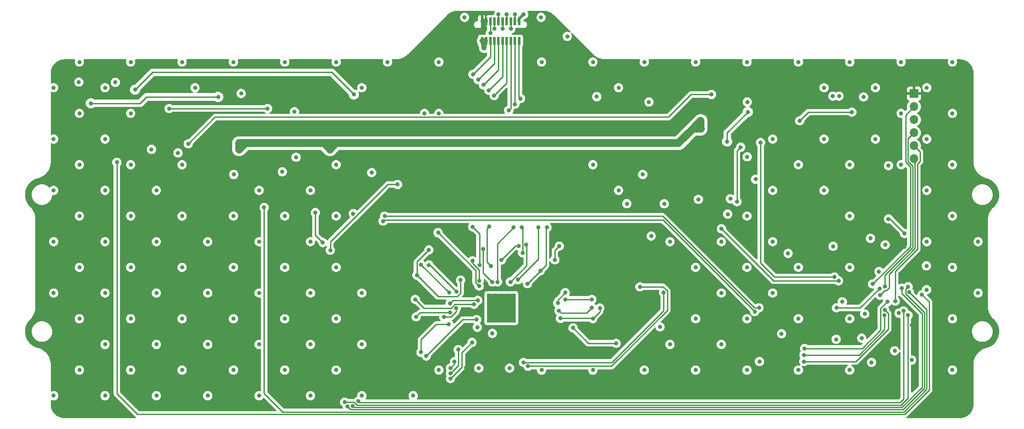
<source format=gbr>
%TF.GenerationSoftware,KiCad,Pcbnew,8.0.2*%
%TF.CreationDate,2024-06-27T20:48:59+03:00*%
%TF.ProjectId,MVBMS,4d56424d-532e-46b6-9963-61645f706362,rev?*%
%TF.SameCoordinates,Original*%
%TF.FileFunction,Copper,L4,Bot*%
%TF.FilePolarity,Positive*%
%FSLAX46Y46*%
G04 Gerber Fmt 4.6, Leading zero omitted, Abs format (unit mm)*
G04 Created by KiCad (PCBNEW 8.0.2) date 2024-06-27 20:48:59*
%MOMM*%
%LPD*%
G01*
G04 APERTURE LIST*
%TA.AperFunction,ComponentPad*%
%ADD10C,0.800000*%
%TD*%
%TA.AperFunction,SMDPad,CuDef*%
%ADD11R,5.600000X5.600000*%
%TD*%
%TA.AperFunction,ComponentPad*%
%ADD12R,1.700000X1.700000*%
%TD*%
%TA.AperFunction,ComponentPad*%
%ADD13O,1.700000X1.700000*%
%TD*%
%TA.AperFunction,SMDPad,CuDef*%
%ADD14R,0.550000X1.500000*%
%TD*%
%TA.AperFunction,ViaPad*%
%ADD15C,0.800000*%
%TD*%
%TA.AperFunction,Conductor*%
%ADD16C,1.000000*%
%TD*%
%TA.AperFunction,Conductor*%
%ADD17C,0.250000*%
%TD*%
%TA.AperFunction,Conductor*%
%ADD18C,0.500000*%
%TD*%
%TA.AperFunction,Conductor*%
%ADD19C,1.500000*%
%TD*%
G04 APERTURE END LIST*
D10*
%TO.P,U3,67,V-*%
%TO.N,GND*%
X194575000Y-165325000D03*
X194575000Y-164125000D03*
X194575000Y-162925000D03*
X194575000Y-161725000D03*
X194575000Y-160525000D03*
X193375000Y-165325000D03*
X193375000Y-164125000D03*
X193375000Y-162925000D03*
X193375000Y-161725000D03*
X193375000Y-160525000D03*
X192175000Y-165325000D03*
X192175000Y-164125000D03*
X192175000Y-162925000D03*
D11*
X192175000Y-162925000D03*
D10*
X192175000Y-161725000D03*
X192175000Y-160525000D03*
X190975000Y-165325000D03*
X190975000Y-164125000D03*
X190975000Y-162925000D03*
X190975000Y-161725000D03*
X190975000Y-160525000D03*
X189775000Y-165325000D03*
X189775000Y-164125000D03*
X189775000Y-162925000D03*
X189775000Y-161725000D03*
X189775000Y-160525000D03*
%TD*%
D12*
%TO.P,J0,1,Pin_1*%
%TO.N,+3V3*%
X272500000Y-121150000D03*
D13*
%TO.P,J0,2,Pin_2*%
%TO.N,/Microcontroller/SWCLK*%
X272500000Y-123690000D03*
%TO.P,J0,3,Pin_3*%
%TO.N,GND*%
X272500000Y-126229999D03*
%TO.P,J0,4,Pin_4*%
%TO.N,/Microcontroller/SWDIO*%
X272500000Y-128770000D03*
%TO.P,J0,5,Pin_5*%
%TO.N,/Microcontroller/NRST*%
X272500000Y-131310000D03*
%TO.P,J0,6,Pin_6*%
%TO.N,/Microcontroller/TRACESWO*%
X272500000Y-133850000D03*
%TD*%
D14*
%TO.P,J1,1,Pin_1*%
%TO.N,GND*%
X188410000Y-110900000D03*
%TO.P,J1,2,Pin_2*%
%TO.N,+3V3*%
X188410000Y-107100000D03*
%TO.P,J1,3,Pin_3*%
%TO.N,GND*%
X189210000Y-110900000D03*
%TO.P,J1,4,Pin_4*%
%TO.N,+3V3*%
X189210000Y-107100000D03*
%TO.P,J1,5,Pin_5*%
%TO.N,/Battery_Management_System_Right/TMP_SCL*%
X190010000Y-110900000D03*
%TO.P,J1,6,Pin_6*%
%TO.N,/Battery_Management_System_Right/TMP_SDA*%
X190010000Y-107100000D03*
%TO.P,J1,7,Pin_7*%
%TO.N,/Battery_Management_System_Right/Filter_Balancing_Block_0/C(n)_in*%
X190810000Y-110900000D03*
%TO.P,J1,8,Pin_8*%
%TO.N,/Battery_Management_System_Right/Filter_Balancing_Block_0/C(n+1:n)_in*%
X190810000Y-107100000D03*
%TO.P,J1,9,Pin_9*%
%TO.N,/Battery_Management_System_Right/Filter_Balancing_Block_0/C(n+1)_in*%
X191610000Y-110900000D03*
%TO.P,J1,10,Pin_10*%
%TO.N,/Battery_Management_System_Right/Filter_Balancing_Block_1/C(n+1:n)_in*%
X191610000Y-107100000D03*
%TO.P,J1,11,Pin_11*%
%TO.N,/Battery_Management_System_Right/Filter_Balancing_Block_1/C(n+1)_in*%
X192410000Y-110900000D03*
%TO.P,J1,12,Pin_12*%
%TO.N,/Battery_Management_System_Right/Filter_Balancing_Block_2/C(n+1:n)_in*%
X192410000Y-107100000D03*
%TO.P,J1,13,Pin_13*%
%TO.N,/Battery_Management_System_Right/Filter_Balancing_Block_2/C(n+1)_in*%
X193210000Y-110900000D03*
%TO.P,J1,14,Pin_14*%
%TO.N,/Battery_Management_System_Right/Filter_Balancing_Block_3/C(n+1:n)_in*%
X193210000Y-107100000D03*
%TO.P,J1,15,Pin_15*%
%TO.N,/Battery_Management_System_Right/Filter_Balancing_Block_3/C(n+1)_in*%
X194010000Y-110900000D03*
%TO.P,J1,16,Pin_16*%
%TO.N,/Battery_Management_System_Right/Filter_Balancing_Block_4/C(n+1:n)_in*%
X194010000Y-107100000D03*
%TO.P,J1,17,Pin_17*%
%TO.N,/Battery_Management_System_Right/Filter_Balancing_Block_4/C(n+1)_in*%
X194810000Y-110900000D03*
%TO.P,J1,18,Pin_18*%
%TO.N,/Battery_Management_System_Right/Filter_Balancing_Block_5/C(n+1:n)_in*%
X194810000Y-107100000D03*
%TO.P,J1,19,Pin_19*%
%TO.N,/Battery_Management_System_Right/Filter_Balancing_Block_5/C(n+1)_in*%
X195610000Y-110900000D03*
%TO.P,J1,20,Pin_20*%
%TO.N,Net-(J1-Pin_20)*%
X195610000Y-107100000D03*
%TD*%
D15*
%TO.N,GND*%
X145000000Y-180000000D03*
X120000000Y-125000000D03*
X160000000Y-135000000D03*
X160000000Y-145000000D03*
X105000000Y-130000000D03*
X177200000Y-125000000D03*
X241690000Y-137830000D03*
X150000000Y-155000000D03*
X115000000Y-140000000D03*
X256725000Y-121645000D03*
X188810000Y-112240000D03*
X257360000Y-169000000D03*
X105000000Y-160000000D03*
X170000000Y-115000000D03*
X274935000Y-154700000D03*
X180000000Y-125000000D03*
X132519999Y-120019999D03*
X135000000Y-180000000D03*
X225000000Y-150000000D03*
X260000000Y-175000000D03*
X150000000Y-115000000D03*
X230000000Y-155000000D03*
X110000000Y-175000000D03*
X155000000Y-170000000D03*
X266915000Y-150600000D03*
X110000000Y-115000000D03*
X140000000Y-145000000D03*
X105000000Y-120000000D03*
X105000000Y-180000000D03*
X145000000Y-150000000D03*
X240000000Y-115000000D03*
X245000000Y-160000000D03*
X255000000Y-140000000D03*
X130000000Y-145000000D03*
X129196400Y-132696400D03*
X275000000Y-120000000D03*
X155000000Y-180000000D03*
X165000000Y-170000000D03*
X270000000Y-135000000D03*
X190425108Y-167850000D03*
X115000000Y-160000000D03*
X220000000Y-175000000D03*
X240000000Y-165000000D03*
X280000000Y-125000000D03*
X155000000Y-160000000D03*
X260000000Y-115000000D03*
X280000000Y-165000000D03*
X125000000Y-160000000D03*
X163320300Y-144530000D03*
X141519997Y-121119997D03*
X240024999Y-133455001D03*
X220000000Y-115000000D03*
X200000000Y-115000000D03*
X110000000Y-125000000D03*
X236760000Y-141650000D03*
X250000000Y-165000000D03*
X235000000Y-160000000D03*
X245000000Y-140000000D03*
X120000000Y-175000000D03*
X160000000Y-165000000D03*
X272065000Y-173050000D03*
X262931785Y-164065000D03*
X109900000Y-118900000D03*
X130000000Y-165000000D03*
X110000000Y-145000000D03*
X210000000Y-175000000D03*
X130000000Y-155000000D03*
X110000000Y-165000000D03*
X205000000Y-110000000D03*
X270000000Y-125000000D03*
X235000000Y-150000000D03*
X120000000Y-155000000D03*
X236250000Y-144615000D03*
X110000000Y-135000000D03*
X285000000Y-160000000D03*
X140000000Y-115000000D03*
X187490000Y-166660000D03*
X265000000Y-120000000D03*
X265690000Y-155810000D03*
X245000000Y-130000000D03*
X166922500Y-136522500D03*
X240050000Y-122780000D03*
X221350000Y-148900000D03*
X130000000Y-115000000D03*
X260000000Y-155000000D03*
X230000000Y-165000000D03*
X165000000Y-180000000D03*
X150000000Y-175000000D03*
X235000000Y-170000000D03*
X275000000Y-130000000D03*
X193770000Y-174630000D03*
X242439999Y-173334999D03*
X250000000Y-175000000D03*
X187775000Y-174625000D03*
X240000000Y-145000000D03*
X275000000Y-140000000D03*
X264050000Y-149350000D03*
X135000000Y-150000000D03*
X165000000Y-120000000D03*
X110000000Y-155000000D03*
X260000000Y-145000000D03*
X149520000Y-136380000D03*
X130000000Y-175000000D03*
X152200000Y-133540000D03*
X280000000Y-145000000D03*
X160000000Y-115000000D03*
X165000000Y-160000000D03*
X115000000Y-170000000D03*
X145000000Y-170000000D03*
X230530000Y-141750000D03*
X258550000Y-161700000D03*
X115000000Y-120000000D03*
X200000000Y-175000000D03*
X265000000Y-130000000D03*
X240000000Y-155000000D03*
X240000000Y-175000000D03*
X125000000Y-150000000D03*
X140000000Y-155000000D03*
X250000000Y-155000000D03*
X262700000Y-121800000D03*
X267560000Y-135190000D03*
X268760000Y-171250000D03*
X151872800Y-124672800D03*
X220900000Y-122780000D03*
X255000000Y-130000000D03*
X219700000Y-136900000D03*
X130000000Y-135000000D03*
X216610000Y-142590000D03*
X140000000Y-175000000D03*
X255000000Y-120000000D03*
X210000000Y-135000000D03*
X285000000Y-150000000D03*
X185000000Y-106300000D03*
X120000000Y-115000000D03*
X180000000Y-115000000D03*
X246732500Y-167927500D03*
X120000000Y-145000000D03*
X125000000Y-180000000D03*
X199900000Y-106300000D03*
X115000000Y-130000000D03*
X115000000Y-150000000D03*
X180000000Y-175000000D03*
X225000000Y-170000000D03*
X260000000Y-165000000D03*
X115000000Y-180000000D03*
X150000000Y-165000000D03*
X135000000Y-160000000D03*
X160000000Y-175000000D03*
X160000000Y-155000000D03*
X140000000Y-165000000D03*
X215000000Y-120000000D03*
X155000000Y-150000000D03*
X248005000Y-152282500D03*
X124030000Y-132010000D03*
X105000000Y-150000000D03*
X145000000Y-140000000D03*
X210740000Y-121740000D03*
X230000000Y-175000000D03*
X125000000Y-170000000D03*
X260000000Y-135000000D03*
X175000000Y-180000000D03*
X270000000Y-115000000D03*
X274960000Y-159350000D03*
X250000000Y-135000000D03*
X280000000Y-115000000D03*
X257925000Y-121645000D03*
X117000000Y-118950000D03*
X145000000Y-160000000D03*
X256770000Y-150890000D03*
X150000000Y-145000000D03*
X105000000Y-140000000D03*
X280000000Y-175000000D03*
X135000000Y-170000000D03*
X120000000Y-165000000D03*
X140058600Y-136898600D03*
X280000000Y-155000000D03*
X250000000Y-115000000D03*
X269585000Y-163910000D03*
X245000000Y-150000000D03*
X280000000Y-135000000D03*
X120000000Y-135000000D03*
X275000000Y-150000000D03*
X155000000Y-140000000D03*
X262333097Y-168783097D03*
X264253098Y-173500000D03*
X215000000Y-140000000D03*
X125000000Y-140000000D03*
X223070000Y-166580000D03*
X230000000Y-115000000D03*
X223900000Y-142600000D03*
X210000000Y-115000000D03*
%TO.N,+3V3*%
X265040000Y-166570000D03*
X272120000Y-166230000D03*
X254765000Y-141420000D03*
X249165000Y-141420000D03*
X188790000Y-108480000D03*
X273385000Y-154675000D03*
X249165000Y-142420000D03*
X263190000Y-156765000D03*
X254765000Y-142420000D03*
X159000000Y-139185000D03*
X270672500Y-150992500D03*
X135440600Y-136898600D03*
X250700000Y-167925000D03*
X226797500Y-141472500D03*
X178830000Y-111855000D03*
X247357345Y-159827655D03*
X185350000Y-174550000D03*
X255000000Y-175000000D03*
%TO.N,/CAN_Transciever/V_{ref}*%
X270662500Y-148392500D03*
X267560000Y-145562500D03*
%TO.N,+12V*%
X131210000Y-130921400D03*
X260421250Y-124768750D03*
X250260000Y-126440000D03*
X233080000Y-121325000D03*
%TO.N,/Input_Output/RELAY_DRAIN*%
X238060000Y-142190000D03*
X238760000Y-131580000D03*
%TO.N,/Battery_Management_System_Right/TMP_SCL*%
X257430000Y-162875000D03*
X265801507Y-159115484D03*
X186630000Y-117400000D03*
X242350801Y-162875000D03*
X169438943Y-145021057D03*
%TO.N,/Battery_Management_System_Right/TMP_SDA*%
X190010000Y-109346000D03*
X241500000Y-163600000D03*
X169138010Y-145974704D03*
%TO.N,/Battery_Management_System_Right/MISO*%
X182264396Y-175630313D03*
X183775000Y-171010000D03*
%TO.N,/Battery_Management_System_Right/SCK(IPA)*%
X182264393Y-174605004D03*
X183050000Y-173340000D03*
%TO.N,/Battery_Management_System_Right/MOSI*%
X182264396Y-176655618D03*
X186470000Y-169610000D03*
%TO.N,/Microcontroller/NRST*%
X268860000Y-161550000D03*
%TO.N,/Microcontroller/TRACESWO*%
X265890000Y-160410000D03*
%TO.N,/Microcontroller/SWDIO*%
X266868729Y-158708729D03*
%TO.N,/Microcontroller/SWCLK*%
X264457500Y-158222500D03*
%TO.N,/Battery_Management_System_Right/Filter_Balancing_Block_0/C(n)_in*%
X187350000Y-165174522D03*
X177550000Y-172250000D03*
X187670000Y-118440000D03*
%TO.N,/Input_Output/RELAY_ENABLE*%
X257025551Y-156880001D03*
X242639609Y-130670000D03*
%TO.N,/Input_Output/PRECHARGE_ENABLE*%
X235026802Y-147473198D03*
X257835280Y-157605001D03*
%TO.N,/Battery_Management_System_Right/Filter_Balancing_Block_0/C(n+1)*%
X183375000Y-162950000D03*
X180975000Y-164675000D03*
%TO.N,/Battery_Management_System_Right/Filter_Balancing_Block_0/S(n+1)P*%
X175575000Y-164625000D03*
X182175000Y-163825000D03*
%TO.N,/Battery_Management_System_Right/Filter_Balancing_Block_0/C(n+1:n)_in*%
X190810000Y-108520000D03*
%TO.N,/Battery_Management_System_Right/Filter_Balancing_Block_0/S(n)P*%
X181949847Y-166099847D03*
X176525000Y-171525000D03*
%TO.N,/Battery_Management_System_Right/Filter_Balancing_Block_1/C(n+1:n)_in*%
X191610000Y-105730000D03*
X183475000Y-159725000D03*
X178050000Y-154525000D03*
%TO.N,/Battery_Management_System_Right/Filter_Balancing_Block_1/S(n+1)P*%
X181975000Y-159925000D03*
X176500000Y-154450000D03*
%TO.N,/Battery_Management_System_Right/Filter_Balancing_Block_1/S(n)P*%
X175410000Y-161250000D03*
X186875000Y-162174398D03*
%TO.N,/Battery_Management_System_Right/Filter_Balancing_Block_0/C(n+1)_in*%
X182175000Y-162025000D03*
X188700000Y-119467347D03*
X187575000Y-161425000D03*
%TO.N,/Battery_Management_System_Right/Filter_Balancing_Block_2/C(n+1)*%
X187870438Y-157585444D03*
X186550000Y-153725000D03*
%TO.N,/Battery_Management_System_Right/Filter_Balancing_Block_2/C(n+1:n)_in*%
X192410000Y-108520000D03*
%TO.N,/Battery_Management_System_Right/Filter_Balancing_Block_2/S(n+1)P*%
X186580000Y-147110000D03*
X187916754Y-154525000D03*
%TO.N,/Battery_Management_System_Right/Filter_Balancing_Block_2/S(n)P*%
X179850000Y-148250000D03*
X187840000Y-158640000D03*
%TO.N,/Battery_Management_System_Right/Filter_Balancing_Block_1/C(n+1)_in*%
X184230000Y-157470000D03*
X178050000Y-151600000D03*
X189732195Y-120502195D03*
X175725000Y-156500000D03*
%TO.N,/Battery_Management_System_Right/Filter_Balancing_Block_3/C(n+1:n)_in*%
X193210000Y-105730000D03*
X192198153Y-153541419D03*
X195562653Y-150821763D03*
%TO.N,/Battery_Management_System_Right/Filter_Balancing_Block_3/S(n+1)P*%
X191419743Y-157825000D03*
X194575000Y-147225000D03*
%TO.N,/Battery_Management_System_Right/Filter_Balancing_Block_3/S(n)P*%
X190150000Y-154725000D03*
X189770000Y-147060000D03*
%TO.N,/Battery_Management_System_Right/Filter_Balancing_Block_2/C(n+1)_in*%
X190419740Y-157825000D03*
X188641754Y-151425000D03*
X190757500Y-121527500D03*
%TO.N,/Battery_Management_System_Right/Filter_Balancing_Block_4/C(n+1)*%
X203450000Y-150850000D03*
X202575000Y-153525000D03*
%TO.N,/Battery_Management_System_Right/Filter_Balancing_Block_4/C(n+1:n)_in*%
X195424393Y-157388078D03*
X199400000Y-147225000D03*
X194010001Y-108530000D03*
%TO.N,/Battery_Management_System_Right/Filter_Balancing_Block_4/S(n)P*%
X196287653Y-152150000D03*
X196175000Y-147225000D03*
%TO.N,/Battery_Management_System_Right/Filter_Balancing_Block_3/C(n+1)_in*%
X193610306Y-124385612D03*
X193925065Y-157825000D03*
X197012653Y-150567024D03*
%TO.N,/Battery_Management_System_Right/Filter_Balancing_Block_5/C(n+1)*%
X203132668Y-161967332D03*
X204600477Y-159921106D03*
%TO.N,/Battery_Management_System_Right/Filter_Balancing_Block_5/S(n+1)P*%
X204575000Y-161225000D03*
X209775000Y-161225000D03*
%TO.N,/Battery_Management_System_Right/Filter_Balancing_Block_5/C(n+1:n)_in*%
X194810000Y-105730000D03*
%TO.N,/Battery_Management_System_Right/Filter_Balancing_Block_4/C(n+1)_in*%
X201050000Y-147225000D03*
X199745892Y-155679108D03*
X197250000Y-158175000D03*
X194800000Y-123200000D03*
%TO.N,/Battery_Management_System_Right/Filter_Balancing_Block_5/C(n+1)_in*%
X211350000Y-162930000D03*
X203675000Y-164925000D03*
X195887653Y-122112347D03*
X210000000Y-164975000D03*
%TO.N,/Input_Output/~{BAT_COOLING_PWM}*%
X127481400Y-124056400D03*
X146631400Y-124056400D03*
%TO.N,+5V*%
X223760000Y-159880000D03*
X196487499Y-173512500D03*
%TO.N,Net-(J1-Pin_20)*%
X206125000Y-166775000D03*
X214510000Y-169790000D03*
X196490000Y-105730000D03*
%TO.N,Net-(U3-S13P)*%
X209800000Y-162820000D03*
X203375000Y-163425000D03*
%TO.N,Net-(Q0-B)*%
X219160000Y-158780000D03*
X197360000Y-174237500D03*
%TO.N,/Input_Output/RELAY_BAT_SIDE*%
X141090000Y-130810000D03*
X240160000Y-124720000D03*
X236135000Y-130475000D03*
X158800000Y-132010000D03*
X158800000Y-130800000D03*
X230985000Y-126485000D03*
X230990000Y-127955000D03*
X141092426Y-132000000D03*
%TO.N,/Microcontroller/EEPROM_SCL*%
X266758391Y-164303409D03*
X251095000Y-172065000D03*
%TO.N,/Input_Output/BAT_COOLING_ENABLE*%
X271592504Y-159842322D03*
X145980000Y-143340000D03*
%TO.N,/Microcontroller/EEPROM_~{WC}*%
X251205000Y-170795000D03*
X267310305Y-161707347D03*
%TO.N,/Input_Output/BAT_COOLING_PWM*%
X274070000Y-160340000D03*
X117300000Y-134530000D03*
%TO.N,/Microcontroller/EEPROM_SDA*%
X266826982Y-163305760D03*
X251085000Y-173334999D03*
%TO.N,/Input_Output/INV_PWR*%
X163450000Y-121320000D03*
X120838750Y-120390000D03*
%TO.N,/Input_Output/BAT_PWR*%
X137030000Y-121800000D03*
X112251250Y-123031250D03*
%TO.N,/Input_Output/ESC_COOLING_PWM*%
X270170074Y-159058813D03*
X163182349Y-181974893D03*
%TO.N,/Input_Output/ESC_COOLING_ENABLE*%
X271359352Y-158765000D03*
X162190672Y-182103652D03*
%TO.N,/Input_Output/ESC_R_PWM*%
X171947650Y-138850000D03*
X164332958Y-181074892D03*
X270489632Y-163483808D03*
X158860000Y-151652718D03*
%TO.N,/Input_Output/ESC_L_PWM*%
X157410000Y-150164360D03*
X271340000Y-164330000D03*
X155950000Y-144310000D03*
X161670000Y-181249893D03*
%TD*%
D16*
%TO.N,GND*%
X188810000Y-112240000D02*
X188810000Y-110900000D01*
X188810000Y-110900000D02*
X189035000Y-110900000D01*
X188410000Y-110900000D02*
X188810000Y-110900000D01*
%TO.N,+3V3*%
X188790000Y-108480000D02*
X188790000Y-107100000D01*
X188571701Y-107100000D02*
X189035000Y-107100000D01*
D17*
%TO.N,/CAN_Transciever/V_{ref}*%
X267832500Y-145562500D02*
X267560000Y-145562500D01*
X270662500Y-148392500D02*
X267832500Y-145562500D01*
%TO.N,+12V*%
X136406400Y-125725000D02*
X131210000Y-130921400D01*
X251931250Y-124768750D02*
X260421250Y-124768750D01*
X224685000Y-125725000D02*
X136406400Y-125725000D01*
X250260000Y-126440000D02*
X251931250Y-124768750D01*
X233080000Y-121325000D02*
X229085000Y-121325000D01*
X229085000Y-121325000D02*
X224685000Y-125725000D01*
%TO.N,/Input_Output/RELAY_DRAIN*%
X238060000Y-132280000D02*
X238760000Y-131580000D01*
X238060000Y-142190000D02*
X238060000Y-132280000D01*
%TO.N,/Battery_Management_System_Right/TMP_SCL*%
X241411396Y-162875000D02*
X242350801Y-162875000D01*
X186630000Y-117400000D02*
X190010000Y-114020000D01*
X262041991Y-162875000D02*
X265801507Y-159115484D01*
X223557453Y-145021057D02*
X241411396Y-162875000D01*
X190010000Y-114020000D02*
X190010000Y-110900000D01*
X257430000Y-162875000D02*
X262041991Y-162875000D01*
X169438943Y-145021057D02*
X223557453Y-145021057D01*
%TO.N,/Battery_Management_System_Right/TMP_SDA*%
X223650000Y-145750000D02*
X169362714Y-145750000D01*
X241500000Y-163600000D02*
X223650000Y-145750000D01*
X190010000Y-109346000D02*
X190010000Y-107100000D01*
X169362714Y-145750000D02*
X169138010Y-145974704D01*
%TO.N,/Battery_Management_System_Right/MISO*%
X182264396Y-175630313D02*
X182264397Y-175630313D01*
X183775000Y-174119710D02*
X183775000Y-171010000D01*
X182264397Y-175630313D02*
X183775000Y-174119710D01*
%TO.N,/Battery_Management_System_Right/SCK(IPA)*%
X182264393Y-174605004D02*
X183050000Y-173819397D01*
X183050000Y-173819397D02*
X183050000Y-173340000D01*
%TO.N,/Battery_Management_System_Right/MOSI*%
X182264396Y-176655618D02*
X182264397Y-176655618D01*
X184480000Y-174440015D02*
X184480000Y-171600000D01*
X182264397Y-176655618D02*
X184480000Y-174440015D01*
X184480000Y-171600000D02*
X186470000Y-169610000D01*
%TO.N,/Microcontroller/NRST*%
X273675000Y-134336701D02*
X273675000Y-132485000D01*
X273170000Y-151441091D02*
X273170000Y-134841701D01*
X273170000Y-134841701D02*
X273675000Y-134336701D01*
X268860000Y-161550000D02*
X268860000Y-155751091D01*
X268860000Y-155751091D02*
X273170000Y-151441091D01*
X273675000Y-132485000D02*
X272500000Y-131310000D01*
%TO.N,/Microcontroller/TRACESWO*%
X272720000Y-134070000D02*
X272500000Y-133850000D01*
X266866271Y-159433729D02*
X267169034Y-159433729D01*
X267670000Y-156304695D02*
X272720000Y-151254695D01*
X272720000Y-151254695D02*
X272720000Y-134070000D01*
X265890000Y-160410000D02*
X266866271Y-159433729D01*
X267670000Y-158932763D02*
X267670000Y-156304695D01*
X267169034Y-159433729D02*
X267670000Y-158932763D01*
%TO.N,/Microcontroller/SWDIO*%
X266868729Y-158708729D02*
X266868729Y-156469570D01*
X271325000Y-134336701D02*
X271325000Y-129945000D01*
X272270000Y-151068299D02*
X272270000Y-135281701D01*
X272270000Y-135281701D02*
X271325000Y-134336701D01*
X266868729Y-156469570D02*
X272270000Y-151068299D01*
X271325000Y-129945000D02*
X272500000Y-128770000D01*
%TO.N,/Microcontroller/SWCLK*%
X264479403Y-158222500D02*
X271820000Y-150881903D01*
X271820000Y-150881903D02*
X271820000Y-135468097D01*
X271820000Y-135468097D02*
X270875000Y-134523097D01*
X264457500Y-158222500D02*
X264479403Y-158222500D01*
X270875000Y-134523097D02*
X270875000Y-125315000D01*
X270875000Y-125315000D02*
X272500000Y-123690000D01*
%TO.N,/Battery_Management_System_Right/Filter_Balancing_Block_0/C(n)_in*%
X190810000Y-115300000D02*
X190810000Y-110900000D01*
X187670000Y-118440000D02*
X190810000Y-115300000D01*
X177550000Y-172250000D02*
X184625478Y-165174522D01*
X184625478Y-165174522D02*
X187350000Y-165174522D01*
%TO.N,/Input_Output/RELAY_ENABLE*%
X245360001Y-156880001D02*
X242639609Y-154159609D01*
X242639609Y-154159609D02*
X242639609Y-130670000D01*
X257025551Y-156880001D02*
X245360001Y-156880001D01*
%TO.N,/Input_Output/PRECHARGE_ENABLE*%
X245158605Y-157605001D02*
X257835280Y-157605001D01*
X235026802Y-147473198D02*
X245158605Y-157605001D01*
%TO.N,/Battery_Management_System_Right/Filter_Balancing_Block_0/C(n+1)*%
X182350305Y-164675000D02*
X183375000Y-163650305D01*
X180975000Y-164675000D02*
X182350305Y-164675000D01*
X183375000Y-163650305D02*
X183375000Y-162950000D01*
%TO.N,/Battery_Management_System_Right/Filter_Balancing_Block_0/S(n+1)P*%
X176375000Y-163825000D02*
X182175000Y-163825000D01*
X175575000Y-164625000D02*
X176375000Y-163825000D01*
%TO.N,/Battery_Management_System_Right/Filter_Balancing_Block_0/C(n+1:n)_in*%
X190810000Y-108520000D02*
X190810000Y-107100000D01*
%TO.N,/Battery_Management_System_Right/Filter_Balancing_Block_0/S(n)P*%
X179500153Y-166099847D02*
X181949847Y-166099847D01*
X176525000Y-171525000D02*
X176525000Y-169075000D01*
X176525000Y-169075000D02*
X179500153Y-166099847D01*
%TO.N,/Battery_Management_System_Right/Filter_Balancing_Block_1/C(n+1:n)_in*%
X183475000Y-159725000D02*
X178275000Y-154525000D01*
X191610000Y-105730000D02*
X191610000Y-107100000D01*
X178275000Y-154525000D02*
X178050000Y-154525000D01*
%TO.N,/Battery_Management_System_Right/Filter_Balancing_Block_1/S(n+1)P*%
X181975000Y-159925000D02*
X176500000Y-154450000D01*
%TO.N,/Battery_Management_System_Right/Filter_Balancing_Block_1/S(n)P*%
X175410000Y-161250000D02*
X177071186Y-162911186D01*
X182388509Y-162911186D02*
X183125297Y-162174398D01*
X183125297Y-162174398D02*
X186875000Y-162174398D01*
X177071186Y-162911186D02*
X182388509Y-162911186D01*
%TO.N,/Battery_Management_System_Right/Filter_Balancing_Block_0/C(n+1)_in*%
X182775000Y-161425000D02*
X187575000Y-161425000D01*
X191610000Y-116557347D02*
X191610000Y-110900000D01*
X188700000Y-119467347D02*
X191610000Y-116557347D01*
X182175000Y-162025000D02*
X182775000Y-161425000D01*
%TO.N,/Battery_Management_System_Right/Filter_Balancing_Block_2/C(n+1)*%
X187870438Y-155503989D02*
X187870438Y-157585444D01*
X186550000Y-154183551D02*
X187870438Y-155503989D01*
X186550000Y-153725000D02*
X186550000Y-154183551D01*
%TO.N,/Battery_Management_System_Right/Filter_Balancing_Block_2/C(n+1:n)_in*%
X192410000Y-108520000D02*
X192410000Y-107100000D01*
%TO.N,/Battery_Management_System_Right/Filter_Balancing_Block_2/S(n+1)P*%
X186580000Y-147110000D02*
X187916754Y-148446754D01*
X187916754Y-148446754D02*
X187916754Y-154525000D01*
%TO.N,/Battery_Management_System_Right/Filter_Balancing_Block_2/S(n)P*%
X187840000Y-158640000D02*
X187145438Y-157945438D01*
X187145438Y-157945438D02*
X187145438Y-155545438D01*
X187145438Y-155545438D02*
X179850000Y-148250000D01*
%TO.N,/Battery_Management_System_Right/Filter_Balancing_Block_1/C(n+1)_in*%
X189732195Y-120502195D02*
X189732195Y-120502194D01*
X175725000Y-156500000D02*
X175725000Y-153925000D01*
X184230000Y-157470000D02*
X184230000Y-159995305D01*
X184230000Y-159995305D02*
X183575305Y-160650000D01*
X183575305Y-160650000D02*
X179875000Y-160650000D01*
X192410000Y-117824389D02*
X192410000Y-110900000D01*
X179875000Y-160650000D02*
X175725000Y-156500000D01*
X189732195Y-120502194D02*
X192410000Y-117824389D01*
X175725000Y-153925000D02*
X178050000Y-151600000D01*
%TO.N,/Battery_Management_System_Right/Filter_Balancing_Block_3/C(n+1:n)_in*%
X193210000Y-105730000D02*
X193210000Y-107100000D01*
X194917808Y-150821763D02*
X195562653Y-150821763D01*
X192198153Y-153541419D02*
X194917808Y-150821763D01*
%TO.N,/Battery_Management_System_Right/Filter_Balancing_Block_3/S(n+1)P*%
X191419743Y-150380257D02*
X194575000Y-147225000D01*
X191419743Y-157825000D02*
X191419743Y-150380257D01*
%TO.N,/Battery_Management_System_Right/Filter_Balancing_Block_3/S(n)P*%
X189370438Y-153945438D02*
X190150000Y-154725000D01*
X189370438Y-147459562D02*
X189370438Y-153945438D01*
X189770000Y-147060000D02*
X189370438Y-147459562D01*
%TO.N,/Battery_Management_System_Right/Filter_Balancing_Block_2/C(n+1)_in*%
X188641754Y-156047014D02*
X188641754Y-151425000D01*
X190419740Y-157825000D02*
X188641754Y-156047014D01*
X190757500Y-121527500D02*
X193210000Y-119075000D01*
X193210000Y-119075000D02*
X193210000Y-110900000D01*
%TO.N,/Battery_Management_System_Right/Filter_Balancing_Block_4/C(n+1)*%
X203450000Y-150850000D02*
X202575000Y-151725000D01*
X202575000Y-151725000D02*
X202575000Y-153525000D01*
%TO.N,/Battery_Management_System_Right/Filter_Balancing_Block_4/C(n+1:n)_in*%
X199400000Y-147225000D02*
X199405595Y-147230595D01*
X199405595Y-153406876D02*
X195424393Y-157388078D01*
X194010000Y-108529999D02*
X194010000Y-107120000D01*
X199405595Y-147230595D02*
X199405595Y-153406876D01*
X194010001Y-108530000D02*
X194010000Y-108529999D01*
%TO.N,/Battery_Management_System_Right/Filter_Balancing_Block_4/S(n)P*%
X196287653Y-152150000D02*
X196287653Y-147337653D01*
X196287653Y-147337653D02*
X196175000Y-147225000D01*
%TO.N,/Battery_Management_System_Right/Filter_Balancing_Block_3/C(n+1)_in*%
X193610306Y-124385612D02*
X194010000Y-123985918D01*
X194010000Y-123985918D02*
X194010000Y-110900000D01*
X193925065Y-157825000D02*
X197075000Y-154675065D01*
X197075000Y-150629371D02*
X197012653Y-150567024D01*
X197075000Y-154675065D02*
X197075000Y-150629371D01*
%TO.N,/Battery_Management_System_Right/Filter_Balancing_Block_5/C(n+1)*%
X203132668Y-161967332D02*
X203132668Y-161388915D01*
X203132668Y-161388915D02*
X204600477Y-159921106D01*
%TO.N,/Battery_Management_System_Right/Filter_Balancing_Block_5/S(n+1)P*%
X204575000Y-161225000D02*
X209775000Y-161225000D01*
%TO.N,/Battery_Management_System_Right/Filter_Balancing_Block_5/C(n+1:n)_in*%
X194810000Y-105730000D02*
X194810000Y-107100000D01*
%TO.N,/Battery_Management_System_Right/Filter_Balancing_Block_4/C(n+1)_in*%
X194810000Y-123190000D02*
X194810000Y-110900000D01*
X199745892Y-155679108D02*
X200876528Y-154548472D01*
X200876528Y-154548472D02*
X200876528Y-147398472D01*
X199745892Y-155679108D02*
X197250000Y-158175000D01*
X194800000Y-123200000D02*
X194810000Y-123190000D01*
X200876528Y-147398472D02*
X201050000Y-147225000D01*
%TO.N,/Battery_Management_System_Right/Filter_Balancing_Block_5/C(n+1)_in*%
X195887653Y-122112347D02*
X195600000Y-121824694D01*
X210000000Y-164975000D02*
X211350000Y-163625000D01*
X195590000Y-121814694D02*
X195590000Y-110900000D01*
X210000000Y-164975000D02*
X209950000Y-164925000D01*
X195600000Y-121824694D02*
X195590000Y-121814694D01*
X211350000Y-163625000D02*
X211350000Y-162930000D01*
X209950000Y-164925000D02*
X203675000Y-164925000D01*
%TO.N,/Input_Output/~{BAT_COOLING_PWM}*%
X146631400Y-124056400D02*
X127481400Y-124056400D01*
%TO.N,+5V*%
X213684999Y-173512500D02*
X196487499Y-173512500D01*
X196487499Y-173512500D02*
X196487499Y-173487196D01*
X223760000Y-163437499D02*
X213684999Y-173512500D01*
X223760000Y-159880000D02*
X223760000Y-163437499D01*
%TO.N,Net-(J1-Pin_20)*%
X209140000Y-169790000D02*
X206125000Y-166775000D01*
D18*
X195590000Y-106630000D02*
X195590000Y-107100000D01*
X196490000Y-105730000D02*
X195590000Y-106630000D01*
D17*
X214510000Y-169790000D02*
X209140000Y-169790000D01*
%TO.N,Net-(U3-S13P)*%
X203842638Y-163892638D02*
X203375000Y-163425000D01*
X208727362Y-163892638D02*
X203842638Y-163892638D01*
X209800000Y-162820000D02*
X208727362Y-163892638D01*
%TO.N,Net-(Q0-B)*%
X224485000Y-163348895D02*
X213596395Y-174237500D01*
X213596395Y-174237500D02*
X197360000Y-174237500D01*
X224485000Y-159579695D02*
X224485000Y-163348895D01*
X219160000Y-158780000D02*
X223685305Y-158780000D01*
X223685305Y-158780000D02*
X224485000Y-159579695D01*
D19*
%TO.N,/Input_Output/RELAY_BAT_SIDE*%
X158791213Y-130813639D02*
X158788787Y-130811213D01*
D17*
X236135000Y-128745000D02*
X236135000Y-130475000D01*
D19*
X159970000Y-130810000D02*
X156440000Y-130810000D01*
X230985000Y-126485000D02*
X229520000Y-127950000D01*
X158790000Y-131990000D02*
X157610000Y-130810000D01*
X229520000Y-127950000D02*
X230985000Y-127950000D01*
X141092426Y-132000000D02*
X142270000Y-130822426D01*
X156440000Y-130810000D02*
X141090000Y-130810000D01*
X158790000Y-131990000D02*
X159970000Y-130810000D01*
X141090000Y-131997574D02*
X141092426Y-132000000D01*
X230985000Y-127950000D02*
X230990000Y-127955000D01*
X229520000Y-127950000D02*
X226660000Y-130810000D01*
X141090000Y-130810000D02*
X141090000Y-131997574D01*
X158791213Y-132001213D02*
X158791213Y-130813639D01*
D17*
X240160000Y-124720000D02*
X236135000Y-128745000D01*
D19*
X226660000Y-130810000D02*
X159970000Y-130810000D01*
X230985000Y-126485000D02*
X230985000Y-127950000D01*
D17*
%TO.N,/Microcontroller/EEPROM_SCL*%
X266758391Y-167115213D02*
X261808604Y-172065000D01*
X261808604Y-172065000D02*
X251095000Y-172065000D01*
X266758391Y-164303409D02*
X266758391Y-167115213D01*
%TO.N,/Input_Output/BAT_COOLING_ENABLE*%
X270553712Y-183149892D02*
X274990000Y-178713604D01*
X274990000Y-163239818D02*
X271592504Y-159842322D01*
X149599892Y-183149892D02*
X270553712Y-183149892D01*
X145980000Y-143340000D02*
X145980000Y-179530000D01*
X145980000Y-179530000D02*
X149599892Y-183149892D01*
X274990000Y-178713604D02*
X274990000Y-163239818D01*
%TO.N,/Microcontroller/EEPROM_~{WC}*%
X266033391Y-167203817D02*
X262442208Y-170795000D01*
X266033391Y-162984261D02*
X266033391Y-167203817D01*
X262442208Y-170795000D02*
X251205000Y-170795000D01*
X267310305Y-161707347D02*
X266033391Y-162984261D01*
%TO.N,/Input_Output/BAT_COOLING_PWM*%
X274070000Y-160340000D02*
X275440000Y-161710000D01*
X270740108Y-183599892D02*
X121309892Y-183599892D01*
X121309892Y-183599892D02*
X117300000Y-179590000D01*
X275440000Y-178900000D02*
X270740108Y-183599892D01*
X117300000Y-179590000D02*
X117300000Y-134530000D01*
X275440000Y-161710000D02*
X275440000Y-178900000D01*
%TO.N,/Microcontroller/EEPROM_SDA*%
X267483391Y-167026609D02*
X267483391Y-163962169D01*
X261175001Y-173334999D02*
X267483391Y-167026609D01*
X267483391Y-163962169D02*
X266826982Y-163305760D01*
X251085000Y-173334999D02*
X261175001Y-173334999D01*
%TO.N,/Input_Output/INV_PWR*%
X159130000Y-117000000D02*
X163450000Y-121320000D01*
X120838750Y-120390000D02*
X124228750Y-117000000D01*
X124228750Y-117000000D02*
X159130000Y-117000000D01*
%TO.N,/Input_Output/BAT_PWR*%
X121828750Y-123031250D02*
X123060000Y-121800000D01*
X112251250Y-123031250D02*
X121828750Y-123031250D01*
X123060000Y-121800000D02*
X137030000Y-121800000D01*
%TO.N,/Input_Output/ESC_COOLING_PWM*%
X274090000Y-178340812D02*
X274090000Y-164016396D01*
X270180920Y-182249892D02*
X274090000Y-178340812D01*
X270294694Y-160245000D02*
X270170074Y-160120380D01*
X163457348Y-182249892D02*
X270180920Y-182249892D01*
X270318604Y-160245000D02*
X270294694Y-160245000D01*
X274090000Y-164016396D02*
X270318604Y-160245000D01*
X270170074Y-160120380D02*
X270170074Y-159058813D01*
X163182349Y-181974893D02*
X163457348Y-182249892D01*
%TO.N,/Input_Output/ESC_COOLING_ENABLE*%
X274540000Y-178527208D02*
X274540000Y-163830000D01*
X162786912Y-182699892D02*
X270367316Y-182699892D01*
X270867504Y-159256848D02*
X271359352Y-158765000D01*
X162190672Y-182103652D02*
X162786912Y-182699892D01*
X270867504Y-160157504D02*
X270867504Y-159256848D01*
X274540000Y-163830000D02*
X270867504Y-160157504D01*
X270367316Y-182699892D02*
X274540000Y-178527208D01*
%TO.N,/Input_Output/ESC_R_PWM*%
X269808128Y-181349892D02*
X270489632Y-180668388D01*
X158860000Y-151652718D02*
X158860000Y-150030000D01*
X164607958Y-181349892D02*
X269808128Y-181349892D01*
X164332958Y-181074892D02*
X164607958Y-181349892D01*
X158860000Y-150030000D02*
X170040000Y-138850000D01*
X170040000Y-138850000D02*
X171947650Y-138850000D01*
X270489632Y-180668388D02*
X270489632Y-163483808D01*
%TO.N,/Input_Output/ESC_L_PWM*%
X155950000Y-148704360D02*
X155950000Y-144310000D01*
X164032653Y-181799892D02*
X163482654Y-181249893D01*
X157410000Y-150164360D02*
X155950000Y-148704360D01*
X271340000Y-180454416D02*
X269994524Y-181799892D01*
X269994524Y-181799892D02*
X164032653Y-181799892D01*
X271340000Y-164330000D02*
X271340000Y-180454416D01*
X163482654Y-181249893D02*
X161670000Y-181249893D01*
%TD*%
%TA.AperFunction,Conductor*%
%TO.N,+3V3*%
G36*
X190816267Y-105067586D02*
G01*
X190862022Y-105120390D01*
X190871966Y-105189548D01*
X190856615Y-105233901D01*
X190782821Y-105361715D01*
X190782818Y-105361722D01*
X190732739Y-105515851D01*
X190724326Y-105541744D01*
X190713839Y-105641523D01*
X190703861Y-105736463D01*
X190701396Y-105736204D01*
X190684855Y-105792539D01*
X190632051Y-105838294D01*
X190580541Y-105849500D01*
X190487130Y-105849500D01*
X190487120Y-105849501D01*
X190423248Y-105856367D01*
X190396742Y-105856367D01*
X190392483Y-105855909D01*
X190332873Y-105849500D01*
X190332864Y-105849500D01*
X189687129Y-105849500D01*
X189687125Y-105849501D01*
X189639160Y-105854657D01*
X189627517Y-105855909D01*
X189627516Y-105855909D01*
X189620904Y-105856620D01*
X189594393Y-105856619D01*
X189532842Y-105850000D01*
X189460000Y-105850000D01*
X189460000Y-105868590D01*
X189440315Y-105935629D01*
X189410313Y-105967856D01*
X189377451Y-105992456D01*
X189291206Y-106107664D01*
X189291202Y-106107671D01*
X189240908Y-106242517D01*
X189234501Y-106302116D01*
X189234500Y-106302135D01*
X189234500Y-107897870D01*
X189234501Y-107897876D01*
X189240908Y-107957483D01*
X189291202Y-108092328D01*
X189291203Y-108092330D01*
X189359767Y-108183919D01*
X189384184Y-108249383D01*
X189384500Y-108258230D01*
X189384500Y-108647312D01*
X189364815Y-108714351D01*
X189352650Y-108730284D01*
X189277466Y-108813784D01*
X189182821Y-108977715D01*
X189182818Y-108977722D01*
X189126862Y-109149938D01*
X189124326Y-109157744D01*
X189104540Y-109346000D01*
X189117471Y-109469036D01*
X189122044Y-109512539D01*
X189109474Y-109581268D01*
X189061742Y-109632292D01*
X188998724Y-109649500D01*
X188887130Y-109649500D01*
X188887120Y-109649501D01*
X188823248Y-109656367D01*
X188796742Y-109656367D01*
X188792483Y-109655909D01*
X188732873Y-109649500D01*
X188732864Y-109649500D01*
X188087129Y-109649500D01*
X188087123Y-109649501D01*
X188027516Y-109655908D01*
X187892671Y-109706202D01*
X187892664Y-109706206D01*
X187777455Y-109792452D01*
X187777452Y-109792455D01*
X187691206Y-109907664D01*
X187691202Y-109907671D01*
X187640908Y-110042517D01*
X187634501Y-110102116D01*
X187634501Y-110102123D01*
X187634500Y-110102135D01*
X187634500Y-110222149D01*
X187614815Y-110289188D01*
X187613602Y-110291040D01*
X187523371Y-110426079D01*
X187523364Y-110426092D01*
X187447950Y-110608160D01*
X187447947Y-110608170D01*
X187409500Y-110801456D01*
X187409500Y-110801459D01*
X187409500Y-110998541D01*
X187409500Y-110998543D01*
X187409499Y-110998543D01*
X187447947Y-111191829D01*
X187447950Y-111191839D01*
X187523364Y-111373907D01*
X187523371Y-111373920D01*
X187613602Y-111508959D01*
X187634480Y-111575636D01*
X187634500Y-111577849D01*
X187634500Y-111697869D01*
X187634501Y-111697876D01*
X187640908Y-111757483D01*
X187691202Y-111892328D01*
X187691203Y-111892329D01*
X187691204Y-111892331D01*
X187775646Y-112005131D01*
X187782769Y-112014646D01*
X187780370Y-112016441D01*
X187806666Y-112064597D01*
X187809500Y-112090955D01*
X187809500Y-112338541D01*
X187809500Y-112338543D01*
X187809499Y-112338543D01*
X187847947Y-112531829D01*
X187847950Y-112531839D01*
X187923364Y-112713907D01*
X187923371Y-112713920D01*
X188032860Y-112877781D01*
X188032863Y-112877785D01*
X188172214Y-113017136D01*
X188172218Y-113017139D01*
X188336079Y-113126628D01*
X188336092Y-113126635D01*
X188464424Y-113179791D01*
X188518165Y-113202051D01*
X188518169Y-113202051D01*
X188518170Y-113202052D01*
X188711456Y-113240500D01*
X188711459Y-113240500D01*
X188908543Y-113240500D01*
X189038582Y-113214632D01*
X189101835Y-113202051D01*
X189213049Y-113155984D01*
X189282516Y-113148516D01*
X189344996Y-113179791D01*
X189380648Y-113239880D01*
X189384500Y-113270546D01*
X189384500Y-113709548D01*
X189364815Y-113776587D01*
X189348181Y-113797229D01*
X186682229Y-116463181D01*
X186620906Y-116496666D01*
X186594548Y-116499500D01*
X186535354Y-116499500D01*
X186502897Y-116506398D01*
X186350197Y-116538855D01*
X186350192Y-116538857D01*
X186177270Y-116615848D01*
X186177265Y-116615851D01*
X186024129Y-116727111D01*
X185897466Y-116867785D01*
X185802821Y-117031715D01*
X185802818Y-117031722D01*
X185744327Y-117211740D01*
X185744326Y-117211744D01*
X185724540Y-117400000D01*
X185744326Y-117588256D01*
X185744327Y-117588259D01*
X185802818Y-117768277D01*
X185802821Y-117768284D01*
X185897467Y-117932216D01*
X185993487Y-118038857D01*
X186024129Y-118072888D01*
X186177265Y-118184148D01*
X186177270Y-118184151D01*
X186350192Y-118261142D01*
X186350197Y-118261144D01*
X186535354Y-118300500D01*
X186535355Y-118300500D01*
X186641486Y-118300500D01*
X186708525Y-118320185D01*
X186754280Y-118372989D01*
X186764161Y-118433502D01*
X186764540Y-118433502D01*
X186764540Y-118435824D01*
X186764806Y-118437459D01*
X186764540Y-118440000D01*
X186784326Y-118628256D01*
X186784327Y-118628259D01*
X186842818Y-118808277D01*
X186842821Y-118808284D01*
X186937467Y-118972216D01*
X187041950Y-119088256D01*
X187064129Y-119112888D01*
X187217265Y-119224148D01*
X187217270Y-119224151D01*
X187390192Y-119301142D01*
X187390197Y-119301144D01*
X187575354Y-119340500D01*
X187575355Y-119340500D01*
X187670540Y-119340500D01*
X187737579Y-119360185D01*
X187783334Y-119412989D01*
X187793755Y-119460895D01*
X187793861Y-119460884D01*
X187793961Y-119461841D01*
X187794540Y-119464500D01*
X187794540Y-119467344D01*
X187794540Y-119467347D01*
X187814326Y-119655603D01*
X187814327Y-119655606D01*
X187872818Y-119835624D01*
X187872821Y-119835631D01*
X187967467Y-119999563D01*
X188020006Y-120057913D01*
X188094129Y-120140235D01*
X188247265Y-120251495D01*
X188247270Y-120251498D01*
X188420192Y-120328489D01*
X188420197Y-120328491D01*
X188605354Y-120367847D01*
X188605355Y-120367847D01*
X188703140Y-120367847D01*
X188770179Y-120387532D01*
X188815934Y-120440336D01*
X188824971Y-120495697D01*
X188826735Y-120495697D01*
X188826735Y-120502192D01*
X188826735Y-120502195D01*
X188846521Y-120690451D01*
X188846522Y-120690454D01*
X188905013Y-120870472D01*
X188905016Y-120870479D01*
X188999662Y-121034411D01*
X189110102Y-121157067D01*
X189126324Y-121175083D01*
X189279460Y-121286343D01*
X189279465Y-121286346D01*
X189452387Y-121363337D01*
X189452392Y-121363339D01*
X189637549Y-121402695D01*
X189637550Y-121402695D01*
X189728040Y-121402695D01*
X189795079Y-121422380D01*
X189840834Y-121475184D01*
X189850821Y-121521093D01*
X189851361Y-121521037D01*
X189851876Y-121525945D01*
X189852040Y-121526695D01*
X189852040Y-121527497D01*
X189852040Y-121527500D01*
X189871826Y-121715756D01*
X189871827Y-121715759D01*
X189930318Y-121895777D01*
X189930321Y-121895784D01*
X190024967Y-122059716D01*
X190130763Y-122177214D01*
X190151629Y-122200388D01*
X190304765Y-122311648D01*
X190304770Y-122311651D01*
X190477692Y-122388642D01*
X190477697Y-122388644D01*
X190662854Y-122428000D01*
X190662855Y-122428000D01*
X190852144Y-122428000D01*
X190852146Y-122428000D01*
X191037303Y-122388644D01*
X191210230Y-122311651D01*
X191363371Y-122200388D01*
X191490033Y-122059716D01*
X191584679Y-121895784D01*
X191643174Y-121715756D01*
X191660821Y-121547845D01*
X191687405Y-121483232D01*
X191696452Y-121473136D01*
X193172820Y-119996768D01*
X193234142Y-119963285D01*
X193303834Y-119968269D01*
X193359767Y-120010141D01*
X193384184Y-120075605D01*
X193384500Y-120084451D01*
X193384500Y-123419900D01*
X193364815Y-123486939D01*
X193312011Y-123532694D01*
X193310936Y-123533179D01*
X193157576Y-123601460D01*
X193157571Y-123601463D01*
X193004435Y-123712723D01*
X192877772Y-123853397D01*
X192783127Y-124017327D01*
X192783124Y-124017334D01*
X192736294Y-124161463D01*
X192724632Y-124197356D01*
X192704846Y-124385612D01*
X192724632Y-124573868D01*
X192724633Y-124573871D01*
X192783124Y-124753889D01*
X192783127Y-124753896D01*
X192875274Y-124913500D01*
X192891747Y-124981401D01*
X192868894Y-125047427D01*
X192813973Y-125090618D01*
X192767887Y-125099500D01*
X181027568Y-125099500D01*
X180960529Y-125079815D01*
X180914774Y-125027011D01*
X180904247Y-124988462D01*
X180902761Y-124974320D01*
X180885674Y-124811744D01*
X180827179Y-124631716D01*
X180732533Y-124467784D01*
X180605871Y-124327112D01*
X180601098Y-124323644D01*
X180452734Y-124215851D01*
X180452729Y-124215848D01*
X180279807Y-124138857D01*
X180279802Y-124138855D01*
X180134001Y-124107865D01*
X180094646Y-124099500D01*
X179905354Y-124099500D01*
X179872897Y-124106398D01*
X179720197Y-124138855D01*
X179720192Y-124138857D01*
X179547270Y-124215848D01*
X179547265Y-124215851D01*
X179394129Y-124327111D01*
X179267466Y-124467785D01*
X179172821Y-124631715D01*
X179172818Y-124631722D01*
X179114327Y-124811740D01*
X179114326Y-124811744D01*
X179097239Y-124974320D01*
X179095753Y-124988462D01*
X179069168Y-125053076D01*
X179011871Y-125093061D01*
X178972432Y-125099500D01*
X178227568Y-125099500D01*
X178160529Y-125079815D01*
X178114774Y-125027011D01*
X178104247Y-124988462D01*
X178102761Y-124974320D01*
X178085674Y-124811744D01*
X178027179Y-124631716D01*
X177932533Y-124467784D01*
X177805871Y-124327112D01*
X177801098Y-124323644D01*
X177652734Y-124215851D01*
X177652729Y-124215848D01*
X177479807Y-124138857D01*
X177479802Y-124138855D01*
X177334001Y-124107865D01*
X177294646Y-124099500D01*
X177105354Y-124099500D01*
X177072897Y-124106398D01*
X176920197Y-124138855D01*
X176920192Y-124138857D01*
X176747270Y-124215848D01*
X176747265Y-124215851D01*
X176594129Y-124327111D01*
X176467466Y-124467785D01*
X176372821Y-124631715D01*
X176372818Y-124631722D01*
X176314327Y-124811740D01*
X176314326Y-124811744D01*
X176297239Y-124974320D01*
X176295753Y-124988462D01*
X176269168Y-125053076D01*
X176211871Y-125093061D01*
X176172432Y-125099500D01*
X152851670Y-125099500D01*
X152784631Y-125079815D01*
X152738876Y-125027011D01*
X152728932Y-124957853D01*
X152733739Y-124937182D01*
X152758474Y-124861056D01*
X152778260Y-124672800D01*
X152758474Y-124484544D01*
X152699979Y-124304516D01*
X152605333Y-124140584D01*
X152478671Y-123999912D01*
X152478670Y-123999911D01*
X152325534Y-123888651D01*
X152325529Y-123888648D01*
X152152607Y-123811657D01*
X152152602Y-123811655D01*
X152006801Y-123780665D01*
X151967446Y-123772300D01*
X151778154Y-123772300D01*
X151745697Y-123779198D01*
X151592997Y-123811655D01*
X151592992Y-123811657D01*
X151420070Y-123888648D01*
X151420065Y-123888651D01*
X151266929Y-123999911D01*
X151140266Y-124140585D01*
X151045621Y-124304515D01*
X151045618Y-124304522D01*
X150992571Y-124467785D01*
X150987126Y-124484544D01*
X150967340Y-124672800D01*
X150987126Y-124861056D01*
X150997927Y-124894297D01*
X151011861Y-124937182D01*
X151013856Y-125007023D01*
X150977776Y-125066856D01*
X150915075Y-125097684D01*
X150893930Y-125099500D01*
X147085895Y-125099500D01*
X147018856Y-125079815D01*
X146973101Y-125027011D01*
X146963157Y-124957853D01*
X146992182Y-124894297D01*
X147035459Y-124862221D01*
X147043987Y-124858424D01*
X147084130Y-124840551D01*
X147237271Y-124729288D01*
X147363933Y-124588616D01*
X147458579Y-124424684D01*
X147517074Y-124244656D01*
X147536860Y-124056400D01*
X147517074Y-123868144D01*
X147458579Y-123688116D01*
X147363933Y-123524184D01*
X147237271Y-123383512D01*
X147237270Y-123383511D01*
X147084134Y-123272251D01*
X147084129Y-123272248D01*
X146911207Y-123195257D01*
X146911202Y-123195255D01*
X146765401Y-123164265D01*
X146726046Y-123155900D01*
X146536754Y-123155900D01*
X146504297Y-123162798D01*
X146351597Y-123195255D01*
X146351592Y-123195257D01*
X146178670Y-123272248D01*
X146178665Y-123272251D01*
X146025530Y-123383510D01*
X146025526Y-123383514D01*
X146019800Y-123389874D01*
X145960313Y-123426521D01*
X145927652Y-123430900D01*
X128185148Y-123430900D01*
X128118109Y-123411215D01*
X128093000Y-123389874D01*
X128087273Y-123383514D01*
X128087269Y-123383510D01*
X127934134Y-123272251D01*
X127934129Y-123272248D01*
X127761207Y-123195257D01*
X127761202Y-123195255D01*
X127615401Y-123164265D01*
X127576046Y-123155900D01*
X127386754Y-123155900D01*
X127354297Y-123162798D01*
X127201597Y-123195255D01*
X127201592Y-123195257D01*
X127028670Y-123272248D01*
X127028665Y-123272251D01*
X126875529Y-123383511D01*
X126748866Y-123524185D01*
X126654221Y-123688115D01*
X126654218Y-123688122D01*
X126595727Y-123868140D01*
X126595726Y-123868144D01*
X126575940Y-124056400D01*
X126595726Y-124244656D01*
X126595727Y-124244659D01*
X126654218Y-124424677D01*
X126654221Y-124424684D01*
X126748867Y-124588616D01*
X126846520Y-124697070D01*
X126875529Y-124729288D01*
X127028665Y-124840548D01*
X127028670Y-124840551D01*
X127201592Y-124917542D01*
X127201597Y-124917544D01*
X127386754Y-124956900D01*
X127386755Y-124956900D01*
X127576044Y-124956900D01*
X127576046Y-124956900D01*
X127761203Y-124917544D01*
X127934130Y-124840551D01*
X128087271Y-124729288D01*
X128090188Y-124726047D01*
X128093000Y-124722926D01*
X128152487Y-124686279D01*
X128185148Y-124681900D01*
X145927652Y-124681900D01*
X145994691Y-124701585D01*
X146019800Y-124722926D01*
X146025526Y-124729285D01*
X146025530Y-124729289D01*
X146178665Y-124840548D01*
X146178670Y-124840551D01*
X146227341Y-124862221D01*
X146280578Y-124907471D01*
X146300899Y-124974320D01*
X146281854Y-125041544D01*
X146229487Y-125087799D01*
X146176905Y-125099500D01*
X136344793Y-125099500D01*
X136318513Y-125104727D01*
X136318512Y-125104726D01*
X136223955Y-125123535D01*
X136223945Y-125123538D01*
X136110116Y-125170687D01*
X136011354Y-125236678D01*
X136011354Y-125236679D01*
X136007707Y-125239115D01*
X136007660Y-125239147D01*
X131262229Y-129984581D01*
X131200906Y-130018066D01*
X131174548Y-130020900D01*
X131115354Y-130020900D01*
X131082897Y-130027798D01*
X130930197Y-130060255D01*
X130930192Y-130060257D01*
X130757270Y-130137248D01*
X130757265Y-130137251D01*
X130604129Y-130248511D01*
X130477466Y-130389185D01*
X130382821Y-130553115D01*
X130382818Y-130553122D01*
X130328968Y-130718856D01*
X130324326Y-130733144D01*
X130304540Y-130921400D01*
X130324326Y-131109656D01*
X130324327Y-131109659D01*
X130382818Y-131289677D01*
X130382821Y-131289684D01*
X130477467Y-131453616D01*
X130560113Y-131545403D01*
X130604129Y-131594288D01*
X130757265Y-131705548D01*
X130757270Y-131705551D01*
X130930192Y-131782542D01*
X130930197Y-131782544D01*
X131115354Y-131821900D01*
X131115355Y-131821900D01*
X131304644Y-131821900D01*
X131304646Y-131821900D01*
X131489803Y-131782544D01*
X131662730Y-131705551D01*
X131815871Y-131594288D01*
X131942533Y-131453616D01*
X132037179Y-131289684D01*
X132095674Y-131109656D01*
X132113321Y-130941745D01*
X132139905Y-130877132D01*
X132148952Y-130867036D01*
X132312275Y-130703713D01*
X139739500Y-130703713D01*
X139739500Y-132103861D01*
X139748471Y-132160500D01*
X139770968Y-132302545D01*
X139772754Y-132313817D01*
X139814125Y-132441144D01*
X139838444Y-132515988D01*
X139934951Y-132705394D01*
X140059889Y-132877358D01*
X140059893Y-132877362D01*
X140059896Y-132877366D01*
X140190314Y-133007784D01*
X140212625Y-133030095D01*
X140212632Y-133030101D01*
X140212635Y-133030104D01*
X140384610Y-133155051D01*
X140574014Y-133251557D01*
X140776183Y-133317246D01*
X140986139Y-133350500D01*
X140986140Y-133350500D01*
X141198712Y-133350500D01*
X141198713Y-133350500D01*
X141408669Y-133317246D01*
X141610838Y-133251557D01*
X141800242Y-133155051D01*
X141822215Y-133139086D01*
X141972212Y-133030109D01*
X141972214Y-133030106D01*
X141972218Y-133030104D01*
X142122530Y-132879792D01*
X142122531Y-132879790D01*
X142129591Y-132872730D01*
X142129596Y-132872723D01*
X142805503Y-132196819D01*
X142866826Y-132163334D01*
X142893184Y-132160500D01*
X156333713Y-132160500D01*
X156999243Y-132160500D01*
X157066282Y-132180185D01*
X157086924Y-132196819D01*
X157727636Y-132837531D01*
X157740274Y-132852328D01*
X157761105Y-132881001D01*
X157911426Y-133031322D01*
X158083392Y-133156261D01*
X158083394Y-133156262D01*
X158083397Y-133156264D01*
X158272801Y-133252770D01*
X158474970Y-133318459D01*
X158684926Y-133351713D01*
X158684927Y-133351713D01*
X158897499Y-133351713D01*
X158897500Y-133351713D01*
X159107456Y-133318459D01*
X159309625Y-133252770D01*
X159499029Y-133156264D01*
X159671005Y-133031317D01*
X159821317Y-132881005D01*
X159848603Y-132843447D01*
X159861229Y-132828664D01*
X160493076Y-132196819D01*
X160554399Y-132163334D01*
X160580757Y-132160500D01*
X226766286Y-132160500D01*
X226766287Y-132160500D01*
X226976243Y-132127246D01*
X227178412Y-132061557D01*
X227367816Y-131965051D01*
X227391585Y-131947782D01*
X227539792Y-131840104D01*
X227690104Y-131689792D01*
X227690105Y-131689790D01*
X227697165Y-131682730D01*
X227697170Y-131682723D01*
X228904894Y-130475000D01*
X235129659Y-130475000D01*
X235148975Y-130671129D01*
X235206188Y-130859733D01*
X235299086Y-131033532D01*
X235299090Y-131033539D01*
X235424116Y-131185883D01*
X235576460Y-131310909D01*
X235576467Y-131310913D01*
X235750266Y-131403811D01*
X235750269Y-131403811D01*
X235750273Y-131403814D01*
X235938868Y-131461024D01*
X236135000Y-131480341D01*
X236331132Y-131461024D01*
X236519727Y-131403814D01*
X236542309Y-131391744D01*
X236622827Y-131348706D01*
X236693538Y-131310910D01*
X236845883Y-131185883D01*
X236970910Y-131033538D01*
X237063814Y-130859727D01*
X237121024Y-130671132D01*
X237140341Y-130475000D01*
X237121024Y-130278868D01*
X237063814Y-130090273D01*
X237063811Y-130090269D01*
X237063811Y-130090266D01*
X236970913Y-129916467D01*
X236970909Y-129916460D01*
X236888647Y-129816224D01*
X236861334Y-129751914D01*
X236860500Y-129737559D01*
X236860500Y-129096873D01*
X236880185Y-129029834D01*
X236896814Y-129009197D01*
X239466010Y-126440000D01*
X249354540Y-126440000D01*
X249374326Y-126628256D01*
X249374327Y-126628259D01*
X249432818Y-126808277D01*
X249432821Y-126808284D01*
X249527467Y-126972216D01*
X249643780Y-127101394D01*
X249654129Y-127112888D01*
X249807265Y-127224148D01*
X249807270Y-127224151D01*
X249980192Y-127301142D01*
X249980197Y-127301144D01*
X250165354Y-127340500D01*
X250165355Y-127340500D01*
X250354644Y-127340500D01*
X250354646Y-127340500D01*
X250539803Y-127301144D01*
X250712730Y-127224151D01*
X250865871Y-127112888D01*
X250992533Y-126972216D01*
X251087179Y-126808284D01*
X251145674Y-126628256D01*
X251163321Y-126460344D01*
X251189904Y-126395734D01*
X251198951Y-126385638D01*
X252154022Y-125430569D01*
X252215345Y-125397084D01*
X252241703Y-125394250D01*
X259717502Y-125394250D01*
X259784541Y-125413935D01*
X259809650Y-125435276D01*
X259815376Y-125441635D01*
X259815380Y-125441639D01*
X259968515Y-125552898D01*
X259968520Y-125552901D01*
X260141442Y-125629892D01*
X260141447Y-125629894D01*
X260326604Y-125669250D01*
X260326605Y-125669250D01*
X260515894Y-125669250D01*
X260515896Y-125669250D01*
X260701053Y-125629894D01*
X260873980Y-125552901D01*
X261027121Y-125441638D01*
X261153783Y-125300966D01*
X261248429Y-125137034D01*
X261306924Y-124957006D01*
X261326710Y-124768750D01*
X261306924Y-124580494D01*
X261248429Y-124400466D01*
X261153783Y-124236534D01*
X261027121Y-124095862D01*
X261027120Y-124095861D01*
X260873984Y-123984601D01*
X260873979Y-123984598D01*
X260701057Y-123907607D01*
X260701052Y-123907605D01*
X260537716Y-123872888D01*
X260515896Y-123868250D01*
X260326604Y-123868250D01*
X260304784Y-123872888D01*
X260141447Y-123907605D01*
X260141442Y-123907607D01*
X259968520Y-123984598D01*
X259968515Y-123984601D01*
X259815380Y-124095860D01*
X259815376Y-124095864D01*
X259809650Y-124102224D01*
X259750163Y-124138871D01*
X259717502Y-124143250D01*
X251869639Y-124143250D01*
X251778093Y-124161460D01*
X251778083Y-124161462D01*
X251748798Y-124167287D01*
X251748797Y-124167287D01*
X251634966Y-124214437D01*
X251533565Y-124282192D01*
X251533543Y-124282207D01*
X251532516Y-124282892D01*
X250312229Y-125503181D01*
X250250906Y-125536666D01*
X250224548Y-125539500D01*
X250165354Y-125539500D01*
X250132897Y-125546398D01*
X249980197Y-125578855D01*
X249980192Y-125578857D01*
X249807270Y-125655848D01*
X249807265Y-125655851D01*
X249654129Y-125767111D01*
X249527466Y-125907785D01*
X249432821Y-126071715D01*
X249432818Y-126071722D01*
X249376489Y-126245087D01*
X249374326Y-126251744D01*
X249354540Y-126440000D01*
X239466010Y-126440000D01*
X240151557Y-125754453D01*
X240212878Y-125720970D01*
X240227075Y-125718734D01*
X240356132Y-125706024D01*
X240544727Y-125648814D01*
X240718538Y-125555910D01*
X240870883Y-125430883D01*
X240995910Y-125278538D01*
X241088814Y-125104727D01*
X241146024Y-124916132D01*
X241165341Y-124720000D01*
X241146024Y-124523868D01*
X241088814Y-124335273D01*
X241088811Y-124335269D01*
X241088811Y-124335266D01*
X240995911Y-124161463D01*
X240995909Y-124161460D01*
X240870883Y-124009116D01*
X240718539Y-123884090D01*
X240718532Y-123884086D01*
X240544728Y-123791186D01*
X240533121Y-123787665D01*
X240474682Y-123749367D01*
X240446226Y-123685555D01*
X240456787Y-123616488D01*
X240498430Y-123569288D01*
X240497473Y-123567971D01*
X240573147Y-123512990D01*
X240655871Y-123452888D01*
X240782533Y-123312216D01*
X240877179Y-123148284D01*
X240935674Y-122968256D01*
X240955460Y-122780000D01*
X240935674Y-122591744D01*
X240881112Y-122423823D01*
X240877181Y-122411722D01*
X240877180Y-122411721D01*
X240877179Y-122411716D01*
X240782533Y-122247784D01*
X240655871Y-122107112D01*
X240590636Y-122059716D01*
X240502734Y-121995851D01*
X240502729Y-121995848D01*
X240329807Y-121918857D01*
X240329802Y-121918855D01*
X240184001Y-121887865D01*
X240144646Y-121879500D01*
X239955354Y-121879500D01*
X239922897Y-121886398D01*
X239770197Y-121918855D01*
X239770192Y-121918857D01*
X239597270Y-121995848D01*
X239597265Y-121995851D01*
X239444129Y-122107111D01*
X239317466Y-122247785D01*
X239222821Y-122411715D01*
X239222818Y-122411722D01*
X239166794Y-122584148D01*
X239164326Y-122591744D01*
X239144540Y-122780000D01*
X239164326Y-122968256D01*
X239164327Y-122968259D01*
X239222818Y-123148277D01*
X239222821Y-123148284D01*
X239317467Y-123312216D01*
X239420388Y-123426521D01*
X239444129Y-123452888D01*
X239597265Y-123564148D01*
X239597270Y-123564151D01*
X239694495Y-123607439D01*
X239747732Y-123652689D01*
X239768053Y-123719538D01*
X239749008Y-123786762D01*
X239702513Y-123830076D01*
X239601463Y-123884088D01*
X239601460Y-123884090D01*
X239449116Y-124009116D01*
X239324090Y-124161460D01*
X239324089Y-124161463D01*
X239231188Y-124335266D01*
X239173975Y-124523871D01*
X239161265Y-124652917D01*
X239135104Y-124717704D01*
X239125543Y-124728443D01*
X235571469Y-128282517D01*
X235533244Y-128339727D01*
X235492070Y-128401347D01*
X235437381Y-128533379D01*
X235437379Y-128533385D01*
X235409500Y-128673542D01*
X235409500Y-129737559D01*
X235389815Y-129804598D01*
X235381353Y-129816224D01*
X235299090Y-129916460D01*
X235299086Y-129916467D01*
X235206188Y-130090266D01*
X235148975Y-130278870D01*
X235129659Y-130475000D01*
X228904894Y-130475000D01*
X230043076Y-129336819D01*
X230104399Y-129303334D01*
X230130757Y-129300500D01*
X230842386Y-129300500D01*
X230861783Y-129302026D01*
X230872254Y-129303685D01*
X230883711Y-129305500D01*
X230883713Y-129305500D01*
X231096286Y-129305500D01*
X231096287Y-129305500D01*
X231306243Y-129272246D01*
X231508412Y-129206557D01*
X231697816Y-129110051D01*
X231869791Y-128985104D01*
X232020104Y-128834791D01*
X232145051Y-128662816D01*
X232241557Y-128473412D01*
X232307246Y-128271243D01*
X232340500Y-128061287D01*
X232340500Y-127848713D01*
X232337027Y-127826785D01*
X232335500Y-127807385D01*
X232335500Y-126596422D01*
X232335501Y-126596397D01*
X232335501Y-126378714D01*
X232331032Y-126350500D01*
X232302246Y-126168757D01*
X232236557Y-125966588D01*
X232140051Y-125777184D01*
X232140049Y-125777181D01*
X232140048Y-125777179D01*
X232015109Y-125605213D01*
X231864786Y-125454890D01*
X231692820Y-125329951D01*
X231503414Y-125233444D01*
X231503413Y-125233443D01*
X231503412Y-125233443D01*
X231301243Y-125167754D01*
X231301241Y-125167753D01*
X231301239Y-125167753D01*
X231154648Y-125144534D01*
X231091287Y-125134499D01*
X230878713Y-125134499D01*
X230774590Y-125150991D01*
X230670467Y-125167483D01*
X230668760Y-125167753D01*
X230466585Y-125233444D01*
X230277179Y-125329951D01*
X230105213Y-125454890D01*
X230105209Y-125454894D01*
X228489893Y-127070211D01*
X226136924Y-129423181D01*
X226075601Y-129456666D01*
X226049243Y-129459500D01*
X160076287Y-129459500D01*
X156546287Y-129459500D01*
X141196287Y-129459500D01*
X140983713Y-129459500D01*
X140935042Y-129467208D01*
X140773760Y-129492753D01*
X140571585Y-129558444D01*
X140382179Y-129654951D01*
X140210213Y-129779890D01*
X140059890Y-129930213D01*
X139934951Y-130102179D01*
X139838444Y-130291585D01*
X139772753Y-130493760D01*
X139750831Y-130632171D01*
X139739500Y-130703713D01*
X132312275Y-130703713D01*
X136629172Y-126386819D01*
X136690495Y-126353334D01*
X136716853Y-126350500D01*
X224746607Y-126350500D01*
X224807029Y-126338481D01*
X224867452Y-126326463D01*
X224867455Y-126326461D01*
X224867458Y-126326461D01*
X224900787Y-126312654D01*
X224900786Y-126312654D01*
X224900792Y-126312652D01*
X224981286Y-126279312D01*
X225032509Y-126245084D01*
X225083733Y-126210858D01*
X225170858Y-126123733D01*
X225170858Y-126123731D01*
X225181066Y-126113524D01*
X225181067Y-126113521D01*
X229307772Y-121986819D01*
X229369095Y-121953334D01*
X229395453Y-121950500D01*
X232376252Y-121950500D01*
X232443291Y-121970185D01*
X232468400Y-121991526D01*
X232474126Y-121997885D01*
X232474130Y-121997889D01*
X232627265Y-122109148D01*
X232627270Y-122109151D01*
X232800192Y-122186142D01*
X232800197Y-122186144D01*
X232985354Y-122225500D01*
X232985355Y-122225500D01*
X233174644Y-122225500D01*
X233174646Y-122225500D01*
X233359803Y-122186144D01*
X233532730Y-122109151D01*
X233685871Y-121997888D01*
X233812533Y-121857216D01*
X233907179Y-121693284D01*
X233922868Y-121645000D01*
X255819540Y-121645000D01*
X255839326Y-121833256D01*
X255839327Y-121833259D01*
X255897818Y-122013277D01*
X255897821Y-122013284D01*
X255992467Y-122177216D01*
X256103568Y-122300606D01*
X256119129Y-122317888D01*
X256272265Y-122429148D01*
X256272270Y-122429151D01*
X256445192Y-122506142D01*
X256445197Y-122506144D01*
X256630354Y-122545500D01*
X256630355Y-122545500D01*
X256819644Y-122545500D01*
X256819646Y-122545500D01*
X257004803Y-122506144D01*
X257177730Y-122429151D01*
X257252116Y-122375106D01*
X257317920Y-122351627D01*
X257385974Y-122367452D01*
X257397876Y-122375100D01*
X257448273Y-122411716D01*
X257472270Y-122429151D01*
X257645192Y-122506142D01*
X257645197Y-122506144D01*
X257830354Y-122545500D01*
X257830355Y-122545500D01*
X258019644Y-122545500D01*
X258019646Y-122545500D01*
X258204803Y-122506144D01*
X258377730Y-122429151D01*
X258530871Y-122317888D01*
X258657533Y-122177216D01*
X258752179Y-122013284D01*
X258810674Y-121833256D01*
X258814169Y-121800000D01*
X261794540Y-121800000D01*
X261814326Y-121988256D01*
X261816292Y-121994309D01*
X261872818Y-122168277D01*
X261872821Y-122168284D01*
X261967467Y-122332216D01*
X262093969Y-122472710D01*
X262094129Y-122472888D01*
X262247265Y-122584148D01*
X262247270Y-122584151D01*
X262420192Y-122661142D01*
X262420197Y-122661144D01*
X262605354Y-122700500D01*
X262605355Y-122700500D01*
X262794644Y-122700500D01*
X262794646Y-122700500D01*
X262979803Y-122661144D01*
X263152730Y-122584151D01*
X263305871Y-122472888D01*
X263432533Y-122332216D01*
X263527179Y-122168284D01*
X263585674Y-121988256D01*
X263605460Y-121800000D01*
X263585674Y-121611744D01*
X263527179Y-121431716D01*
X263432533Y-121267784D01*
X263305871Y-121127112D01*
X263296078Y-121119997D01*
X263152734Y-121015851D01*
X263152729Y-121015848D01*
X262979807Y-120938857D01*
X262979802Y-120938855D01*
X262834001Y-120907865D01*
X262794646Y-120899500D01*
X262605354Y-120899500D01*
X262572897Y-120906398D01*
X262420197Y-120938855D01*
X262420192Y-120938857D01*
X262247270Y-121015848D01*
X262247265Y-121015851D01*
X262094129Y-121127111D01*
X261967466Y-121267785D01*
X261872821Y-121431715D01*
X261872818Y-121431722D01*
X261824597Y-121580132D01*
X261814326Y-121611744D01*
X261794540Y-121800000D01*
X258814169Y-121800000D01*
X258830460Y-121645000D01*
X258810674Y-121456744D01*
X258752179Y-121276716D01*
X258657533Y-121112784D01*
X258530871Y-120972112D01*
X258530870Y-120972111D01*
X258377734Y-120860851D01*
X258377729Y-120860848D01*
X258204807Y-120783857D01*
X258204802Y-120783855D01*
X258045056Y-120749901D01*
X258019646Y-120744500D01*
X257830354Y-120744500D01*
X257804944Y-120749901D01*
X257645197Y-120783855D01*
X257645192Y-120783857D01*
X257472270Y-120860848D01*
X257472265Y-120860851D01*
X257397885Y-120914892D01*
X257332079Y-120938372D01*
X257264025Y-120922546D01*
X257252115Y-120914892D01*
X257177734Y-120860851D01*
X257177729Y-120860848D01*
X257004807Y-120783857D01*
X257004802Y-120783855D01*
X256845056Y-120749901D01*
X256819646Y-120744500D01*
X256630354Y-120744500D01*
X256604944Y-120749901D01*
X256445197Y-120783855D01*
X256445192Y-120783857D01*
X256272270Y-120860848D01*
X256272265Y-120860851D01*
X256119129Y-120972111D01*
X255992466Y-121112785D01*
X255897821Y-121276715D01*
X255897818Y-121276722D01*
X255844942Y-121439459D01*
X255839326Y-121456744D01*
X255819540Y-121645000D01*
X233922868Y-121645000D01*
X233965674Y-121513256D01*
X233985460Y-121325000D01*
X233965674Y-121136744D01*
X233907179Y-120956716D01*
X233812533Y-120792784D01*
X233685871Y-120652112D01*
X233685870Y-120652111D01*
X233532734Y-120540851D01*
X233532729Y-120540848D01*
X233359807Y-120463857D01*
X233359802Y-120463855D01*
X233214001Y-120432865D01*
X233174646Y-120424500D01*
X232985354Y-120424500D01*
X232952897Y-120431398D01*
X232800197Y-120463855D01*
X232800192Y-120463857D01*
X232627270Y-120540848D01*
X232627265Y-120540851D01*
X232474130Y-120652110D01*
X232474126Y-120652114D01*
X232468400Y-120658474D01*
X232408913Y-120695121D01*
X232376252Y-120699500D01*
X229152741Y-120699500D01*
X229152721Y-120699499D01*
X229146607Y-120699499D01*
X229023394Y-120699499D01*
X228922597Y-120719548D01*
X228922592Y-120719548D01*
X228902549Y-120723536D01*
X228863957Y-120739522D01*
X228863956Y-120739522D01*
X228788721Y-120770684D01*
X228788708Y-120770691D01*
X228686267Y-120839141D01*
X228686263Y-120839144D01*
X224462229Y-125063181D01*
X224400906Y-125096666D01*
X224374548Y-125099500D01*
X194452725Y-125099500D01*
X194385686Y-125079815D01*
X194339931Y-125027011D01*
X194329987Y-124957853D01*
X194345338Y-124913500D01*
X194373896Y-124864035D01*
X194437485Y-124753896D01*
X194495980Y-124573868D01*
X194515766Y-124385612D01*
X194515765Y-124385605D01*
X194516399Y-124379577D01*
X194536618Y-124323647D01*
X194564312Y-124282203D01*
X194579863Y-124244659D01*
X194597052Y-124203162D01*
X194597052Y-124203160D01*
X194599457Y-124197356D01*
X194607869Y-124177045D01*
X194651711Y-124122643D01*
X194718005Y-124100579D01*
X194722430Y-124100500D01*
X194894644Y-124100500D01*
X194894646Y-124100500D01*
X195079803Y-124061144D01*
X195252730Y-123984151D01*
X195405871Y-123872888D01*
X195532533Y-123732216D01*
X195627179Y-123568284D01*
X195685674Y-123388256D01*
X195705460Y-123200000D01*
X195700184Y-123149806D01*
X195712753Y-123081079D01*
X195760485Y-123030055D01*
X195823505Y-123012847D01*
X195982297Y-123012847D01*
X195982299Y-123012847D01*
X196167456Y-122973491D01*
X196340383Y-122896498D01*
X196493524Y-122785235D01*
X196498238Y-122780000D01*
X219994540Y-122780000D01*
X220014326Y-122968256D01*
X220014327Y-122968259D01*
X220072818Y-123148277D01*
X220072821Y-123148284D01*
X220167467Y-123312216D01*
X220270388Y-123426521D01*
X220294129Y-123452888D01*
X220447265Y-123564148D01*
X220447270Y-123564151D01*
X220620192Y-123641142D01*
X220620197Y-123641144D01*
X220805354Y-123680500D01*
X220805355Y-123680500D01*
X220994644Y-123680500D01*
X220994646Y-123680500D01*
X221179803Y-123641144D01*
X221352730Y-123564151D01*
X221505871Y-123452888D01*
X221632533Y-123312216D01*
X221727179Y-123148284D01*
X221785674Y-122968256D01*
X221805460Y-122780000D01*
X221785674Y-122591744D01*
X221731112Y-122423823D01*
X221727181Y-122411722D01*
X221727180Y-122411721D01*
X221727179Y-122411716D01*
X221632533Y-122247784D01*
X221505871Y-122107112D01*
X221440636Y-122059716D01*
X221352734Y-121995851D01*
X221352729Y-121995848D01*
X221179807Y-121918857D01*
X221179802Y-121918855D01*
X221034001Y-121887865D01*
X220994646Y-121879500D01*
X220805354Y-121879500D01*
X220772897Y-121886398D01*
X220620197Y-121918855D01*
X220620192Y-121918857D01*
X220447270Y-121995848D01*
X220447265Y-121995851D01*
X220294129Y-122107111D01*
X220167466Y-122247785D01*
X220072821Y-122411715D01*
X220072818Y-122411722D01*
X220016794Y-122584148D01*
X220014326Y-122591744D01*
X219994540Y-122780000D01*
X196498238Y-122780000D01*
X196620186Y-122644563D01*
X196714832Y-122480631D01*
X196773327Y-122300603D01*
X196793113Y-122112347D01*
X196773327Y-121924091D01*
X196714832Y-121744063D01*
X196712486Y-121740000D01*
X209834540Y-121740000D01*
X209854326Y-121928256D01*
X209854327Y-121928259D01*
X209912818Y-122108277D01*
X209912821Y-122108284D01*
X210007467Y-122272216D01*
X210085192Y-122358538D01*
X210134129Y-122412888D01*
X210287265Y-122524148D01*
X210287270Y-122524151D01*
X210460192Y-122601142D01*
X210460197Y-122601144D01*
X210645354Y-122640500D01*
X210645355Y-122640500D01*
X210834644Y-122640500D01*
X210834646Y-122640500D01*
X211019803Y-122601144D01*
X211192730Y-122524151D01*
X211345871Y-122412888D01*
X211472533Y-122272216D01*
X211567179Y-122108284D01*
X211625674Y-121928256D01*
X211645460Y-121740000D01*
X211625674Y-121551744D01*
X211567179Y-121371716D01*
X211472533Y-121207784D01*
X211345871Y-121067112D01*
X211300862Y-121034411D01*
X211192734Y-120955851D01*
X211192729Y-120955848D01*
X211019807Y-120878857D01*
X211019802Y-120878855D01*
X210851079Y-120842993D01*
X210834646Y-120839500D01*
X210645354Y-120839500D01*
X210628921Y-120842993D01*
X210460197Y-120878855D01*
X210460192Y-120878857D01*
X210287270Y-120955848D01*
X210287265Y-120955851D01*
X210134129Y-121067111D01*
X210007466Y-121207785D01*
X209912821Y-121371715D01*
X209912818Y-121371722D01*
X209862465Y-121526695D01*
X209854326Y-121551744D01*
X209834540Y-121740000D01*
X196712486Y-121740000D01*
X196620186Y-121580131D01*
X196493524Y-121439459D01*
X196482867Y-121431716D01*
X196340385Y-121328196D01*
X196289063Y-121305346D01*
X196235827Y-121260095D01*
X196215506Y-121193246D01*
X196215500Y-121192067D01*
X196215500Y-120000000D01*
X214094540Y-120000000D01*
X214114326Y-120188256D01*
X214114327Y-120188259D01*
X214172818Y-120368277D01*
X214172821Y-120368284D01*
X214267467Y-120532216D01*
X214375420Y-120652110D01*
X214394129Y-120672888D01*
X214547265Y-120784148D01*
X214547270Y-120784151D01*
X214720192Y-120861142D01*
X214720197Y-120861144D01*
X214905354Y-120900500D01*
X214905355Y-120900500D01*
X215094644Y-120900500D01*
X215094646Y-120900500D01*
X215279803Y-120861144D01*
X215452730Y-120784151D01*
X215605871Y-120672888D01*
X215732533Y-120532216D01*
X215827179Y-120368284D01*
X215885674Y-120188256D01*
X215905460Y-120000000D01*
X254094540Y-120000000D01*
X254114326Y-120188256D01*
X254114327Y-120188259D01*
X254172818Y-120368277D01*
X254172821Y-120368284D01*
X254267467Y-120532216D01*
X254375420Y-120652110D01*
X254394129Y-120672888D01*
X254547265Y-120784148D01*
X254547270Y-120784151D01*
X254720192Y-120861142D01*
X254720197Y-120861144D01*
X254905354Y-120900500D01*
X254905355Y-120900500D01*
X255094644Y-120900500D01*
X255094646Y-120900500D01*
X255279803Y-120861144D01*
X255452730Y-120784151D01*
X255605871Y-120672888D01*
X255732533Y-120532216D01*
X255827179Y-120368284D01*
X255885674Y-120188256D01*
X255905460Y-120000000D01*
X264094540Y-120000000D01*
X264114326Y-120188256D01*
X264114327Y-120188259D01*
X264172818Y-120368277D01*
X264172821Y-120368284D01*
X264267467Y-120532216D01*
X264375420Y-120652110D01*
X264394129Y-120672888D01*
X264547265Y-120784148D01*
X264547270Y-120784151D01*
X264720192Y-120861142D01*
X264720197Y-120861144D01*
X264905354Y-120900500D01*
X264905355Y-120900500D01*
X265094644Y-120900500D01*
X265094646Y-120900500D01*
X265279803Y-120861144D01*
X265452730Y-120784151D01*
X265605871Y-120672888D01*
X265732533Y-120532216D01*
X265827179Y-120368284D01*
X265885674Y-120188256D01*
X265905460Y-120000000D01*
X265885674Y-119811744D01*
X265827179Y-119631716D01*
X265732533Y-119467784D01*
X265605871Y-119327112D01*
X265605870Y-119327111D01*
X265452734Y-119215851D01*
X265452729Y-119215848D01*
X265279807Y-119138857D01*
X265279802Y-119138855D01*
X265134001Y-119107865D01*
X265094646Y-119099500D01*
X264905354Y-119099500D01*
X264872897Y-119106398D01*
X264720197Y-119138855D01*
X264720192Y-119138857D01*
X264547270Y-119215848D01*
X264547265Y-119215851D01*
X264394129Y-119327111D01*
X264267466Y-119467785D01*
X264172821Y-119631715D01*
X264172818Y-119631722D01*
X264114521Y-119811144D01*
X264114326Y-119811744D01*
X264094540Y-120000000D01*
X255905460Y-120000000D01*
X255885674Y-119811744D01*
X255827179Y-119631716D01*
X255732533Y-119467784D01*
X255605871Y-119327112D01*
X255605870Y-119327111D01*
X255452734Y-119215851D01*
X255452729Y-119215848D01*
X255279807Y-119138857D01*
X255279802Y-119138855D01*
X255134001Y-119107865D01*
X255094646Y-119099500D01*
X254905354Y-119099500D01*
X254872897Y-119106398D01*
X254720197Y-119138855D01*
X254720192Y-119138857D01*
X254547270Y-119215848D01*
X254547265Y-119215851D01*
X254394129Y-119327111D01*
X254267466Y-119467785D01*
X254172821Y-119631715D01*
X254172818Y-119631722D01*
X254114521Y-119811144D01*
X254114326Y-119811744D01*
X254094540Y-120000000D01*
X215905460Y-120000000D01*
X215885674Y-119811744D01*
X215827179Y-119631716D01*
X215732533Y-119467784D01*
X215605871Y-119327112D01*
X215605870Y-119327111D01*
X215452734Y-119215851D01*
X215452729Y-119215848D01*
X215279807Y-119138857D01*
X215279802Y-119138855D01*
X215134001Y-119107865D01*
X215094646Y-119099500D01*
X214905354Y-119099500D01*
X214872897Y-119106398D01*
X214720197Y-119138855D01*
X214720192Y-119138857D01*
X214547270Y-119215848D01*
X214547265Y-119215851D01*
X214394129Y-119327111D01*
X214267466Y-119467785D01*
X214172821Y-119631715D01*
X214172818Y-119631722D01*
X214114521Y-119811144D01*
X214114326Y-119811744D01*
X214094540Y-120000000D01*
X196215500Y-120000000D01*
X196215500Y-115000000D01*
X199094540Y-115000000D01*
X199114326Y-115188256D01*
X199114327Y-115188259D01*
X199172818Y-115368277D01*
X199172821Y-115368284D01*
X199267467Y-115532216D01*
X199388737Y-115666900D01*
X199394129Y-115672888D01*
X199547265Y-115784148D01*
X199547270Y-115784151D01*
X199720192Y-115861142D01*
X199720197Y-115861144D01*
X199905354Y-115900500D01*
X199905355Y-115900500D01*
X200094644Y-115900500D01*
X200094646Y-115900500D01*
X200279803Y-115861144D01*
X200452730Y-115784151D01*
X200605871Y-115672888D01*
X200732533Y-115532216D01*
X200827179Y-115368284D01*
X200885674Y-115188256D01*
X200905460Y-115000000D01*
X209094540Y-115000000D01*
X209114326Y-115188256D01*
X209114327Y-115188259D01*
X209172818Y-115368277D01*
X209172821Y-115368284D01*
X209267467Y-115532216D01*
X209388737Y-115666900D01*
X209394129Y-115672888D01*
X209547265Y-115784148D01*
X209547270Y-115784151D01*
X209720192Y-115861142D01*
X209720197Y-115861144D01*
X209905354Y-115900500D01*
X209905355Y-115900500D01*
X210094644Y-115900500D01*
X210094646Y-115900500D01*
X210279803Y-115861144D01*
X210452730Y-115784151D01*
X210605871Y-115672888D01*
X210732533Y-115532216D01*
X210827179Y-115368284D01*
X210885674Y-115188256D01*
X210905460Y-115000000D01*
X210885674Y-114811744D01*
X210827179Y-114631716D01*
X210732533Y-114467784D01*
X210605871Y-114327112D01*
X210605870Y-114327111D01*
X210452734Y-114215851D01*
X210452729Y-114215848D01*
X210279807Y-114138857D01*
X210279802Y-114138855D01*
X210134001Y-114107865D01*
X210094646Y-114099500D01*
X209905354Y-114099500D01*
X209872897Y-114106398D01*
X209720197Y-114138855D01*
X209720192Y-114138857D01*
X209547270Y-114215848D01*
X209547265Y-114215851D01*
X209394129Y-114327111D01*
X209267466Y-114467785D01*
X209172821Y-114631715D01*
X209172818Y-114631722D01*
X209138103Y-114738565D01*
X209114326Y-114811744D01*
X209094540Y-115000000D01*
X200905460Y-115000000D01*
X200885674Y-114811744D01*
X200827179Y-114631716D01*
X200732533Y-114467784D01*
X200605871Y-114327112D01*
X200605870Y-114327111D01*
X200452734Y-114215851D01*
X200452729Y-114215848D01*
X200279807Y-114138857D01*
X200279802Y-114138855D01*
X200134001Y-114107865D01*
X200094646Y-114099500D01*
X199905354Y-114099500D01*
X199872897Y-114106398D01*
X199720197Y-114138855D01*
X199720192Y-114138857D01*
X199547270Y-114215848D01*
X199547265Y-114215851D01*
X199394129Y-114327111D01*
X199267466Y-114467785D01*
X199172821Y-114631715D01*
X199172818Y-114631722D01*
X199138103Y-114738565D01*
X199114326Y-114811744D01*
X199094540Y-115000000D01*
X196215500Y-115000000D01*
X196215500Y-112084946D01*
X196235185Y-112017907D01*
X196240234Y-112010635D01*
X196328793Y-111892335D01*
X196328792Y-111892335D01*
X196328796Y-111892331D01*
X196379091Y-111757483D01*
X196385500Y-111697873D01*
X196385499Y-110102128D01*
X196379091Y-110042517D01*
X196363233Y-110000000D01*
X196328797Y-109907671D01*
X196328793Y-109907664D01*
X196242547Y-109792455D01*
X196242544Y-109792452D01*
X196127335Y-109706206D01*
X196127328Y-109706202D01*
X195992486Y-109655910D01*
X195992485Y-109655909D01*
X195992483Y-109655909D01*
X195932873Y-109649500D01*
X195932863Y-109649500D01*
X195287129Y-109649500D01*
X195287120Y-109649501D01*
X195223248Y-109656367D01*
X195196742Y-109656367D01*
X195192483Y-109655909D01*
X195132873Y-109649500D01*
X195132864Y-109649500D01*
X194487129Y-109649500D01*
X194487120Y-109649501D01*
X194423248Y-109656367D01*
X194396742Y-109656367D01*
X194392483Y-109655909D01*
X194332873Y-109649500D01*
X194332866Y-109649500D01*
X194254113Y-109649500D01*
X194187074Y-109629815D01*
X194141319Y-109577011D01*
X194131375Y-109507853D01*
X194160400Y-109444297D01*
X194219178Y-109406523D01*
X194228333Y-109404210D01*
X194242870Y-109401120D01*
X194289804Y-109391144D01*
X194462731Y-109314151D01*
X194615872Y-109202888D01*
X194742534Y-109062216D01*
X194837180Y-108898284D01*
X194895675Y-108718256D01*
X194915461Y-108530000D01*
X194910990Y-108487459D01*
X194923560Y-108418730D01*
X194971292Y-108367706D01*
X195034311Y-108350499D01*
X195132871Y-108350499D01*
X195132872Y-108350499D01*
X195192483Y-108344091D01*
X195192486Y-108344089D01*
X195196744Y-108343632D01*
X195223254Y-108343632D01*
X195227514Y-108344089D01*
X195227517Y-108344091D01*
X195287127Y-108350500D01*
X195932872Y-108350499D01*
X195992483Y-108344091D01*
X196108486Y-108300824D01*
X196178172Y-108295841D01*
X196199267Y-108302446D01*
X196299809Y-108344091D01*
X196312964Y-108349540D01*
X196312968Y-108349540D01*
X196312969Y-108349541D01*
X196443466Y-108375500D01*
X196443469Y-108375500D01*
X196576533Y-108375500D01*
X196664325Y-108358035D01*
X196707036Y-108349540D01*
X196829969Y-108298620D01*
X196940606Y-108224695D01*
X197034695Y-108130606D01*
X197108620Y-108019969D01*
X197159540Y-107897036D01*
X197185500Y-107766531D01*
X197185500Y-107633469D01*
X197185500Y-107633466D01*
X197159541Y-107502969D01*
X197159540Y-107502968D01*
X197159540Y-107502964D01*
X197108620Y-107380031D01*
X197034695Y-107269394D01*
X197034692Y-107269390D01*
X196940609Y-107175307D01*
X196940601Y-107175301D01*
X196829979Y-107101386D01*
X196829972Y-107101382D01*
X196829969Y-107101380D01*
X196829965Y-107101378D01*
X196829961Y-107101376D01*
X196707040Y-107050461D01*
X196707030Y-107050458D01*
X196576533Y-107024500D01*
X196576531Y-107024500D01*
X196556229Y-107024500D01*
X196489190Y-107004815D01*
X196443435Y-106952011D01*
X196433491Y-106882853D01*
X196462516Y-106819297D01*
X196468537Y-106812829D01*
X196642771Y-106638594D01*
X196704090Y-106605112D01*
X196704400Y-106605045D01*
X196769803Y-106591144D01*
X196942730Y-106514151D01*
X197095871Y-106402888D01*
X197188512Y-106300000D01*
X198994540Y-106300000D01*
X199014326Y-106488256D01*
X199014327Y-106488259D01*
X199072818Y-106668277D01*
X199072821Y-106668284D01*
X199167467Y-106832216D01*
X199275331Y-106952011D01*
X199294129Y-106972888D01*
X199447265Y-107084148D01*
X199447270Y-107084151D01*
X199620192Y-107161142D01*
X199620197Y-107161144D01*
X199805354Y-107200500D01*
X199805355Y-107200500D01*
X199994644Y-107200500D01*
X199994646Y-107200500D01*
X200179803Y-107161144D01*
X200352730Y-107084151D01*
X200505871Y-106972888D01*
X200632533Y-106832216D01*
X200727179Y-106668284D01*
X200785674Y-106488256D01*
X200805460Y-106300000D01*
X200785674Y-106111744D01*
X200727179Y-105931716D01*
X200632533Y-105767784D01*
X200505871Y-105627112D01*
X200505870Y-105627111D01*
X200352734Y-105515851D01*
X200352729Y-105515848D01*
X200179807Y-105438857D01*
X200179802Y-105438855D01*
X200034001Y-105407865D01*
X199994646Y-105399500D01*
X199805354Y-105399500D01*
X199772897Y-105406398D01*
X199620197Y-105438855D01*
X199620192Y-105438857D01*
X199447270Y-105515848D01*
X199447265Y-105515851D01*
X199294129Y-105627111D01*
X199167466Y-105767785D01*
X199072821Y-105931715D01*
X199072818Y-105931722D01*
X199014327Y-106111740D01*
X199014326Y-106111744D01*
X198994540Y-106300000D01*
X197188512Y-106300000D01*
X197222533Y-106262216D01*
X197317179Y-106098284D01*
X197375674Y-105918256D01*
X197395460Y-105730000D01*
X197375674Y-105541744D01*
X197317179Y-105361716D01*
X197243384Y-105233900D01*
X197226912Y-105166001D01*
X197249765Y-105099974D01*
X197304686Y-105056783D01*
X197350772Y-105047901D01*
X200506504Y-105047901D01*
X200513460Y-105048096D01*
X200805301Y-105064494D01*
X200819097Y-105066049D01*
X201103817Y-105114433D01*
X201117361Y-105117524D01*
X201394885Y-105197485D01*
X201408008Y-105202078D01*
X201598012Y-105280783D01*
X201641937Y-105298979D01*
X201674813Y-105312597D01*
X201687335Y-105318626D01*
X201940112Y-105458336D01*
X201951876Y-105465729D01*
X202022513Y-105515849D01*
X202187411Y-105632853D01*
X202198282Y-105641523D01*
X202416795Y-105836800D01*
X202421849Y-105841577D01*
X202452496Y-105872225D01*
X202452497Y-105872226D01*
X205599194Y-109018924D01*
X205632679Y-109080246D01*
X205627695Y-109149938D01*
X205585823Y-109205871D01*
X205520359Y-109230288D01*
X205459325Y-109217010D01*
X205458666Y-109218492D01*
X205279807Y-109138857D01*
X205279802Y-109138855D01*
X205134001Y-109107865D01*
X205094646Y-109099500D01*
X204905354Y-109099500D01*
X204872897Y-109106398D01*
X204720197Y-109138855D01*
X204720192Y-109138857D01*
X204547270Y-109215848D01*
X204547265Y-109215851D01*
X204394129Y-109327111D01*
X204267466Y-109467785D01*
X204172821Y-109631715D01*
X204172818Y-109631722D01*
X204120593Y-109792455D01*
X204114326Y-109811744D01*
X204094540Y-110000000D01*
X204114326Y-110188256D01*
X204114327Y-110188259D01*
X204172818Y-110368277D01*
X204172821Y-110368284D01*
X204267467Y-110532216D01*
X204394129Y-110672888D01*
X204547265Y-110784148D01*
X204547270Y-110784151D01*
X204720192Y-110861142D01*
X204720197Y-110861144D01*
X204905354Y-110900500D01*
X204905355Y-110900500D01*
X205094644Y-110900500D01*
X205094646Y-110900500D01*
X205279803Y-110861144D01*
X205452730Y-110784151D01*
X205605871Y-110672888D01*
X205732533Y-110532216D01*
X205827179Y-110368284D01*
X205885674Y-110188256D01*
X205905460Y-110000000D01*
X205885674Y-109811744D01*
X205827179Y-109631716D01*
X205772458Y-109536936D01*
X205755986Y-109469036D01*
X205778839Y-109403009D01*
X205833761Y-109359819D01*
X205903314Y-109353178D01*
X205965416Y-109385195D01*
X205967488Y-109387218D01*
X210082932Y-113502663D01*
X210083054Y-113502886D01*
X210083105Y-113502836D01*
X210191279Y-113611440D01*
X210441624Y-113817722D01*
X210441633Y-113817728D01*
X210710988Y-113998465D01*
X210996763Y-114151919D01*
X210996773Y-114151923D01*
X210996778Y-114151926D01*
X210996788Y-114151930D01*
X211296224Y-114276623D01*
X211296229Y-114276624D01*
X211296235Y-114276627D01*
X211606477Y-114371367D01*
X211924512Y-114435232D01*
X212247277Y-114467608D01*
X212361774Y-114467811D01*
X212363083Y-114467898D01*
X212370434Y-114467898D01*
X212370438Y-114467899D01*
X212410020Y-114467898D01*
X212457064Y-114467982D01*
X212457066Y-114467981D01*
X212466085Y-114467997D01*
X212467336Y-114467897D01*
X219055378Y-114467894D01*
X219122417Y-114487579D01*
X219168172Y-114540382D01*
X219178116Y-114609541D01*
X219173309Y-114630212D01*
X219138107Y-114738554D01*
X219114326Y-114811744D01*
X219094540Y-115000000D01*
X219114326Y-115188256D01*
X219114327Y-115188259D01*
X219172818Y-115368277D01*
X219172821Y-115368284D01*
X219267467Y-115532216D01*
X219388737Y-115666900D01*
X219394129Y-115672888D01*
X219547265Y-115784148D01*
X219547270Y-115784151D01*
X219720192Y-115861142D01*
X219720197Y-115861144D01*
X219905354Y-115900500D01*
X219905355Y-115900500D01*
X220094644Y-115900500D01*
X220094646Y-115900500D01*
X220279803Y-115861144D01*
X220452730Y-115784151D01*
X220605871Y-115672888D01*
X220732533Y-115532216D01*
X220827179Y-115368284D01*
X220885674Y-115188256D01*
X220905460Y-115000000D01*
X220885674Y-114811744D01*
X220827179Y-114631716D01*
X220826690Y-114630210D01*
X220824695Y-114560369D01*
X220860775Y-114500536D01*
X220923476Y-114469708D01*
X220944611Y-114467892D01*
X229055380Y-114467887D01*
X229122419Y-114487572D01*
X229168174Y-114540375D01*
X229178118Y-114609534D01*
X229173311Y-114630205D01*
X229138103Y-114738565D01*
X229114326Y-114811744D01*
X229094540Y-115000000D01*
X229114326Y-115188256D01*
X229114327Y-115188259D01*
X229172818Y-115368277D01*
X229172821Y-115368284D01*
X229267467Y-115532216D01*
X229388737Y-115666900D01*
X229394129Y-115672888D01*
X229547265Y-115784148D01*
X229547270Y-115784151D01*
X229720192Y-115861142D01*
X229720197Y-115861144D01*
X229905354Y-115900500D01*
X229905355Y-115900500D01*
X230094644Y-115900500D01*
X230094646Y-115900500D01*
X230279803Y-115861144D01*
X230452730Y-115784151D01*
X230605871Y-115672888D01*
X230732533Y-115532216D01*
X230827179Y-115368284D01*
X230885674Y-115188256D01*
X230905460Y-115000000D01*
X230885674Y-114811744D01*
X230854062Y-114714455D01*
X230826688Y-114630203D01*
X230824693Y-114560362D01*
X230860773Y-114500529D01*
X230923474Y-114469701D01*
X230944608Y-114467885D01*
X239055382Y-114467881D01*
X239122421Y-114487566D01*
X239168176Y-114540369D01*
X239178120Y-114609528D01*
X239173313Y-114630199D01*
X239138103Y-114738565D01*
X239114326Y-114811744D01*
X239094540Y-115000000D01*
X239114326Y-115188256D01*
X239114327Y-115188259D01*
X239172818Y-115368277D01*
X239172821Y-115368284D01*
X239267467Y-115532216D01*
X239388737Y-115666900D01*
X239394129Y-115672888D01*
X239547265Y-115784148D01*
X239547270Y-115784151D01*
X239720192Y-115861142D01*
X239720197Y-115861144D01*
X239905354Y-115900500D01*
X239905355Y-115900500D01*
X240094644Y-115900500D01*
X240094646Y-115900500D01*
X240279803Y-115861144D01*
X240452730Y-115784151D01*
X240605871Y-115672888D01*
X240732533Y-115532216D01*
X240827179Y-115368284D01*
X240885674Y-115188256D01*
X240905460Y-115000000D01*
X240885674Y-114811744D01*
X240827181Y-114631722D01*
X240826686Y-114630197D01*
X240824691Y-114560356D01*
X240860771Y-114500523D01*
X240923472Y-114469695D01*
X240944607Y-114467879D01*
X249055384Y-114467874D01*
X249122423Y-114487559D01*
X249168178Y-114540362D01*
X249178122Y-114609521D01*
X249173315Y-114630192D01*
X249138103Y-114738565D01*
X249114326Y-114811744D01*
X249094540Y-115000000D01*
X249114326Y-115188256D01*
X249114327Y-115188259D01*
X249172818Y-115368277D01*
X249172821Y-115368284D01*
X249267467Y-115532216D01*
X249388737Y-115666900D01*
X249394129Y-115672888D01*
X249547265Y-115784148D01*
X249547270Y-115784151D01*
X249720192Y-115861142D01*
X249720197Y-115861144D01*
X249905354Y-115900500D01*
X249905355Y-115900500D01*
X250094644Y-115900500D01*
X250094646Y-115900500D01*
X250279803Y-115861144D01*
X250452730Y-115784151D01*
X250605871Y-115672888D01*
X250732533Y-115532216D01*
X250827179Y-115368284D01*
X250885674Y-115188256D01*
X250905460Y-115000000D01*
X250885674Y-114811744D01*
X250827179Y-114631716D01*
X250827178Y-114631715D01*
X250826683Y-114630190D01*
X250824688Y-114560349D01*
X250860768Y-114500516D01*
X250923469Y-114469688D01*
X250944604Y-114467872D01*
X259055387Y-114467867D01*
X259122426Y-114487552D01*
X259168181Y-114540355D01*
X259178125Y-114609514D01*
X259173318Y-114630185D01*
X259138107Y-114738554D01*
X259114326Y-114811744D01*
X259094540Y-115000000D01*
X259114326Y-115188256D01*
X259114327Y-115188259D01*
X259172818Y-115368277D01*
X259172821Y-115368284D01*
X259267467Y-115532216D01*
X259388737Y-115666900D01*
X259394129Y-115672888D01*
X259547265Y-115784148D01*
X259547270Y-115784151D01*
X259720192Y-115861142D01*
X259720197Y-115861144D01*
X259905354Y-115900500D01*
X259905355Y-115900500D01*
X260094644Y-115900500D01*
X260094646Y-115900500D01*
X260279803Y-115861144D01*
X260452730Y-115784151D01*
X260605871Y-115672888D01*
X260732533Y-115532216D01*
X260827179Y-115368284D01*
X260885674Y-115188256D01*
X260905460Y-115000000D01*
X260885674Y-114811744D01*
X260827179Y-114631716D01*
X260826681Y-114630183D01*
X260824686Y-114560342D01*
X260860766Y-114500509D01*
X260923467Y-114469681D01*
X260944601Y-114467865D01*
X269055389Y-114467861D01*
X269122428Y-114487546D01*
X269168183Y-114540349D01*
X269178127Y-114609508D01*
X269173320Y-114630179D01*
X269138107Y-114738554D01*
X269114326Y-114811744D01*
X269094540Y-115000000D01*
X269114326Y-115188256D01*
X269114327Y-115188259D01*
X269172818Y-115368277D01*
X269172821Y-115368284D01*
X269267467Y-115532216D01*
X269388737Y-115666900D01*
X269394129Y-115672888D01*
X269547265Y-115784148D01*
X269547270Y-115784151D01*
X269720192Y-115861142D01*
X269720197Y-115861144D01*
X269905354Y-115900500D01*
X269905355Y-115900500D01*
X270094644Y-115900500D01*
X270094646Y-115900500D01*
X270279803Y-115861144D01*
X270452730Y-115784151D01*
X270605871Y-115672888D01*
X270732533Y-115532216D01*
X270827179Y-115368284D01*
X270885674Y-115188256D01*
X270905460Y-115000000D01*
X270885674Y-114811744D01*
X270827179Y-114631716D01*
X270826679Y-114630177D01*
X270824684Y-114560336D01*
X270860764Y-114500503D01*
X270923465Y-114469675D01*
X270944600Y-114467859D01*
X279055391Y-114467854D01*
X279122430Y-114487539D01*
X279168185Y-114540342D01*
X279178129Y-114609501D01*
X279173322Y-114630172D01*
X279138107Y-114738554D01*
X279114326Y-114811744D01*
X279094540Y-115000000D01*
X279114326Y-115188256D01*
X279114327Y-115188259D01*
X279172818Y-115368277D01*
X279172821Y-115368284D01*
X279267467Y-115532216D01*
X279388737Y-115666900D01*
X279394129Y-115672888D01*
X279547265Y-115784148D01*
X279547270Y-115784151D01*
X279720192Y-115861142D01*
X279720197Y-115861144D01*
X279905354Y-115900500D01*
X279905355Y-115900500D01*
X280094644Y-115900500D01*
X280094646Y-115900500D01*
X280279803Y-115861144D01*
X280452730Y-115784151D01*
X280605871Y-115672888D01*
X280732533Y-115532216D01*
X280827179Y-115368284D01*
X280885674Y-115188256D01*
X280905460Y-115000000D01*
X280885674Y-114811744D01*
X280827179Y-114631716D01*
X280827178Y-114631715D01*
X280826677Y-114630171D01*
X280824682Y-114560330D01*
X280860762Y-114500497D01*
X280923463Y-114469669D01*
X280944608Y-114467853D01*
X281412915Y-114467853D01*
X281419867Y-114468048D01*
X281711695Y-114484435D01*
X281725498Y-114485991D01*
X281957711Y-114525445D01*
X282010217Y-114534367D01*
X282023773Y-114537461D01*
X282103244Y-114560356D01*
X282301297Y-114617414D01*
X282314393Y-114621996D01*
X282581227Y-114732524D01*
X282593747Y-114738554D01*
X282846510Y-114878252D01*
X282858285Y-114885651D01*
X283093811Y-115052767D01*
X283104683Y-115061437D01*
X283320024Y-115253881D01*
X283329856Y-115263714D01*
X283522288Y-115479049D01*
X283530958Y-115489921D01*
X283698068Y-115725445D01*
X283705467Y-115737219D01*
X283845165Y-115989992D01*
X283851198Y-116002521D01*
X283961711Y-116269333D01*
X283966303Y-116282458D01*
X284046247Y-116559965D01*
X284049341Y-116573522D01*
X284097711Y-116858234D01*
X284099268Y-116872052D01*
X284115698Y-117164704D01*
X284115893Y-117171655D01*
X284115893Y-117224918D01*
X284115896Y-117224955D01*
X284115896Y-134374658D01*
X284115894Y-134374688D01*
X284115894Y-134379543D01*
X284115864Y-134379645D01*
X284115941Y-134599361D01*
X284150255Y-134934532D01*
X284150255Y-134934533D01*
X284218510Y-135264443D01*
X284218511Y-135264447D01*
X284218513Y-135264452D01*
X284218515Y-135264460D01*
X284311341Y-135558284D01*
X284320011Y-135585725D01*
X284320015Y-135585737D01*
X284453686Y-135894983D01*
X284453695Y-135895000D01*
X284618158Y-136189033D01*
X284707064Y-136315705D01*
X284811714Y-136464808D01*
X285024454Y-136710340D01*
X285032341Y-136719443D01*
X285032384Y-136719483D01*
X285277743Y-136950288D01*
X285277750Y-136950293D01*
X285277753Y-136950296D01*
X285545378Y-137154952D01*
X285777895Y-137297785D01*
X285832454Y-137331300D01*
X285832462Y-137331304D01*
X285832466Y-137331306D01*
X286135993Y-137477504D01*
X286135995Y-137477505D01*
X286399852Y-137572888D01*
X286452846Y-137592045D01*
X286560330Y-137618942D01*
X286560568Y-137619022D01*
X286570098Y-137621403D01*
X286570099Y-137621404D01*
X286595825Y-137627832D01*
X286613163Y-137632165D01*
X286619353Y-137633883D01*
X286936911Y-137730958D01*
X286948982Y-137735343D01*
X287251844Y-137863492D01*
X287263389Y-137869099D01*
X287551386Y-138027892D01*
X287562275Y-138034654D01*
X287832298Y-138222378D01*
X287842445Y-138230242D01*
X288091608Y-138444891D01*
X288100876Y-138453751D01*
X288326498Y-138693014D01*
X288334812Y-138702799D01*
X288492862Y-138909651D01*
X288534475Y-138964112D01*
X288541733Y-138974707D01*
X288713290Y-139255255D01*
X288719414Y-139266543D01*
X288744106Y-139318288D01*
X288840651Y-139520612D01*
X288861043Y-139563345D01*
X288865966Y-139575206D01*
X288976134Y-139885058D01*
X288979804Y-139897365D01*
X289057335Y-140216953D01*
X289059712Y-140229573D01*
X289103774Y-140555464D01*
X289104833Y-140568262D01*
X289114952Y-140896957D01*
X289114682Y-140909797D01*
X289090751Y-141237778D01*
X289089155Y-141250521D01*
X289031428Y-141574272D01*
X289028522Y-141586780D01*
X288937621Y-141902824D01*
X288933437Y-141914966D01*
X288810335Y-142219915D01*
X288804917Y-142231559D01*
X288650939Y-142522134D01*
X288644346Y-142533155D01*
X288461138Y-142806249D01*
X288453441Y-142816529D01*
X288242967Y-143069213D01*
X288234248Y-143078641D01*
X287996033Y-143310868D01*
X287991321Y-143315229D01*
X287951431Y-143350277D01*
X287951181Y-143350533D01*
X287877078Y-143415681D01*
X287877065Y-143415694D01*
X287663202Y-143642739D01*
X287663201Y-143642741D01*
X287471700Y-143888943D01*
X287304266Y-144152112D01*
X287162398Y-144429890D01*
X287162396Y-144429896D01*
X287073959Y-144652772D01*
X287047353Y-144719822D01*
X286981432Y-144946251D01*
X286960162Y-145019308D01*
X286901604Y-145325663D01*
X286901602Y-145325679D01*
X286872194Y-145636200D01*
X286872159Y-145744756D01*
X286872145Y-145744988D01*
X286872145Y-162487353D01*
X286872144Y-162487371D01*
X286872145Y-162542559D01*
X286872145Y-162589875D01*
X286872174Y-162590332D01*
X286872211Y-162698522D01*
X286896684Y-162956849D01*
X286901628Y-163009035D01*
X286960192Y-163315399D01*
X287047383Y-163614876D01*
X287047385Y-163614882D01*
X287047386Y-163614884D01*
X287162422Y-163904796D01*
X287304290Y-164182583D01*
X287471713Y-164445748D01*
X287663198Y-164691945D01*
X287663207Y-164691956D01*
X287877062Y-164919012D01*
X287950898Y-164983929D01*
X287951104Y-164984141D01*
X287958440Y-164990586D01*
X287958441Y-164990587D01*
X287991455Y-165019592D01*
X287991772Y-165019870D01*
X287996487Y-165024234D01*
X288234286Y-165256048D01*
X288243005Y-165265476D01*
X288292589Y-165325002D01*
X288443135Y-165505734D01*
X288453477Y-165518149D01*
X288461173Y-165528426D01*
X288470820Y-165542806D01*
X288644395Y-165801534D01*
X288650987Y-165812555D01*
X288742368Y-165984996D01*
X288794061Y-166082544D01*
X288804968Y-166103125D01*
X288810386Y-166114769D01*
X288933492Y-166419722D01*
X288937673Y-166431853D01*
X289015136Y-166701165D01*
X289028577Y-166747896D01*
X289031483Y-166760405D01*
X289089214Y-167084173D01*
X289090810Y-167096916D01*
X289114743Y-167424897D01*
X289115013Y-167437737D01*
X289104894Y-167766435D01*
X289103835Y-167779233D01*
X289059772Y-168105127D01*
X289057395Y-168117747D01*
X288979861Y-168437343D01*
X288976190Y-168449651D01*
X288866021Y-168759498D01*
X288861098Y-168771359D01*
X288719469Y-169068156D01*
X288713346Y-169079444D01*
X288541776Y-169360007D01*
X288534517Y-169370602D01*
X288334854Y-169631906D01*
X288326539Y-169641693D01*
X288100920Y-169880948D01*
X288091637Y-169889823D01*
X287842479Y-170104459D01*
X287832328Y-170112326D01*
X287562302Y-170300044D01*
X287551392Y-170306818D01*
X287263407Y-170465597D01*
X287251854Y-170471207D01*
X286948992Y-170599346D01*
X286936922Y-170603731D01*
X286618972Y-170700917D01*
X286612782Y-170702635D01*
X286561269Y-170715505D01*
X286560267Y-170715840D01*
X286452874Y-170742710D01*
X286452867Y-170742712D01*
X286136018Y-170857234D01*
X286136001Y-170857241D01*
X285832465Y-171003429D01*
X285545385Y-171179766D01*
X285277749Y-171384419D01*
X285277739Y-171384428D01*
X285032331Y-171615269D01*
X284811704Y-171869897D01*
X284811702Y-171869900D01*
X284618148Y-172145668D01*
X284453683Y-172439704D01*
X284453675Y-172439720D01*
X284320001Y-172748976D01*
X284320000Y-172748978D01*
X284218510Y-173070240D01*
X284218509Y-173070244D01*
X284150255Y-173400179D01*
X284115950Y-173735351D01*
X284115910Y-173856715D01*
X284115895Y-173856957D01*
X284115895Y-181612151D01*
X284115894Y-181612169D01*
X284115894Y-181663880D01*
X284115699Y-181670830D01*
X284099316Y-181962656D01*
X284097759Y-181976475D01*
X284049387Y-182261192D01*
X284046293Y-182274749D01*
X283966347Y-182552260D01*
X283961755Y-182565385D01*
X283851237Y-182832209D01*
X283845203Y-182844738D01*
X283705512Y-183097497D01*
X283698114Y-183109271D01*
X283530990Y-183344814D01*
X283522320Y-183355686D01*
X283329884Y-183571025D01*
X283320052Y-183580858D01*
X283185149Y-183701415D01*
X283104711Y-183773300D01*
X283093844Y-183781967D01*
X282858309Y-183949090D01*
X282846535Y-183956488D01*
X282593769Y-184096188D01*
X282581240Y-184102222D01*
X282314428Y-184212740D01*
X282301303Y-184217333D01*
X282023783Y-184297286D01*
X282010225Y-184300380D01*
X281725512Y-184348754D01*
X281711695Y-184350311D01*
X281420616Y-184366658D01*
X281413663Y-184366853D01*
X271126914Y-184366853D01*
X271059875Y-184347168D01*
X271014120Y-184294364D01*
X271004176Y-184225206D01*
X271033201Y-184161650D01*
X271058016Y-184139755D01*
X271118177Y-184099557D01*
X271138841Y-184085750D01*
X271225966Y-183998625D01*
X271225967Y-183998623D01*
X271233033Y-183991557D01*
X271233036Y-183991553D01*
X275838729Y-179385860D01*
X275838733Y-179385858D01*
X275925858Y-179298733D01*
X275960084Y-179247509D01*
X275994312Y-179196286D01*
X276041463Y-179082451D01*
X276041649Y-179081519D01*
X276064564Y-178966312D01*
X276064567Y-178966312D01*
X276064567Y-178966296D01*
X276065500Y-178961607D01*
X276065500Y-178838393D01*
X276065500Y-175000000D01*
X279094540Y-175000000D01*
X279114326Y-175188256D01*
X279114327Y-175188259D01*
X279172818Y-175368277D01*
X279172821Y-175368284D01*
X279267467Y-175532216D01*
X279355794Y-175630313D01*
X279394129Y-175672888D01*
X279547265Y-175784148D01*
X279547270Y-175784151D01*
X279720192Y-175861142D01*
X279720197Y-175861144D01*
X279905354Y-175900500D01*
X279905355Y-175900500D01*
X280094644Y-175900500D01*
X280094646Y-175900500D01*
X280279803Y-175861144D01*
X280452730Y-175784151D01*
X280605871Y-175672888D01*
X280732533Y-175532216D01*
X280827179Y-175368284D01*
X280885674Y-175188256D01*
X280905460Y-175000000D01*
X280885674Y-174811744D01*
X280827179Y-174631716D01*
X280732533Y-174467784D01*
X280605871Y-174327112D01*
X280563941Y-174296648D01*
X280452734Y-174215851D01*
X280452729Y-174215848D01*
X280279807Y-174138857D01*
X280279802Y-174138855D01*
X280134001Y-174107865D01*
X280094646Y-174099500D01*
X279905354Y-174099500D01*
X279872897Y-174106398D01*
X279720197Y-174138855D01*
X279720192Y-174138857D01*
X279547270Y-174215848D01*
X279547265Y-174215851D01*
X279394129Y-174327111D01*
X279267466Y-174467785D01*
X279172821Y-174631715D01*
X279172818Y-174631722D01*
X279120331Y-174793263D01*
X279114326Y-174811744D01*
X279094540Y-175000000D01*
X276065500Y-175000000D01*
X276065500Y-167500684D01*
X283810785Y-167500684D01*
X283810785Y-167500687D01*
X283831199Y-167786119D01*
X283892023Y-168065723D01*
X283892025Y-168065729D01*
X283892026Y-168065732D01*
X283948925Y-168218284D01*
X283992030Y-168333852D01*
X284129165Y-168584995D01*
X284129170Y-168585003D01*
X284300649Y-168814074D01*
X284300665Y-168814092D01*
X284502989Y-169016416D01*
X284503007Y-169016432D01*
X284732078Y-169187911D01*
X284732086Y-169187916D01*
X284983229Y-169325051D01*
X284983228Y-169325051D01*
X284983232Y-169325052D01*
X284983235Y-169325054D01*
X285251350Y-169425056D01*
X285251356Y-169425057D01*
X285251358Y-169425058D01*
X285530962Y-169485882D01*
X285530964Y-169485882D01*
X285530968Y-169485883D01*
X285784616Y-169504024D01*
X285816395Y-169506297D01*
X285816396Y-169506297D01*
X285816397Y-169506297D01*
X285844991Y-169504251D01*
X286101824Y-169485883D01*
X286185020Y-169467785D01*
X286381433Y-169425058D01*
X286381433Y-169425057D01*
X286381442Y-169425056D01*
X286649557Y-169325054D01*
X286900711Y-169187913D01*
X287129792Y-169016426D01*
X287332136Y-168814082D01*
X287503623Y-168585001D01*
X287640764Y-168333847D01*
X287740766Y-168065732D01*
X287764832Y-167955103D01*
X287801592Y-167786119D01*
X287801592Y-167786118D01*
X287801593Y-167786114D01*
X287822003Y-167500736D01*
X287822007Y-167500687D01*
X287822007Y-167500684D01*
X287816618Y-167425341D01*
X287801593Y-167215258D01*
X287800243Y-167209054D01*
X287740768Y-166935648D01*
X287740767Y-166935646D01*
X287740766Y-166935640D01*
X287640764Y-166667525D01*
X287621722Y-166632653D01*
X287503626Y-166416376D01*
X287503621Y-166416368D01*
X287332142Y-166187297D01*
X287332126Y-166187279D01*
X287129802Y-165984955D01*
X287129784Y-165984939D01*
X286900713Y-165813460D01*
X286900705Y-165813455D01*
X286649562Y-165676320D01*
X286649563Y-165676320D01*
X286542311Y-165636317D01*
X286381442Y-165576316D01*
X286381439Y-165576315D01*
X286381433Y-165576313D01*
X286101829Y-165515489D01*
X285816397Y-165495075D01*
X285816395Y-165495075D01*
X285530962Y-165515489D01*
X285251358Y-165576313D01*
X284983229Y-165676320D01*
X284732086Y-165813455D01*
X284732078Y-165813460D01*
X284503007Y-165984939D01*
X284502989Y-165984955D01*
X284300665Y-166187279D01*
X284300649Y-166187297D01*
X284129170Y-166416368D01*
X284129165Y-166416376D01*
X283992030Y-166667519D01*
X283892023Y-166935648D01*
X283831199Y-167215252D01*
X283810785Y-167500684D01*
X276065500Y-167500684D01*
X276065500Y-165000000D01*
X279094540Y-165000000D01*
X279114326Y-165188256D01*
X279114327Y-165188259D01*
X279172818Y-165368277D01*
X279172821Y-165368284D01*
X279267467Y-165532216D01*
X279371619Y-165647888D01*
X279394129Y-165672888D01*
X279547265Y-165784148D01*
X279547270Y-165784151D01*
X279720192Y-165861142D01*
X279720197Y-165861144D01*
X279905354Y-165900500D01*
X279905355Y-165900500D01*
X280094644Y-165900500D01*
X280094646Y-165900500D01*
X280279803Y-165861144D01*
X280452730Y-165784151D01*
X280605871Y-165672888D01*
X280732533Y-165532216D01*
X280827179Y-165368284D01*
X280885674Y-165188256D01*
X280905460Y-165000000D01*
X280885674Y-164811744D01*
X280827179Y-164631716D01*
X280732533Y-164467784D01*
X280605871Y-164327112D01*
X280605508Y-164326848D01*
X280452734Y-164215851D01*
X280452729Y-164215848D01*
X280279807Y-164138857D01*
X280279802Y-164138855D01*
X280134001Y-164107865D01*
X280094646Y-164099500D01*
X279905354Y-164099500D01*
X279872897Y-164106398D01*
X279720197Y-164138855D01*
X279720192Y-164138857D01*
X279547270Y-164215848D01*
X279547265Y-164215851D01*
X279394129Y-164327111D01*
X279267466Y-164467785D01*
X279172821Y-164631715D01*
X279172818Y-164631722D01*
X279117127Y-164803123D01*
X279114326Y-164811744D01*
X279094540Y-165000000D01*
X276065500Y-165000000D01*
X276065500Y-161777741D01*
X276065501Y-161777720D01*
X276065501Y-161648391D01*
X276065500Y-161648389D01*
X276041465Y-161527557D01*
X276041462Y-161527546D01*
X276038617Y-161520680D01*
X276038611Y-161520665D01*
X276027062Y-161492784D01*
X276003176Y-161435116D01*
X275994312Y-161413715D01*
X275925858Y-161311267D01*
X275925855Y-161311263D01*
X275059807Y-160445216D01*
X275026322Y-160383893D01*
X275031306Y-160314202D01*
X275073178Y-160258268D01*
X275121701Y-160236247D01*
X275239803Y-160211144D01*
X275239807Y-160211142D01*
X275239808Y-160211142D01*
X275314777Y-160177763D01*
X275412730Y-160134151D01*
X275565871Y-160022888D01*
X275586480Y-160000000D01*
X284094540Y-160000000D01*
X284114326Y-160188256D01*
X284114327Y-160188259D01*
X284172818Y-160368277D01*
X284172821Y-160368284D01*
X284267467Y-160532216D01*
X284326930Y-160598256D01*
X284394129Y-160672888D01*
X284547265Y-160784148D01*
X284547270Y-160784151D01*
X284720192Y-160861142D01*
X284720197Y-160861144D01*
X284905354Y-160900500D01*
X284905355Y-160900500D01*
X285094644Y-160900500D01*
X285094646Y-160900500D01*
X285279803Y-160861144D01*
X285452730Y-160784151D01*
X285605871Y-160672888D01*
X285732533Y-160532216D01*
X285827179Y-160368284D01*
X285885674Y-160188256D01*
X285905460Y-160000000D01*
X285885674Y-159811744D01*
X285827179Y-159631716D01*
X285732533Y-159467784D01*
X285605871Y-159327112D01*
X285599621Y-159322571D01*
X285452734Y-159215851D01*
X285452729Y-159215848D01*
X285279807Y-159138857D01*
X285279802Y-159138855D01*
X285134001Y-159107865D01*
X285094646Y-159099500D01*
X284905354Y-159099500D01*
X284872897Y-159106398D01*
X284720197Y-159138855D01*
X284720192Y-159138857D01*
X284547270Y-159215848D01*
X284547265Y-159215851D01*
X284394129Y-159327111D01*
X284267466Y-159467785D01*
X284172821Y-159631715D01*
X284172818Y-159631722D01*
X284115612Y-159807785D01*
X284114326Y-159811744D01*
X284094540Y-160000000D01*
X275586480Y-160000000D01*
X275692533Y-159882216D01*
X275787179Y-159718284D01*
X275845674Y-159538256D01*
X275865460Y-159350000D01*
X275845674Y-159161744D01*
X275787179Y-158981716D01*
X275692533Y-158817784D01*
X275565871Y-158677112D01*
X275514791Y-158640000D01*
X275412734Y-158565851D01*
X275412729Y-158565848D01*
X275239807Y-158488857D01*
X275239802Y-158488855D01*
X275065184Y-158451740D01*
X275054646Y-158449500D01*
X274865354Y-158449500D01*
X274854816Y-158451740D01*
X274680197Y-158488855D01*
X274680192Y-158488857D01*
X274507270Y-158565848D01*
X274507265Y-158565851D01*
X274354129Y-158677111D01*
X274227466Y-158817785D01*
X274132821Y-158981715D01*
X274132818Y-158981722D01*
X274078699Y-159148284D01*
X274074326Y-159161744D01*
X274058441Y-159312888D01*
X274056145Y-159334732D01*
X274029560Y-159399346D01*
X273972263Y-159439331D01*
X273958605Y-159443060D01*
X273790197Y-159478855D01*
X273790192Y-159478857D01*
X273617270Y-159555848D01*
X273617265Y-159555851D01*
X273464129Y-159667111D01*
X273337466Y-159807785D01*
X273242821Y-159971715D01*
X273242818Y-159971722D01*
X273190043Y-160134148D01*
X273184326Y-160151744D01*
X273173947Y-160250500D01*
X273173666Y-160253173D01*
X273147081Y-160317787D01*
X273089784Y-160357772D01*
X273019965Y-160360432D01*
X272962664Y-160327892D01*
X272531464Y-159896692D01*
X272497979Y-159835369D01*
X272495827Y-159821993D01*
X272478178Y-159654066D01*
X272421249Y-159478857D01*
X272419685Y-159474044D01*
X272419684Y-159474043D01*
X272419683Y-159474038D01*
X272325037Y-159310106D01*
X272240167Y-159215849D01*
X272228944Y-159203384D01*
X272198714Y-159140393D01*
X272203162Y-159082097D01*
X272245026Y-158953256D01*
X272264812Y-158765000D01*
X272245026Y-158576744D01*
X272186531Y-158396716D01*
X272091885Y-158232784D01*
X271965223Y-158092112D01*
X271965222Y-158092111D01*
X271812086Y-157980851D01*
X271812081Y-157980848D01*
X271639159Y-157903857D01*
X271639154Y-157903855D01*
X271493353Y-157872865D01*
X271453998Y-157864500D01*
X271264706Y-157864500D01*
X271232249Y-157871398D01*
X271079549Y-157903855D01*
X271079544Y-157903857D01*
X270906622Y-157980848D01*
X270906617Y-157980851D01*
X270753481Y-158092111D01*
X270753480Y-158092112D01*
X270659035Y-158197003D01*
X270599548Y-158233651D01*
X270529691Y-158232320D01*
X270516450Y-158227309D01*
X270449881Y-158197670D01*
X270449876Y-158197668D01*
X270304075Y-158166678D01*
X270264720Y-158158313D01*
X270075428Y-158158313D01*
X270042971Y-158165211D01*
X269890271Y-158197668D01*
X269890266Y-158197670D01*
X269717344Y-158274661D01*
X269717340Y-158274664D01*
X269682384Y-158300061D01*
X269616578Y-158323540D01*
X269548524Y-158307714D01*
X269499830Y-158257608D01*
X269485500Y-158199742D01*
X269485500Y-156061543D01*
X269505185Y-155994504D01*
X269521819Y-155973862D01*
X270795682Y-154700000D01*
X274029540Y-154700000D01*
X274049326Y-154888256D01*
X274049327Y-154888259D01*
X274107818Y-155068277D01*
X274107821Y-155068284D01*
X274202467Y-155232216D01*
X274329129Y-155372888D01*
X274482265Y-155484148D01*
X274482270Y-155484151D01*
X274655192Y-155561142D01*
X274655197Y-155561144D01*
X274840354Y-155600500D01*
X274840355Y-155600500D01*
X275029644Y-155600500D01*
X275029646Y-155600500D01*
X275214803Y-155561144D01*
X275387730Y-155484151D01*
X275540871Y-155372888D01*
X275667533Y-155232216D01*
X275762179Y-155068284D01*
X275784366Y-155000000D01*
X279094540Y-155000000D01*
X279114326Y-155188256D01*
X279114327Y-155188259D01*
X279172818Y-155368277D01*
X279172821Y-155368284D01*
X279267467Y-155532216D01*
X279394129Y-155672888D01*
X279547265Y-155784148D01*
X279547270Y-155784151D01*
X279720192Y-155861142D01*
X279720197Y-155861144D01*
X279905354Y-155900500D01*
X279905355Y-155900500D01*
X280094644Y-155900500D01*
X280094646Y-155900500D01*
X280279803Y-155861144D01*
X280452730Y-155784151D01*
X280605871Y-155672888D01*
X280732533Y-155532216D01*
X280827179Y-155368284D01*
X280885674Y-155188256D01*
X280905460Y-155000000D01*
X280885674Y-154811744D01*
X280827179Y-154631716D01*
X280732533Y-154467784D01*
X280605871Y-154327112D01*
X280603749Y-154325570D01*
X280452734Y-154215851D01*
X280452729Y-154215848D01*
X280279807Y-154138857D01*
X280279802Y-154138855D01*
X280134001Y-154107865D01*
X280094646Y-154099500D01*
X279905354Y-154099500D01*
X279872897Y-154106398D01*
X279720197Y-154138855D01*
X279720192Y-154138857D01*
X279547270Y-154215848D01*
X279547265Y-154215851D01*
X279394129Y-154327111D01*
X279267466Y-154467785D01*
X279172821Y-154631715D01*
X279172818Y-154631722D01*
X279114327Y-154811740D01*
X279114326Y-154811744D01*
X279094540Y-155000000D01*
X275784366Y-155000000D01*
X275820674Y-154888256D01*
X275840460Y-154700000D01*
X275820674Y-154511744D01*
X275762179Y-154331716D01*
X275667533Y-154167784D01*
X275540871Y-154027112D01*
X275525164Y-154015700D01*
X275387734Y-153915851D01*
X275387729Y-153915848D01*
X275214807Y-153838857D01*
X275214802Y-153838855D01*
X275054651Y-153804815D01*
X275029646Y-153799500D01*
X274840354Y-153799500D01*
X274815349Y-153804815D01*
X274655197Y-153838855D01*
X274655192Y-153838857D01*
X274482270Y-153915848D01*
X274482265Y-153915851D01*
X274329129Y-154027111D01*
X274202466Y-154167785D01*
X274107821Y-154331715D01*
X274107818Y-154331722D01*
X274049327Y-154511740D01*
X274049326Y-154511744D01*
X274029540Y-154700000D01*
X270795682Y-154700000D01*
X271575965Y-153919717D01*
X273655857Y-151839825D01*
X273658968Y-151835170D01*
X273724311Y-151737377D01*
X273771463Y-151623543D01*
X273771649Y-151622610D01*
X273795500Y-151502698D01*
X273795500Y-151379485D01*
X273795500Y-150000000D01*
X274094540Y-150000000D01*
X274114326Y-150188256D01*
X274116292Y-150194309D01*
X274172818Y-150368277D01*
X274172821Y-150368284D01*
X274267467Y-150532216D01*
X274381742Y-150659131D01*
X274394129Y-150672888D01*
X274547265Y-150784148D01*
X274547270Y-150784151D01*
X274720192Y-150861142D01*
X274720197Y-150861144D01*
X274905354Y-150900500D01*
X274905355Y-150900500D01*
X275094644Y-150900500D01*
X275094646Y-150900500D01*
X275279803Y-150861144D01*
X275452730Y-150784151D01*
X275605871Y-150672888D01*
X275732533Y-150532216D01*
X275827179Y-150368284D01*
X275885674Y-150188256D01*
X275905460Y-150000000D01*
X284094540Y-150000000D01*
X284114326Y-150188256D01*
X284116292Y-150194309D01*
X284172818Y-150368277D01*
X284172821Y-150368284D01*
X284267467Y-150532216D01*
X284381742Y-150659131D01*
X284394129Y-150672888D01*
X284547265Y-150784148D01*
X284547270Y-150784151D01*
X284720192Y-150861142D01*
X284720197Y-150861144D01*
X284905354Y-150900500D01*
X284905355Y-150900500D01*
X285094644Y-150900500D01*
X285094646Y-150900500D01*
X285279803Y-150861144D01*
X285452730Y-150784151D01*
X285605871Y-150672888D01*
X285732533Y-150532216D01*
X285827179Y-150368284D01*
X285885674Y-150188256D01*
X285905460Y-150000000D01*
X285885674Y-149811744D01*
X285827179Y-149631716D01*
X285732533Y-149467784D01*
X285605871Y-149327112D01*
X285605870Y-149327111D01*
X285452734Y-149215851D01*
X285452729Y-149215848D01*
X285279807Y-149138857D01*
X285279802Y-149138855D01*
X285134001Y-149107865D01*
X285094646Y-149099500D01*
X284905354Y-149099500D01*
X284872897Y-149106398D01*
X284720197Y-149138855D01*
X284720192Y-149138857D01*
X284547270Y-149215848D01*
X284547265Y-149215851D01*
X284394129Y-149327111D01*
X284267466Y-149467785D01*
X284172821Y-149631715D01*
X284172818Y-149631722D01*
X284123706Y-149782875D01*
X284114326Y-149811744D01*
X284094540Y-150000000D01*
X275905460Y-150000000D01*
X275885674Y-149811744D01*
X275827179Y-149631716D01*
X275732533Y-149467784D01*
X275605871Y-149327112D01*
X275605870Y-149327111D01*
X275452734Y-149215851D01*
X275452729Y-149215848D01*
X275279807Y-149138857D01*
X275279802Y-149138855D01*
X275134001Y-149107865D01*
X275094646Y-149099500D01*
X274905354Y-149099500D01*
X274872897Y-149106398D01*
X274720197Y-149138855D01*
X274720192Y-149138857D01*
X274547270Y-149215848D01*
X274547265Y-149215851D01*
X274394129Y-149327111D01*
X274267466Y-149467785D01*
X274172821Y-149631715D01*
X274172818Y-149631722D01*
X274123706Y-149782875D01*
X274114326Y-149811744D01*
X274094540Y-150000000D01*
X273795500Y-150000000D01*
X273795500Y-145000000D01*
X279094540Y-145000000D01*
X279114326Y-145188256D01*
X279114327Y-145188259D01*
X279172818Y-145368277D01*
X279172821Y-145368284D01*
X279267467Y-145532216D01*
X279341576Y-145614522D01*
X279394129Y-145672888D01*
X279547265Y-145784148D01*
X279547270Y-145784151D01*
X279720192Y-145861142D01*
X279720197Y-145861144D01*
X279905354Y-145900500D01*
X279905355Y-145900500D01*
X280094644Y-145900500D01*
X280094646Y-145900500D01*
X280279803Y-145861144D01*
X280452730Y-145784151D01*
X280605871Y-145672888D01*
X280732533Y-145532216D01*
X280827179Y-145368284D01*
X280885674Y-145188256D01*
X280905460Y-145000000D01*
X280885674Y-144811744D01*
X280827179Y-144631716D01*
X280732533Y-144467784D01*
X280605871Y-144327112D01*
X280605870Y-144327111D01*
X280452734Y-144215851D01*
X280452729Y-144215848D01*
X280279807Y-144138857D01*
X280279802Y-144138855D01*
X280134001Y-144107865D01*
X280094646Y-144099500D01*
X279905354Y-144099500D01*
X279872897Y-144106398D01*
X279720197Y-144138855D01*
X279720192Y-144138857D01*
X279547270Y-144215848D01*
X279547265Y-144215851D01*
X279394129Y-144327111D01*
X279267466Y-144467785D01*
X279172821Y-144631715D01*
X279172818Y-144631722D01*
X279125176Y-144778351D01*
X279114326Y-144811744D01*
X279094540Y-145000000D01*
X273795500Y-145000000D01*
X273795500Y-140000000D01*
X274094540Y-140000000D01*
X274114326Y-140188256D01*
X274114327Y-140188259D01*
X274172818Y-140368277D01*
X274172821Y-140368284D01*
X274267467Y-140532216D01*
X274331804Y-140603669D01*
X274394129Y-140672888D01*
X274547265Y-140784148D01*
X274547270Y-140784151D01*
X274720192Y-140861142D01*
X274720197Y-140861144D01*
X274905354Y-140900500D01*
X274905355Y-140900500D01*
X275094644Y-140900500D01*
X275094646Y-140900500D01*
X275279803Y-140861144D01*
X275340730Y-140834017D01*
X283810785Y-140834017D01*
X283810785Y-140834020D01*
X283831199Y-141119452D01*
X283892023Y-141399056D01*
X283892025Y-141399062D01*
X283892026Y-141399065D01*
X283992028Y-141667180D01*
X283992030Y-141667185D01*
X284129165Y-141918328D01*
X284129170Y-141918336D01*
X284300649Y-142147407D01*
X284300665Y-142147425D01*
X284502989Y-142349749D01*
X284503007Y-142349765D01*
X284732078Y-142521244D01*
X284732086Y-142521249D01*
X284983229Y-142658384D01*
X284983228Y-142658384D01*
X284983232Y-142658385D01*
X284983235Y-142658387D01*
X285251350Y-142758389D01*
X285251356Y-142758390D01*
X285251358Y-142758391D01*
X285530962Y-142819215D01*
X285530964Y-142819215D01*
X285530968Y-142819216D01*
X285784616Y-142837357D01*
X285816395Y-142839630D01*
X285816396Y-142839630D01*
X285816397Y-142839630D01*
X285844991Y-142837584D01*
X286101824Y-142819216D01*
X286154377Y-142807784D01*
X286381433Y-142758391D01*
X286381433Y-142758390D01*
X286381442Y-142758389D01*
X286649557Y-142658387D01*
X286900711Y-142521246D01*
X287129792Y-142349759D01*
X287332136Y-142147415D01*
X287503623Y-141918334D01*
X287640764Y-141667180D01*
X287740766Y-141399065D01*
X287801593Y-141119447D01*
X287822007Y-140834019D01*
X287801593Y-140548591D01*
X287798030Y-140532214D01*
X287740768Y-140268981D01*
X287740767Y-140268979D01*
X287740766Y-140268973D01*
X287640764Y-140000858D01*
X287640295Y-140000000D01*
X287503626Y-139749709D01*
X287503621Y-139749701D01*
X287332142Y-139520630D01*
X287332126Y-139520612D01*
X287129802Y-139318288D01*
X287129784Y-139318272D01*
X286900713Y-139146793D01*
X286900705Y-139146788D01*
X286649562Y-139009653D01*
X286649563Y-139009653D01*
X286541155Y-138969219D01*
X286381442Y-138909649D01*
X286381439Y-138909648D01*
X286381433Y-138909646D01*
X286101829Y-138848822D01*
X285816397Y-138828408D01*
X285816395Y-138828408D01*
X285530962Y-138848822D01*
X285251358Y-138909646D01*
X284983229Y-139009653D01*
X284732086Y-139146788D01*
X284732078Y-139146793D01*
X284503007Y-139318272D01*
X284502989Y-139318288D01*
X284300665Y-139520612D01*
X284300649Y-139520630D01*
X284129170Y-139749701D01*
X284129165Y-139749709D01*
X283992030Y-140000852D01*
X283892023Y-140268981D01*
X283831199Y-140548585D01*
X283810785Y-140834017D01*
X275340730Y-140834017D01*
X275452730Y-140784151D01*
X275605871Y-140672888D01*
X275732533Y-140532216D01*
X275827179Y-140368284D01*
X275885674Y-140188256D01*
X275905460Y-140000000D01*
X275885674Y-139811744D01*
X275827179Y-139631716D01*
X275732533Y-139467784D01*
X275605871Y-139327112D01*
X275593719Y-139318283D01*
X275452734Y-139215851D01*
X275452729Y-139215848D01*
X275279807Y-139138857D01*
X275279802Y-139138855D01*
X275134001Y-139107865D01*
X275094646Y-139099500D01*
X274905354Y-139099500D01*
X274872897Y-139106398D01*
X274720197Y-139138855D01*
X274720192Y-139138857D01*
X274547270Y-139215848D01*
X274547265Y-139215851D01*
X274394129Y-139327111D01*
X274267466Y-139467785D01*
X274172821Y-139631715D01*
X274172818Y-139631722D01*
X274114327Y-139811740D01*
X274114326Y-139811744D01*
X274094540Y-140000000D01*
X273795500Y-140000000D01*
X273795500Y-135152152D01*
X273815185Y-135085113D01*
X273831815Y-135064475D01*
X273896290Y-135000000D01*
X279094540Y-135000000D01*
X279114326Y-135188256D01*
X279114327Y-135188259D01*
X279172818Y-135368277D01*
X279172821Y-135368284D01*
X279267467Y-135532216D01*
X279348309Y-135622000D01*
X279394129Y-135672888D01*
X279547265Y-135784148D01*
X279547270Y-135784151D01*
X279720192Y-135861142D01*
X279720197Y-135861144D01*
X279905354Y-135900500D01*
X279905355Y-135900500D01*
X280094644Y-135900500D01*
X280094646Y-135900500D01*
X280279803Y-135861144D01*
X280452730Y-135784151D01*
X280605871Y-135672888D01*
X280732533Y-135532216D01*
X280827179Y-135368284D01*
X280885674Y-135188256D01*
X280905460Y-135000000D01*
X280885674Y-134811744D01*
X280827179Y-134631716D01*
X280732533Y-134467784D01*
X280605871Y-134327112D01*
X280601796Y-134324151D01*
X280452734Y-134215851D01*
X280452729Y-134215848D01*
X280279807Y-134138857D01*
X280279802Y-134138855D01*
X280106525Y-134102025D01*
X280094646Y-134099500D01*
X279905354Y-134099500D01*
X279893475Y-134102025D01*
X279720197Y-134138855D01*
X279720192Y-134138857D01*
X279547270Y-134215848D01*
X279547265Y-134215851D01*
X279394129Y-134327111D01*
X279267466Y-134467785D01*
X279172821Y-134631715D01*
X279172818Y-134631722D01*
X279114327Y-134811740D01*
X279114326Y-134811744D01*
X279094540Y-135000000D01*
X273896290Y-135000000D01*
X274073729Y-134822561D01*
X274073733Y-134822559D01*
X274160858Y-134735434D01*
X274229311Y-134632987D01*
X274229312Y-134632986D01*
X274256932Y-134566304D01*
X274276463Y-134519153D01*
X274300500Y-134398307D01*
X274300500Y-132423394D01*
X274276463Y-132302548D01*
X274236526Y-132206132D01*
X274229312Y-132188715D01*
X274223612Y-132180185D01*
X274210460Y-132160501D01*
X274210459Y-132160500D01*
X274160858Y-132086267D01*
X274160856Y-132086264D01*
X274070637Y-131996045D01*
X274070606Y-131996016D01*
X273840237Y-131765647D01*
X273806752Y-131704324D01*
X273808143Y-131645872D01*
X273809257Y-131641715D01*
X273835063Y-131545408D01*
X273855659Y-131310000D01*
X273835063Y-131074592D01*
X273779447Y-130867027D01*
X273773905Y-130846344D01*
X273773904Y-130846343D01*
X273773903Y-130846337D01*
X273674035Y-130632171D01*
X273618681Y-130553116D01*
X273538494Y-130438597D01*
X273371402Y-130271506D01*
X273371396Y-130271501D01*
X273185842Y-130141575D01*
X273142217Y-130086998D01*
X273135023Y-130017500D01*
X273143870Y-130000000D01*
X274094540Y-130000000D01*
X274114326Y-130188256D01*
X274114327Y-130188259D01*
X274172818Y-130368277D01*
X274172821Y-130368284D01*
X274267467Y-130532216D01*
X274357467Y-130632171D01*
X274394129Y-130672888D01*
X274547265Y-130784148D01*
X274547270Y-130784151D01*
X274720192Y-130861142D01*
X274720197Y-130861144D01*
X274905354Y-130900500D01*
X274905355Y-130900500D01*
X275094644Y-130900500D01*
X275094646Y-130900500D01*
X275279803Y-130861144D01*
X275452730Y-130784151D01*
X275605871Y-130672888D01*
X275732533Y-130532216D01*
X275827179Y-130368284D01*
X275885674Y-130188256D01*
X275905460Y-130000000D01*
X275885674Y-129811744D01*
X275827179Y-129631716D01*
X275732533Y-129467784D01*
X275605871Y-129327112D01*
X275576125Y-129305500D01*
X275452734Y-129215851D01*
X275452729Y-129215848D01*
X275279807Y-129138857D01*
X275279802Y-129138855D01*
X275134001Y-129107865D01*
X275094646Y-129099500D01*
X274905354Y-129099500D01*
X274872897Y-129106398D01*
X274720197Y-129138855D01*
X274720192Y-129138857D01*
X274547270Y-129215848D01*
X274547265Y-129215851D01*
X274394129Y-129327111D01*
X274267466Y-129467785D01*
X274172821Y-129631715D01*
X274172818Y-129631722D01*
X274115264Y-129808856D01*
X274114326Y-129811744D01*
X274094540Y-130000000D01*
X273143870Y-130000000D01*
X273166546Y-129955145D01*
X273185842Y-129938425D01*
X273260928Y-129885849D01*
X273371401Y-129808495D01*
X273538495Y-129641401D01*
X273674035Y-129447830D01*
X273773903Y-129233663D01*
X273835063Y-129005408D01*
X273855659Y-128770000D01*
X273835063Y-128534592D01*
X273773903Y-128306337D01*
X273674035Y-128092171D01*
X273652410Y-128061286D01*
X273538494Y-127898597D01*
X273371402Y-127731506D01*
X273371401Y-127731505D01*
X273185840Y-127601574D01*
X273142216Y-127546997D01*
X273135023Y-127477498D01*
X273166545Y-127415144D01*
X273185837Y-127398427D01*
X273371401Y-127268494D01*
X273538495Y-127101400D01*
X273674035Y-126907829D01*
X273773903Y-126693662D01*
X273835063Y-126465407D01*
X273855659Y-126229999D01*
X273835063Y-125994591D01*
X273788626Y-125821284D01*
X273773905Y-125766343D01*
X273773904Y-125766342D01*
X273773903Y-125766336D01*
X273674035Y-125552170D01*
X273665164Y-125539500D01*
X273538494Y-125358596D01*
X273371402Y-125191505D01*
X273371401Y-125191504D01*
X273185842Y-125061574D01*
X273142218Y-125006997D01*
X273141494Y-125000000D01*
X279094540Y-125000000D01*
X279114326Y-125188256D01*
X279114327Y-125188259D01*
X279172818Y-125368277D01*
X279172821Y-125368284D01*
X279267467Y-125532216D01*
X279333194Y-125605213D01*
X279394129Y-125672888D01*
X279547265Y-125784148D01*
X279547270Y-125784151D01*
X279720192Y-125861142D01*
X279720197Y-125861144D01*
X279905354Y-125900500D01*
X279905355Y-125900500D01*
X280094644Y-125900500D01*
X280094646Y-125900500D01*
X280279803Y-125861144D01*
X280452730Y-125784151D01*
X280605871Y-125672888D01*
X280732533Y-125532216D01*
X280827179Y-125368284D01*
X280885674Y-125188256D01*
X280905460Y-125000000D01*
X280885674Y-124811744D01*
X280827179Y-124631716D01*
X280732533Y-124467784D01*
X280605871Y-124327112D01*
X280601098Y-124323644D01*
X280452734Y-124215851D01*
X280452729Y-124215848D01*
X280279807Y-124138857D01*
X280279802Y-124138855D01*
X280134001Y-124107865D01*
X280094646Y-124099500D01*
X279905354Y-124099500D01*
X279872897Y-124106398D01*
X279720197Y-124138855D01*
X279720192Y-124138857D01*
X279547270Y-124215848D01*
X279547265Y-124215851D01*
X279394129Y-124327111D01*
X279267466Y-124467785D01*
X279172821Y-124631715D01*
X279172818Y-124631722D01*
X279114327Y-124811740D01*
X279114326Y-124811744D01*
X279094540Y-125000000D01*
X273141494Y-125000000D01*
X273135025Y-124937498D01*
X273166547Y-124875144D01*
X273185843Y-124858424D01*
X273371401Y-124728495D01*
X273538495Y-124561401D01*
X273674035Y-124367830D01*
X273773903Y-124153663D01*
X273835063Y-123925408D01*
X273855659Y-123690000D01*
X273854274Y-123674175D01*
X273845009Y-123568277D01*
X273835063Y-123454592D01*
X273773903Y-123226337D01*
X273674035Y-123012171D01*
X273538495Y-122818599D01*
X273416179Y-122696283D01*
X273382696Y-122634963D01*
X273387680Y-122565271D01*
X273429551Y-122509337D01*
X273460529Y-122492422D01*
X273592086Y-122443354D01*
X273592093Y-122443350D01*
X273707187Y-122357190D01*
X273707190Y-122357187D01*
X273793350Y-122242093D01*
X273793354Y-122242086D01*
X273843596Y-122107379D01*
X273843598Y-122107372D01*
X273849999Y-122047844D01*
X273850000Y-122047827D01*
X273850000Y-121400000D01*
X272933012Y-121400000D01*
X272965925Y-121342993D01*
X273000000Y-121215826D01*
X273000000Y-121084174D01*
X272965925Y-120957007D01*
X272933012Y-120900000D01*
X273850000Y-120900000D01*
X273850000Y-120252172D01*
X273849999Y-120252155D01*
X273843598Y-120192627D01*
X273843596Y-120192620D01*
X273793354Y-120057913D01*
X273793350Y-120057906D01*
X273750001Y-120000000D01*
X274094540Y-120000000D01*
X274114326Y-120188256D01*
X274114327Y-120188259D01*
X274172818Y-120368277D01*
X274172821Y-120368284D01*
X274267467Y-120532216D01*
X274375420Y-120652110D01*
X274394129Y-120672888D01*
X274547265Y-120784148D01*
X274547270Y-120784151D01*
X274720192Y-120861142D01*
X274720197Y-120861144D01*
X274905354Y-120900500D01*
X274905355Y-120900500D01*
X275094644Y-120900500D01*
X275094646Y-120900500D01*
X275279803Y-120861144D01*
X275452730Y-120784151D01*
X275605871Y-120672888D01*
X275732533Y-120532216D01*
X275827179Y-120368284D01*
X275885674Y-120188256D01*
X275905460Y-120000000D01*
X275885674Y-119811744D01*
X275827179Y-119631716D01*
X275732533Y-119467784D01*
X275605871Y-119327112D01*
X275605870Y-119327111D01*
X275452734Y-119215851D01*
X275452729Y-119215848D01*
X275279807Y-119138857D01*
X275279802Y-119138855D01*
X275134001Y-119107865D01*
X275094646Y-119099500D01*
X274905354Y-119099500D01*
X274872897Y-119106398D01*
X274720197Y-119138855D01*
X274720192Y-119138857D01*
X274547270Y-119215848D01*
X274547265Y-119215851D01*
X274394129Y-119327111D01*
X274267466Y-119467785D01*
X274172821Y-119631715D01*
X274172818Y-119631722D01*
X274114521Y-119811144D01*
X274114326Y-119811744D01*
X274094540Y-120000000D01*
X273750001Y-120000000D01*
X273707190Y-119942812D01*
X273707187Y-119942809D01*
X273592093Y-119856649D01*
X273592086Y-119856645D01*
X273457379Y-119806403D01*
X273457372Y-119806401D01*
X273397844Y-119800000D01*
X272750000Y-119800000D01*
X272750000Y-120716988D01*
X272692993Y-120684075D01*
X272565826Y-120650000D01*
X272434174Y-120650000D01*
X272307007Y-120684075D01*
X272250000Y-120716988D01*
X272250000Y-119800000D01*
X271602155Y-119800000D01*
X271542627Y-119806401D01*
X271542620Y-119806403D01*
X271407913Y-119856645D01*
X271407906Y-119856649D01*
X271292812Y-119942809D01*
X271292809Y-119942812D01*
X271206649Y-120057906D01*
X271206645Y-120057913D01*
X271156403Y-120192620D01*
X271156401Y-120192627D01*
X271150000Y-120252155D01*
X271150000Y-120900000D01*
X272066988Y-120900000D01*
X272034075Y-120957007D01*
X272000000Y-121084174D01*
X272000000Y-121215826D01*
X272034075Y-121342993D01*
X272066988Y-121400000D01*
X271150000Y-121400000D01*
X271150000Y-122047844D01*
X271156401Y-122107372D01*
X271156403Y-122107379D01*
X271206645Y-122242086D01*
X271206649Y-122242093D01*
X271292809Y-122357187D01*
X271292812Y-122357190D01*
X271407906Y-122443350D01*
X271407913Y-122443354D01*
X271539470Y-122492421D01*
X271595403Y-122534292D01*
X271619821Y-122599756D01*
X271604970Y-122668029D01*
X271583819Y-122696284D01*
X271461503Y-122818600D01*
X271325967Y-123012168D01*
X271325964Y-123012171D01*
X271226098Y-123226335D01*
X271226094Y-123226344D01*
X271164938Y-123454586D01*
X271164936Y-123454596D01*
X271144341Y-123689999D01*
X271144341Y-123690000D01*
X271164936Y-123925403D01*
X271164938Y-123925413D01*
X271191856Y-124025872D01*
X271190193Y-124095722D01*
X271159762Y-124145646D01*
X270874721Y-124430687D01*
X270813398Y-124464172D01*
X270743706Y-124459188D01*
X270694891Y-124425979D01*
X270605871Y-124327112D01*
X270601098Y-124323644D01*
X270452734Y-124215851D01*
X270452729Y-124215848D01*
X270279807Y-124138857D01*
X270279802Y-124138855D01*
X270134001Y-124107865D01*
X270094646Y-124099500D01*
X269905354Y-124099500D01*
X269872897Y-124106398D01*
X269720197Y-124138855D01*
X269720192Y-124138857D01*
X269547270Y-124215848D01*
X269547265Y-124215851D01*
X269394129Y-124327111D01*
X269267466Y-124467785D01*
X269172821Y-124631715D01*
X269172818Y-124631722D01*
X269114327Y-124811740D01*
X269114326Y-124811744D01*
X269094540Y-125000000D01*
X269114326Y-125188256D01*
X269114327Y-125188259D01*
X269172818Y-125368277D01*
X269172821Y-125368284D01*
X269267467Y-125532216D01*
X269333194Y-125605213D01*
X269394129Y-125672888D01*
X269547265Y-125784148D01*
X269547270Y-125784151D01*
X269720192Y-125861142D01*
X269720197Y-125861144D01*
X269905354Y-125900500D01*
X269905355Y-125900500D01*
X270094643Y-125900500D01*
X270094646Y-125900500D01*
X270099716Y-125899422D01*
X270169381Y-125904735D01*
X270225117Y-125946870D01*
X270249224Y-126012449D01*
X270249500Y-126020711D01*
X270249500Y-133979287D01*
X270229815Y-134046326D01*
X270177011Y-134092081D01*
X270107853Y-134102025D01*
X270099724Y-134100578D01*
X270094651Y-134099500D01*
X270094646Y-134099500D01*
X269905354Y-134099500D01*
X269893475Y-134102025D01*
X269720197Y-134138855D01*
X269720192Y-134138857D01*
X269547270Y-134215848D01*
X269547265Y-134215851D01*
X269394129Y-134327111D01*
X269267466Y-134467785D01*
X269172821Y-134631715D01*
X269172818Y-134631722D01*
X269114327Y-134811740D01*
X269114326Y-134811744D01*
X269094540Y-135000000D01*
X269114326Y-135188256D01*
X269114327Y-135188259D01*
X269172818Y-135368277D01*
X269172821Y-135368284D01*
X269267467Y-135532216D01*
X269348309Y-135622000D01*
X269394129Y-135672888D01*
X269547265Y-135784148D01*
X269547270Y-135784151D01*
X269720192Y-135861142D01*
X269720197Y-135861144D01*
X269905354Y-135900500D01*
X269905355Y-135900500D01*
X270094644Y-135900500D01*
X270094646Y-135900500D01*
X270279803Y-135861144D01*
X270452730Y-135784151D01*
X270605871Y-135672888D01*
X270732533Y-135532216D01*
X270749460Y-135502896D01*
X270800024Y-135454682D01*
X270868631Y-135441457D01*
X270933496Y-135467423D01*
X270944528Y-135477215D01*
X271158181Y-135690868D01*
X271191666Y-135752191D01*
X271194500Y-135778549D01*
X271194500Y-147452698D01*
X271174815Y-147519737D01*
X271122011Y-147565492D01*
X271052853Y-147575436D01*
X271020064Y-147565978D01*
X270942303Y-147531356D01*
X270942301Y-147531355D01*
X270942300Y-147531355D01*
X270825602Y-147506550D01*
X270757146Y-147492000D01*
X270757145Y-147492000D01*
X270697953Y-147492000D01*
X270630914Y-147472315D01*
X270610272Y-147455681D01*
X268426698Y-145272108D01*
X268396449Y-145222746D01*
X268387179Y-145194216D01*
X268292533Y-145030284D01*
X268165871Y-144889612D01*
X268100636Y-144842216D01*
X268012734Y-144778351D01*
X268012729Y-144778348D01*
X267839807Y-144701357D01*
X267839802Y-144701355D01*
X267694001Y-144670365D01*
X267654646Y-144662000D01*
X267465354Y-144662000D01*
X267432897Y-144668898D01*
X267280197Y-144701355D01*
X267280192Y-144701357D01*
X267107270Y-144778348D01*
X267107265Y-144778351D01*
X266954129Y-144889611D01*
X266827466Y-145030285D01*
X266732821Y-145194215D01*
X266732818Y-145194222D01*
X266674327Y-145374240D01*
X266674326Y-145374244D01*
X266654540Y-145562500D01*
X266674326Y-145750756D01*
X266674327Y-145750759D01*
X266732818Y-145930777D01*
X266732821Y-145930784D01*
X266827467Y-146094716D01*
X266888917Y-146162963D01*
X266954129Y-146235388D01*
X267107265Y-146346648D01*
X267107270Y-146346651D01*
X267280192Y-146423642D01*
X267280197Y-146423644D01*
X267465354Y-146463000D01*
X267465355Y-146463000D01*
X267654644Y-146463000D01*
X267654646Y-146463000D01*
X267748591Y-146443031D01*
X267818254Y-146448346D01*
X267862050Y-146476640D01*
X269723538Y-148338129D01*
X269757023Y-148399452D01*
X269759178Y-148412848D01*
X269766403Y-148481589D01*
X269776826Y-148580756D01*
X269776827Y-148580759D01*
X269835318Y-148760777D01*
X269835321Y-148760784D01*
X269929967Y-148924716D01*
X270025607Y-149030935D01*
X270056629Y-149065388D01*
X270209765Y-149176648D01*
X270209770Y-149176651D01*
X270382692Y-149253642D01*
X270382697Y-149253644D01*
X270567854Y-149293000D01*
X270567855Y-149293000D01*
X270757144Y-149293000D01*
X270757146Y-149293000D01*
X270942303Y-149253644D01*
X271020064Y-149219021D01*
X271089313Y-149209736D01*
X271152590Y-149239364D01*
X271189804Y-149298499D01*
X271194500Y-149332301D01*
X271194500Y-150571450D01*
X271174815Y-150638489D01*
X271158181Y-150659131D01*
X266570361Y-155246950D01*
X266509038Y-155280435D01*
X266439346Y-155275451D01*
X266390530Y-155242241D01*
X266295870Y-155137111D01*
X266142734Y-155025851D01*
X266142729Y-155025848D01*
X265969807Y-154948857D01*
X265969802Y-154948855D01*
X265824001Y-154917865D01*
X265784646Y-154909500D01*
X265595354Y-154909500D01*
X265562897Y-154916398D01*
X265410197Y-154948855D01*
X265410192Y-154948857D01*
X265237270Y-155025848D01*
X265237265Y-155025851D01*
X265084129Y-155137111D01*
X264957466Y-155277785D01*
X264862821Y-155441715D01*
X264862818Y-155441722D01*
X264804327Y-155621740D01*
X264804326Y-155621744D01*
X264784540Y-155810000D01*
X264804326Y-155998256D01*
X264804327Y-155998259D01*
X264862818Y-156178277D01*
X264862821Y-156178284D01*
X264957467Y-156342216D01*
X265084129Y-156482888D01*
X265111640Y-156502876D01*
X265154306Y-156558206D01*
X265160285Y-156627819D01*
X265127679Y-156689614D01*
X265126436Y-156690875D01*
X264531632Y-157285681D01*
X264470309Y-157319166D01*
X264443951Y-157322000D01*
X264362854Y-157322000D01*
X264330397Y-157328898D01*
X264177697Y-157361355D01*
X264177692Y-157361357D01*
X264004770Y-157438348D01*
X264004765Y-157438351D01*
X263851629Y-157549611D01*
X263724966Y-157690285D01*
X263630321Y-157854215D01*
X263630318Y-157854222D01*
X263579690Y-158010041D01*
X263571826Y-158034244D01*
X263552040Y-158222500D01*
X263571826Y-158410756D01*
X263571827Y-158410759D01*
X263630318Y-158590777D01*
X263630321Y-158590784D01*
X263724967Y-158754716D01*
X263808860Y-158847888D01*
X263851629Y-158895388D01*
X264004765Y-159006648D01*
X264004770Y-159006651D01*
X264177692Y-159083642D01*
X264177697Y-159083644D01*
X264362854Y-159123000D01*
X264362855Y-159123000D01*
X264552143Y-159123000D01*
X264552146Y-159123000D01*
X264596368Y-159113600D01*
X264666030Y-159118915D01*
X264721765Y-159161052D01*
X264745871Y-159226631D01*
X264730695Y-159294833D01*
X264709827Y-159322571D01*
X261819220Y-162213181D01*
X261757897Y-162246666D01*
X261731539Y-162249500D01*
X259487328Y-162249500D01*
X259420289Y-162229815D01*
X259374534Y-162177011D01*
X259364590Y-162107853D01*
X259376002Y-162074865D01*
X259374538Y-162074214D01*
X259377174Y-162068292D01*
X259377179Y-162068284D01*
X259435674Y-161888256D01*
X259455460Y-161700000D01*
X259435674Y-161511744D01*
X259377179Y-161331716D01*
X259282533Y-161167784D01*
X259155871Y-161027112D01*
X259150381Y-161023123D01*
X259002734Y-160915851D01*
X259002729Y-160915848D01*
X258829807Y-160838857D01*
X258829802Y-160838855D01*
X258679211Y-160806847D01*
X258644646Y-160799500D01*
X258455354Y-160799500D01*
X258422897Y-160806398D01*
X258270197Y-160838855D01*
X258270192Y-160838857D01*
X258097270Y-160915848D01*
X258097265Y-160915851D01*
X257944129Y-161027111D01*
X257817466Y-161167785D01*
X257722821Y-161331715D01*
X257722818Y-161331722D01*
X257670486Y-161492785D01*
X257664326Y-161511744D01*
X257649964Y-161648391D01*
X257644540Y-161700000D01*
X257659046Y-161838020D01*
X257646476Y-161906750D01*
X257598744Y-161957773D01*
X257531004Y-161974891D01*
X257525533Y-161974500D01*
X257524646Y-161974500D01*
X257335354Y-161974500D01*
X257302897Y-161981398D01*
X257150197Y-162013855D01*
X257150192Y-162013857D01*
X256977270Y-162090848D01*
X256977265Y-162090851D01*
X256824129Y-162202111D01*
X256697466Y-162342785D01*
X256602821Y-162506715D01*
X256602818Y-162506722D01*
X256559238Y-162640849D01*
X256544326Y-162686744D01*
X256524540Y-162875000D01*
X256544326Y-163063256D01*
X256544327Y-163063259D01*
X256602818Y-163243277D01*
X256602821Y-163243284D01*
X256697467Y-163407216D01*
X256799185Y-163520185D01*
X256824129Y-163547888D01*
X256977265Y-163659148D01*
X256977270Y-163659151D01*
X257150192Y-163736142D01*
X257150197Y-163736144D01*
X257335354Y-163775500D01*
X257335355Y-163775500D01*
X257524644Y-163775500D01*
X257524646Y-163775500D01*
X257709803Y-163736144D01*
X257882730Y-163659151D01*
X258035871Y-163547888D01*
X258041423Y-163541722D01*
X258041600Y-163541526D01*
X258101087Y-163504879D01*
X258133748Y-163500500D01*
X262003117Y-163500500D01*
X262070156Y-163520185D01*
X262115911Y-163572989D01*
X262125855Y-163642147D01*
X262110506Y-163686497D01*
X262104606Y-163696716D01*
X262104603Y-163696722D01*
X262046112Y-163876740D01*
X262046111Y-163876744D01*
X262026325Y-164065000D01*
X262046111Y-164253256D01*
X262046112Y-164253259D01*
X262104603Y-164433277D01*
X262104606Y-164433284D01*
X262199252Y-164597216D01*
X262295113Y-164703680D01*
X262325914Y-164737888D01*
X262479050Y-164849148D01*
X262479055Y-164849151D01*
X262651977Y-164926142D01*
X262651982Y-164926144D01*
X262837139Y-164965500D01*
X262837140Y-164965500D01*
X263026429Y-164965500D01*
X263026431Y-164965500D01*
X263211588Y-164926144D01*
X263384515Y-164849151D01*
X263537656Y-164737888D01*
X263664318Y-164597216D01*
X263758964Y-164433284D01*
X263817459Y-164253256D01*
X263837245Y-164065000D01*
X263817459Y-163876744D01*
X263758964Y-163696716D01*
X263664318Y-163532784D01*
X263537656Y-163392112D01*
X263532609Y-163388445D01*
X263384519Y-163280851D01*
X263384514Y-163280848D01*
X263211592Y-163203857D01*
X263211587Y-163203855D01*
X263065786Y-163172865D01*
X263026431Y-163164500D01*
X262936442Y-163164500D01*
X262869403Y-163144815D01*
X262823648Y-163092011D01*
X262813704Y-163022853D01*
X262842729Y-162959297D01*
X262848761Y-162952819D01*
X263792432Y-162009148D01*
X264934087Y-160867493D01*
X264995408Y-160834010D01*
X265065100Y-160838994D01*
X265121033Y-160880866D01*
X265129153Y-160893175D01*
X265157467Y-160942216D01*
X265284129Y-161082888D01*
X265437265Y-161194148D01*
X265437270Y-161194151D01*
X265610192Y-161271142D01*
X265610197Y-161271144D01*
X265795354Y-161310500D01*
X265795355Y-161310500D01*
X265984644Y-161310500D01*
X265984646Y-161310500D01*
X266169803Y-161271144D01*
X266307491Y-161209840D01*
X266376737Y-161200555D01*
X266440014Y-161230183D01*
X266477228Y-161289318D01*
X266476564Y-161359184D01*
X266475855Y-161361438D01*
X266433178Y-161492785D01*
X266424631Y-161519091D01*
X266416834Y-161593277D01*
X266406983Y-161686998D01*
X266380398Y-161751613D01*
X266371343Y-161761717D01*
X266001164Y-162131897D01*
X265634661Y-162498400D01*
X265634658Y-162498403D01*
X265591094Y-162541966D01*
X265547531Y-162585529D01*
X265522719Y-162622665D01*
X265515899Y-162632872D01*
X265510989Y-162640220D01*
X265479078Y-162687975D01*
X265479077Y-162687977D01*
X265458879Y-162736743D01*
X265458879Y-162736744D01*
X265431929Y-162801806D01*
X265431926Y-162801814D01*
X265426623Y-162828475D01*
X265426624Y-162828476D01*
X265413833Y-162892787D01*
X265411001Y-162907023D01*
X265410999Y-162907029D01*
X265407891Y-162922650D01*
X265407891Y-166893363D01*
X265388206Y-166960402D01*
X265371572Y-166981044D01*
X263447289Y-168905326D01*
X263385966Y-168938811D01*
X263316274Y-168933827D01*
X263260341Y-168891955D01*
X263235924Y-168826491D01*
X263236287Y-168804686D01*
X263238557Y-168783097D01*
X263218771Y-168594841D01*
X263160276Y-168414813D01*
X263065630Y-168250881D01*
X262938968Y-168110209D01*
X262938967Y-168110208D01*
X262785831Y-167998948D01*
X262785826Y-167998945D01*
X262612904Y-167921954D01*
X262612899Y-167921952D01*
X262467098Y-167890962D01*
X262427743Y-167882597D01*
X262238451Y-167882597D01*
X262205994Y-167889495D01*
X262053294Y-167921952D01*
X262053289Y-167921954D01*
X261880367Y-167998945D01*
X261880362Y-167998948D01*
X261727226Y-168110208D01*
X261600563Y-168250882D01*
X261505918Y-168414812D01*
X261505915Y-168414819D01*
X261449274Y-168589143D01*
X261447423Y-168594841D01*
X261427637Y-168783097D01*
X261447423Y-168971353D01*
X261447424Y-168971356D01*
X261505915Y-169151374D01*
X261505918Y-169151381D01*
X261600564Y-169315313D01*
X261727226Y-169455985D01*
X261880362Y-169567245D01*
X261880367Y-169567248D01*
X262053289Y-169644239D01*
X262053294Y-169644241D01*
X262238451Y-169683597D01*
X262238452Y-169683597D01*
X262369658Y-169683597D01*
X262436697Y-169703282D01*
X262482452Y-169756086D01*
X262492396Y-169825244D01*
X262463371Y-169888800D01*
X262457339Y-169895278D01*
X262219437Y-170133181D01*
X262158114Y-170166666D01*
X262131756Y-170169500D01*
X251908748Y-170169500D01*
X251841709Y-170149815D01*
X251816600Y-170128474D01*
X251810873Y-170122114D01*
X251810869Y-170122110D01*
X251657734Y-170010851D01*
X251657729Y-170010848D01*
X251484807Y-169933857D01*
X251484802Y-169933855D01*
X251327874Y-169900500D01*
X251299646Y-169894500D01*
X251110354Y-169894500D01*
X251082126Y-169900500D01*
X250925197Y-169933855D01*
X250925192Y-169933857D01*
X250752270Y-170010848D01*
X250752265Y-170010851D01*
X250599129Y-170122111D01*
X250472466Y-170262785D01*
X250377821Y-170426715D01*
X250377818Y-170426722D01*
X250320915Y-170601853D01*
X250319326Y-170606744D01*
X250299540Y-170795000D01*
X250319326Y-170983256D01*
X250319327Y-170983259D01*
X250377818Y-171163277D01*
X250377821Y-171163284D01*
X250456760Y-171300011D01*
X250473233Y-171367912D01*
X250450380Y-171433938D01*
X250441523Y-171444983D01*
X250362466Y-171532785D01*
X250267821Y-171696715D01*
X250267818Y-171696722D01*
X250211549Y-171869901D01*
X250209326Y-171876744D01*
X250189540Y-172065000D01*
X250209326Y-172253256D01*
X250209327Y-172253259D01*
X250267818Y-172433277D01*
X250267821Y-172433284D01*
X250362467Y-172597216D01*
X250364524Y-172599500D01*
X250375305Y-172611474D01*
X250405535Y-172674465D01*
X250396910Y-172743801D01*
X250375306Y-172777417D01*
X250352468Y-172802781D01*
X250352464Y-172802786D01*
X250257821Y-172966714D01*
X250257818Y-172966721D01*
X250200147Y-173144215D01*
X250199326Y-173146743D01*
X250179540Y-173334999D01*
X250199326Y-173523255D01*
X250199327Y-173523258D01*
X250257818Y-173703276D01*
X250257821Y-173703283D01*
X250352467Y-173867215D01*
X250418982Y-173941087D01*
X250449212Y-174004078D01*
X250440587Y-174073413D01*
X250395846Y-174127079D01*
X250329193Y-174148037D01*
X250286468Y-174139382D01*
X250285987Y-174140865D01*
X250279802Y-174138855D01*
X250134001Y-174107865D01*
X250094646Y-174099500D01*
X249905354Y-174099500D01*
X249872897Y-174106398D01*
X249720197Y-174138855D01*
X249720192Y-174138857D01*
X249547270Y-174215848D01*
X249547265Y-174215851D01*
X249394129Y-174327111D01*
X249267466Y-174467785D01*
X249172821Y-174631715D01*
X249172818Y-174631722D01*
X249120331Y-174793263D01*
X249114326Y-174811744D01*
X249094540Y-175000000D01*
X249114326Y-175188256D01*
X249114327Y-175188259D01*
X249172818Y-175368277D01*
X249172821Y-175368284D01*
X249267467Y-175532216D01*
X249355794Y-175630313D01*
X249394129Y-175672888D01*
X249547265Y-175784148D01*
X249547270Y-175784151D01*
X249720192Y-175861142D01*
X249720197Y-175861144D01*
X249905354Y-175900500D01*
X249905355Y-175900500D01*
X250094644Y-175900500D01*
X250094646Y-175900500D01*
X250279803Y-175861144D01*
X250452730Y-175784151D01*
X250605871Y-175672888D01*
X250732533Y-175532216D01*
X250827179Y-175368284D01*
X250885674Y-175188256D01*
X250905460Y-175000000D01*
X250885674Y-174811744D01*
X250827179Y-174631716D01*
X250732533Y-174467784D01*
X250666016Y-174393910D01*
X250635787Y-174330920D01*
X250644412Y-174261585D01*
X250689153Y-174207919D01*
X250755806Y-174186961D01*
X250798530Y-174195619D01*
X250799013Y-174194134D01*
X250805197Y-174196143D01*
X250990354Y-174235499D01*
X250990355Y-174235499D01*
X251179644Y-174235499D01*
X251179646Y-174235499D01*
X251364803Y-174196143D01*
X251537730Y-174119150D01*
X251690871Y-174007887D01*
X251694301Y-174004078D01*
X251696600Y-174001525D01*
X251756087Y-173964878D01*
X251788748Y-173960499D01*
X259537421Y-173960499D01*
X259604460Y-173980184D01*
X259650215Y-174032988D01*
X259660159Y-174102146D01*
X259631134Y-174165702D01*
X259587858Y-174197778D01*
X259547267Y-174215850D01*
X259547265Y-174215851D01*
X259394129Y-174327111D01*
X259267466Y-174467785D01*
X259172821Y-174631715D01*
X259172818Y-174631722D01*
X259120331Y-174793263D01*
X259114326Y-174811744D01*
X259094540Y-175000000D01*
X259114326Y-175188256D01*
X259114327Y-175188259D01*
X259172818Y-175368277D01*
X259172821Y-175368284D01*
X259267467Y-175532216D01*
X259355794Y-175630313D01*
X259394129Y-175672888D01*
X259547265Y-175784148D01*
X259547270Y-175784151D01*
X259720192Y-175861142D01*
X259720197Y-175861144D01*
X259905354Y-175900500D01*
X259905355Y-175900500D01*
X260094644Y-175900500D01*
X260094646Y-175900500D01*
X260279803Y-175861144D01*
X260452730Y-175784151D01*
X260605871Y-175672888D01*
X260732533Y-175532216D01*
X260827179Y-175368284D01*
X260885674Y-175188256D01*
X260905460Y-175000000D01*
X260885674Y-174811744D01*
X260827179Y-174631716D01*
X260732533Y-174467784D01*
X260605871Y-174327112D01*
X260563941Y-174296648D01*
X260452734Y-174215851D01*
X260452732Y-174215850D01*
X260412142Y-174197778D01*
X260358906Y-174152527D01*
X260338585Y-174085678D01*
X260357631Y-174018454D01*
X260409997Y-173972200D01*
X260462579Y-173960499D01*
X261236609Y-173960499D01*
X261236609Y-173960498D01*
X261333562Y-173941214D01*
X261333563Y-173941214D01*
X261357448Y-173936463D01*
X261357448Y-173936462D01*
X261357453Y-173936462D01*
X261357458Y-173936459D01*
X261357461Y-173936459D01*
X261390788Y-173922653D01*
X261390787Y-173922653D01*
X261390793Y-173922651D01*
X261471287Y-173889311D01*
X261522510Y-173855083D01*
X261573734Y-173820857D01*
X261660859Y-173733732D01*
X261660859Y-173733730D01*
X261671067Y-173723523D01*
X261671068Y-173723520D01*
X261894588Y-173500000D01*
X263347638Y-173500000D01*
X263367424Y-173688256D01*
X263367425Y-173688259D01*
X263425916Y-173868277D01*
X263425919Y-173868284D01*
X263520565Y-174032216D01*
X263616585Y-174138857D01*
X263647227Y-174172888D01*
X263800363Y-174284148D01*
X263800368Y-174284151D01*
X263973290Y-174361142D01*
X263973295Y-174361144D01*
X264158452Y-174400500D01*
X264158453Y-174400500D01*
X264347742Y-174400500D01*
X264347744Y-174400500D01*
X264532901Y-174361144D01*
X264705828Y-174284151D01*
X264858969Y-174172888D01*
X264985631Y-174032216D01*
X265080277Y-173868284D01*
X265138772Y-173688256D01*
X265158558Y-173500000D01*
X265138772Y-173311744D01*
X265080277Y-173131716D01*
X264985631Y-172967784D01*
X264858969Y-172827112D01*
X264832368Y-172807785D01*
X264705832Y-172715851D01*
X264705827Y-172715848D01*
X264532905Y-172638857D01*
X264532900Y-172638855D01*
X264387099Y-172607865D01*
X264347744Y-172599500D01*
X264158452Y-172599500D01*
X264125995Y-172606398D01*
X263973295Y-172638855D01*
X263973290Y-172638857D01*
X263800368Y-172715848D01*
X263800363Y-172715851D01*
X263647227Y-172827111D01*
X263520564Y-172967785D01*
X263425919Y-173131715D01*
X263425916Y-173131722D01*
X263367425Y-173311740D01*
X263367424Y-173311744D01*
X263347638Y-173500000D01*
X261894588Y-173500000D01*
X265604590Y-169790000D01*
X267969248Y-167425344D01*
X267969249Y-167425342D01*
X268037703Y-167322894D01*
X268071734Y-167240734D01*
X268084854Y-167209061D01*
X268097925Y-167143349D01*
X268104118Y-167112214D01*
X268108892Y-167088217D01*
X268108892Y-166959892D01*
X268108891Y-166959866D01*
X268108891Y-164029910D01*
X268108892Y-164029889D01*
X268108892Y-163900560D01*
X268087721Y-163794130D01*
X268084854Y-163779717D01*
X268075369Y-163756818D01*
X268060164Y-163720109D01*
X268037704Y-163665886D01*
X268037699Y-163665877D01*
X267969249Y-163563436D01*
X267969246Y-163563432D01*
X267765942Y-163360129D01*
X267732457Y-163298806D01*
X267730305Y-163285428D01*
X267712656Y-163117504D01*
X267654161Y-162937476D01*
X267559515Y-162773544D01*
X267550674Y-162763725D01*
X267520445Y-162700734D01*
X267529071Y-162631398D01*
X267573812Y-162577733D01*
X267592385Y-162567477D01*
X267763035Y-162491498D01*
X267916176Y-162380235D01*
X268042838Y-162239563D01*
X268045916Y-162234230D01*
X268096481Y-162186013D01*
X268165088Y-162172788D01*
X268229953Y-162198754D01*
X268245451Y-162213250D01*
X268246675Y-162214609D01*
X268254132Y-162222891D01*
X268254135Y-162222893D01*
X268407265Y-162334148D01*
X268407270Y-162334151D01*
X268580192Y-162411142D01*
X268580197Y-162411144D01*
X268765354Y-162450500D01*
X268765355Y-162450500D01*
X268954644Y-162450500D01*
X268954646Y-162450500D01*
X269139803Y-162411144D01*
X269312730Y-162334151D01*
X269465871Y-162222888D01*
X269592533Y-162082216D01*
X269687179Y-161918284D01*
X269745674Y-161738256D01*
X269765460Y-161550000D01*
X269745674Y-161361744D01*
X269687179Y-161181716D01*
X269592533Y-161017784D01*
X269567639Y-160990136D01*
X269517350Y-160934284D01*
X269487120Y-160871292D01*
X269485500Y-160851312D01*
X269485500Y-160619760D01*
X269505185Y-160552721D01*
X269557989Y-160506966D01*
X269627147Y-160497022D01*
X269690703Y-160526047D01*
X269697181Y-160532079D01*
X269775660Y-160610558D01*
X269775682Y-160610578D01*
X269805710Y-160640606D01*
X269805739Y-160640637D01*
X269895954Y-160730852D01*
X269895960Y-160730857D01*
X269895961Y-160730858D01*
X269933449Y-160755907D01*
X269957867Y-160772223D01*
X269976656Y-160787643D01*
X273428181Y-164239167D01*
X273461666Y-164300490D01*
X273464500Y-164326848D01*
X273464500Y-178030360D01*
X273444815Y-178097399D01*
X273428181Y-178118041D01*
X272177181Y-179369041D01*
X272115858Y-179402526D01*
X272046166Y-179397542D01*
X271990233Y-179355670D01*
X271965816Y-179290206D01*
X271965500Y-179281360D01*
X271965500Y-174074500D01*
X271985185Y-174007461D01*
X272037989Y-173961706D01*
X272089500Y-173950500D01*
X272159644Y-173950500D01*
X272159646Y-173950500D01*
X272344803Y-173911144D01*
X272517730Y-173834151D01*
X272670871Y-173722888D01*
X272797533Y-173582216D01*
X272892179Y-173418284D01*
X272950674Y-173238256D01*
X272970460Y-173050000D01*
X272950674Y-172861744D01*
X272892179Y-172681716D01*
X272797533Y-172517784D01*
X272670871Y-172377112D01*
X272670870Y-172377111D01*
X272517734Y-172265851D01*
X272517729Y-172265848D01*
X272344807Y-172188857D01*
X272344802Y-172188855D01*
X272199001Y-172157865D01*
X272159646Y-172149500D01*
X272089500Y-172149500D01*
X272022461Y-172129815D01*
X271976706Y-172077011D01*
X271965500Y-172025500D01*
X271965500Y-165028687D01*
X271985185Y-164961648D01*
X271997350Y-164945715D01*
X272021395Y-164919010D01*
X272072533Y-164862216D01*
X272167179Y-164698284D01*
X272225674Y-164518256D01*
X272245460Y-164330000D01*
X272225674Y-164141744D01*
X272167179Y-163961716D01*
X272072533Y-163797784D01*
X271945871Y-163657112D01*
X271943676Y-163655517D01*
X271792734Y-163545851D01*
X271792729Y-163545848D01*
X271619807Y-163468857D01*
X271619802Y-163468855D01*
X271476472Y-163438390D01*
X271414990Y-163405198D01*
X271381214Y-163344035D01*
X271378934Y-163330076D01*
X271375306Y-163295552D01*
X271316811Y-163115524D01*
X271222165Y-162951592D01*
X271095503Y-162810920D01*
X271095502Y-162810919D01*
X270942366Y-162699659D01*
X270942361Y-162699656D01*
X270769439Y-162622665D01*
X270769434Y-162622663D01*
X270623633Y-162591673D01*
X270584278Y-162583308D01*
X270394986Y-162583308D01*
X270364090Y-162589875D01*
X270209829Y-162622663D01*
X270209824Y-162622665D01*
X270036902Y-162699656D01*
X270036897Y-162699659D01*
X269883761Y-162810919D01*
X269757101Y-162951589D01*
X269753280Y-162956849D01*
X269751220Y-162955352D01*
X269708916Y-162995705D01*
X269652075Y-163009500D01*
X269490354Y-163009500D01*
X269457897Y-163016398D01*
X269305197Y-163048855D01*
X269305192Y-163048857D01*
X269132270Y-163125848D01*
X269132265Y-163125851D01*
X268979129Y-163237111D01*
X268852466Y-163377785D01*
X268757821Y-163541715D01*
X268757818Y-163541722D01*
X268710231Y-163688181D01*
X268699326Y-163721744D01*
X268679540Y-163910000D01*
X268699326Y-164098256D01*
X268699327Y-164098259D01*
X268757818Y-164278277D01*
X268757821Y-164278284D01*
X268852467Y-164442216D01*
X268955569Y-164556722D01*
X268979129Y-164582888D01*
X269132265Y-164694148D01*
X269132270Y-164694151D01*
X269305192Y-164771142D01*
X269305197Y-164771144D01*
X269490354Y-164810500D01*
X269490355Y-164810500D01*
X269679645Y-164810500D01*
X269679646Y-164810500D01*
X269714351Y-164803123D01*
X269784018Y-164808439D01*
X269839751Y-164850575D01*
X269863857Y-164916155D01*
X269864132Y-164924413D01*
X269864132Y-170951183D01*
X269844447Y-171018222D01*
X269791643Y-171063977D01*
X269722485Y-171073921D01*
X269658929Y-171044896D01*
X269622201Y-170989501D01*
X269587181Y-170881722D01*
X269587180Y-170881721D01*
X269587179Y-170881716D01*
X269492533Y-170717784D01*
X269365871Y-170577112D01*
X269361796Y-170574151D01*
X269212734Y-170465851D01*
X269212729Y-170465848D01*
X269039807Y-170388857D01*
X269039802Y-170388855D01*
X268894001Y-170357865D01*
X268854646Y-170349500D01*
X268665354Y-170349500D01*
X268632897Y-170356398D01*
X268480197Y-170388855D01*
X268480192Y-170388857D01*
X268307270Y-170465848D01*
X268307265Y-170465851D01*
X268154129Y-170577111D01*
X268027466Y-170717785D01*
X267932821Y-170881715D01*
X267932818Y-170881722D01*
X267888467Y-171018222D01*
X267874326Y-171061744D01*
X267854540Y-171250000D01*
X267874326Y-171438256D01*
X267874327Y-171438259D01*
X267932818Y-171618277D01*
X267932821Y-171618284D01*
X268027467Y-171782216D01*
X268142932Y-171910452D01*
X268154129Y-171922888D01*
X268307265Y-172034148D01*
X268307270Y-172034151D01*
X268480192Y-172111142D01*
X268480197Y-172111144D01*
X268665354Y-172150500D01*
X268665355Y-172150500D01*
X268854644Y-172150500D01*
X268854646Y-172150500D01*
X269039803Y-172111144D01*
X269212730Y-172034151D01*
X269365871Y-171922888D01*
X269492533Y-171782216D01*
X269587179Y-171618284D01*
X269622201Y-171510497D01*
X269661638Y-171452823D01*
X269725997Y-171425624D01*
X269794843Y-171437539D01*
X269846319Y-171484783D01*
X269864132Y-171548816D01*
X269864132Y-180357936D01*
X269844447Y-180424975D01*
X269827813Y-180445617D01*
X269585357Y-180688073D01*
X269524034Y-180721558D01*
X269497676Y-180724392D01*
X175836273Y-180724392D01*
X175769234Y-180704707D01*
X175723479Y-180651903D01*
X175713535Y-180582745D01*
X175731285Y-180538999D01*
X175729284Y-180537844D01*
X175753071Y-180496642D01*
X175827179Y-180368284D01*
X175885674Y-180188256D01*
X175905460Y-180000000D01*
X175885674Y-179811744D01*
X175827179Y-179631716D01*
X175732533Y-179467784D01*
X175605871Y-179327112D01*
X175605870Y-179327111D01*
X175452734Y-179215851D01*
X175452729Y-179215848D01*
X175279807Y-179138857D01*
X175279802Y-179138855D01*
X175134001Y-179107865D01*
X175094646Y-179099500D01*
X174905354Y-179099500D01*
X174872897Y-179106398D01*
X174720197Y-179138855D01*
X174720192Y-179138857D01*
X174547270Y-179215848D01*
X174547265Y-179215851D01*
X174394129Y-179327111D01*
X174267466Y-179467785D01*
X174172821Y-179631715D01*
X174172818Y-179631722D01*
X174114327Y-179811740D01*
X174114326Y-179811744D01*
X174094540Y-180000000D01*
X174114326Y-180188256D01*
X174114327Y-180188259D01*
X174172818Y-180368277D01*
X174172821Y-180368284D01*
X174270716Y-180537844D01*
X174268246Y-180539269D01*
X174287526Y-180593334D01*
X174271689Y-180661386D01*
X174221575Y-180710072D01*
X174163727Y-180724392D01*
X165836273Y-180724392D01*
X165769234Y-180704707D01*
X165723479Y-180651903D01*
X165713535Y-180582745D01*
X165731285Y-180538999D01*
X165729284Y-180537844D01*
X165753071Y-180496642D01*
X165827179Y-180368284D01*
X165885674Y-180188256D01*
X165905460Y-180000000D01*
X165885674Y-179811744D01*
X165827179Y-179631716D01*
X165732533Y-179467784D01*
X165605871Y-179327112D01*
X165605870Y-179327111D01*
X165452734Y-179215851D01*
X165452729Y-179215848D01*
X165279807Y-179138857D01*
X165279802Y-179138855D01*
X165134001Y-179107865D01*
X165094646Y-179099500D01*
X164905354Y-179099500D01*
X164872897Y-179106398D01*
X164720197Y-179138855D01*
X164720192Y-179138857D01*
X164547270Y-179215848D01*
X164547265Y-179215851D01*
X164394129Y-179327111D01*
X164267466Y-179467785D01*
X164172821Y-179631715D01*
X164172818Y-179631722D01*
X164114327Y-179811740D01*
X164114326Y-179811744D01*
X164106492Y-179886281D01*
X164094540Y-180000000D01*
X164104734Y-180096993D01*
X164092164Y-180165723D01*
X164044432Y-180216746D01*
X164031850Y-180223233D01*
X163880225Y-180290742D01*
X163880223Y-180290743D01*
X163727087Y-180402003D01*
X163600423Y-180542677D01*
X163589041Y-180562393D01*
X163538474Y-180610609D01*
X163481654Y-180624393D01*
X162373748Y-180624393D01*
X162306709Y-180604708D01*
X162281600Y-180583367D01*
X162275873Y-180577007D01*
X162275869Y-180577003D01*
X162122734Y-180465744D01*
X162122729Y-180465741D01*
X161949807Y-180388750D01*
X161949802Y-180388748D01*
X161804001Y-180357758D01*
X161764646Y-180349393D01*
X161575354Y-180349393D01*
X161542897Y-180356291D01*
X161390197Y-180388748D01*
X161390192Y-180388750D01*
X161217270Y-180465741D01*
X161217265Y-180465744D01*
X161064129Y-180577004D01*
X160937466Y-180717678D01*
X160842821Y-180881608D01*
X160842818Y-180881615D01*
X160831306Y-180917047D01*
X160784326Y-181061637D01*
X160764540Y-181249893D01*
X160784326Y-181438149D01*
X160784327Y-181438152D01*
X160842818Y-181618170D01*
X160842821Y-181618177D01*
X160937467Y-181782109D01*
X161064129Y-181922781D01*
X161217265Y-182034041D01*
X161222893Y-182037290D01*
X161222015Y-182038809D01*
X161268700Y-182078482D01*
X161288355Y-182133559D01*
X161304998Y-182291908D01*
X161304999Y-182291911D01*
X161327796Y-182362074D01*
X161329791Y-182431916D01*
X161293710Y-182491748D01*
X161231009Y-182522576D01*
X161209865Y-182524392D01*
X149910345Y-182524392D01*
X149843306Y-182504707D01*
X149822664Y-182488073D01*
X147334591Y-180000000D01*
X154094540Y-180000000D01*
X154114326Y-180188256D01*
X154114327Y-180188259D01*
X154172818Y-180368277D01*
X154172821Y-180368284D01*
X154267467Y-180532216D01*
X154338053Y-180610609D01*
X154394129Y-180672888D01*
X154547265Y-180784148D01*
X154547270Y-180784151D01*
X154720192Y-180861142D01*
X154720197Y-180861144D01*
X154905354Y-180900500D01*
X154905355Y-180900500D01*
X155094644Y-180900500D01*
X155094646Y-180900500D01*
X155279803Y-180861144D01*
X155452730Y-180784151D01*
X155605871Y-180672888D01*
X155732533Y-180532216D01*
X155827179Y-180368284D01*
X155885674Y-180188256D01*
X155905460Y-180000000D01*
X155885674Y-179811744D01*
X155827179Y-179631716D01*
X155732533Y-179467784D01*
X155605871Y-179327112D01*
X155605870Y-179327111D01*
X155452734Y-179215851D01*
X155452729Y-179215848D01*
X155279807Y-179138857D01*
X155279802Y-179138855D01*
X155134001Y-179107865D01*
X155094646Y-179099500D01*
X154905354Y-179099500D01*
X154872897Y-179106398D01*
X154720197Y-179138855D01*
X154720192Y-179138857D01*
X154547270Y-179215848D01*
X154547265Y-179215851D01*
X154394129Y-179327111D01*
X154267466Y-179467785D01*
X154172821Y-179631715D01*
X154172818Y-179631722D01*
X154114327Y-179811740D01*
X154114326Y-179811744D01*
X154094540Y-180000000D01*
X147334591Y-180000000D01*
X146641819Y-179307228D01*
X146608334Y-179245905D01*
X146605500Y-179219547D01*
X146605500Y-175000000D01*
X149094540Y-175000000D01*
X149114326Y-175188256D01*
X149114327Y-175188259D01*
X149172818Y-175368277D01*
X149172821Y-175368284D01*
X149267467Y-175532216D01*
X149355794Y-175630313D01*
X149394129Y-175672888D01*
X149547265Y-175784148D01*
X149547270Y-175784151D01*
X149720192Y-175861142D01*
X149720197Y-175861144D01*
X149905354Y-175900500D01*
X149905355Y-175900500D01*
X150094644Y-175900500D01*
X150094646Y-175900500D01*
X150279803Y-175861144D01*
X150452730Y-175784151D01*
X150605871Y-175672888D01*
X150732533Y-175532216D01*
X150827179Y-175368284D01*
X150885674Y-175188256D01*
X150905460Y-175000000D01*
X159094540Y-175000000D01*
X159114326Y-175188256D01*
X159114327Y-175188259D01*
X159172818Y-175368277D01*
X159172821Y-175368284D01*
X159267467Y-175532216D01*
X159355794Y-175630313D01*
X159394129Y-175672888D01*
X159547265Y-175784148D01*
X159547270Y-175784151D01*
X159720192Y-175861142D01*
X159720197Y-175861144D01*
X159905354Y-175900500D01*
X159905355Y-175900500D01*
X160094644Y-175900500D01*
X160094646Y-175900500D01*
X160279803Y-175861144D01*
X160452730Y-175784151D01*
X160605871Y-175672888D01*
X160732533Y-175532216D01*
X160827179Y-175368284D01*
X160885674Y-175188256D01*
X160905460Y-175000000D01*
X179094540Y-175000000D01*
X179114326Y-175188256D01*
X179114327Y-175188259D01*
X179172818Y-175368277D01*
X179172821Y-175368284D01*
X179267467Y-175532216D01*
X179355794Y-175630313D01*
X179394129Y-175672888D01*
X179547265Y-175784148D01*
X179547270Y-175784151D01*
X179720192Y-175861142D01*
X179720197Y-175861144D01*
X179905354Y-175900500D01*
X179905355Y-175900500D01*
X180094644Y-175900500D01*
X180094646Y-175900500D01*
X180279803Y-175861144D01*
X180452730Y-175784151D01*
X180605871Y-175672888D01*
X180732533Y-175532216D01*
X180827179Y-175368284D01*
X180885674Y-175188256D01*
X180905460Y-175000000D01*
X180885674Y-174811744D01*
X180827179Y-174631716D01*
X180811757Y-174605004D01*
X181358933Y-174605004D01*
X181378719Y-174793260D01*
X181378720Y-174793263D01*
X181437214Y-174973289D01*
X181484771Y-175055661D01*
X181501244Y-175123562D01*
X181484771Y-175179661D01*
X181437217Y-175262027D01*
X181389414Y-175409151D01*
X181378722Y-175442057D01*
X181358936Y-175630313D01*
X181378722Y-175818569D01*
X181378723Y-175818572D01*
X181437214Y-175998590D01*
X181437217Y-175998597D01*
X181484772Y-176080964D01*
X181501245Y-176148864D01*
X181484773Y-176204963D01*
X181437216Y-176287334D01*
X181378723Y-176467358D01*
X181378722Y-176467362D01*
X181358936Y-176655618D01*
X181378722Y-176843874D01*
X181378723Y-176843877D01*
X181437214Y-177023895D01*
X181437217Y-177023902D01*
X181531863Y-177187834D01*
X181658525Y-177328506D01*
X181811661Y-177439766D01*
X181811666Y-177439769D01*
X181984588Y-177516760D01*
X181984593Y-177516762D01*
X182169750Y-177556118D01*
X182169751Y-177556118D01*
X182359040Y-177556118D01*
X182359042Y-177556118D01*
X182544199Y-177516762D01*
X182717126Y-177439769D01*
X182870267Y-177328506D01*
X182996929Y-177187834D01*
X183091575Y-177023902D01*
X183150070Y-176843874D01*
X183167717Y-176675962D01*
X183194300Y-176611352D01*
X183203347Y-176601256D01*
X184878729Y-174925875D01*
X184878733Y-174925873D01*
X184965858Y-174838748D01*
X185034311Y-174736301D01*
X185034312Y-174736300D01*
X185077632Y-174631716D01*
X185080414Y-174625000D01*
X186869540Y-174625000D01*
X186889326Y-174813256D01*
X186889327Y-174813259D01*
X186947818Y-174993277D01*
X186947821Y-174993284D01*
X187042467Y-175157216D01*
X187169129Y-175297888D01*
X187322265Y-175409148D01*
X187322270Y-175409151D01*
X187495192Y-175486142D01*
X187495197Y-175486144D01*
X187680354Y-175525500D01*
X187680355Y-175525500D01*
X187869644Y-175525500D01*
X187869646Y-175525500D01*
X188054803Y-175486144D01*
X188227730Y-175409151D01*
X188380871Y-175297888D01*
X188507533Y-175157216D01*
X188602179Y-174993284D01*
X188660674Y-174813256D01*
X188679934Y-174630000D01*
X192864540Y-174630000D01*
X192884326Y-174818256D01*
X192884327Y-174818259D01*
X192942818Y-174998277D01*
X192942821Y-174998284D01*
X193037467Y-175162216D01*
X193159627Y-175297888D01*
X193164129Y-175302888D01*
X193317265Y-175414148D01*
X193317270Y-175414151D01*
X193490192Y-175491142D01*
X193490197Y-175491144D01*
X193675354Y-175530500D01*
X193675355Y-175530500D01*
X193864644Y-175530500D01*
X193864646Y-175530500D01*
X194049803Y-175491144D01*
X194222730Y-175414151D01*
X194375871Y-175302888D01*
X194502533Y-175162216D01*
X194597179Y-174998284D01*
X194655674Y-174818256D01*
X194675460Y-174630000D01*
X194655674Y-174441744D01*
X194597179Y-174261716D01*
X194502533Y-174097784D01*
X194375871Y-173957112D01*
X194368988Y-173952111D01*
X194222734Y-173845851D01*
X194222729Y-173845848D01*
X194049807Y-173768857D01*
X194049802Y-173768855D01*
X193904001Y-173737865D01*
X193864646Y-173729500D01*
X193675354Y-173729500D01*
X193655458Y-173733729D01*
X193490197Y-173768855D01*
X193490192Y-173768857D01*
X193317270Y-173845848D01*
X193317265Y-173845851D01*
X193164129Y-173957111D01*
X193037466Y-174097785D01*
X192942821Y-174261715D01*
X192942818Y-174261722D01*
X192885028Y-174439584D01*
X192884326Y-174441744D01*
X192864540Y-174630000D01*
X188679934Y-174630000D01*
X188680460Y-174625000D01*
X188660674Y-174436744D01*
X188602179Y-174256716D01*
X188507533Y-174092784D01*
X188380871Y-173952112D01*
X188380870Y-173952111D01*
X188227734Y-173840851D01*
X188227729Y-173840848D01*
X188054807Y-173763857D01*
X188054802Y-173763855D01*
X187893169Y-173729500D01*
X187869646Y-173724500D01*
X187680354Y-173724500D01*
X187656831Y-173729500D01*
X187495197Y-173763855D01*
X187495192Y-173763857D01*
X187322270Y-173840848D01*
X187322265Y-173840851D01*
X187169129Y-173952111D01*
X187042466Y-174092785D01*
X186947821Y-174256715D01*
X186947818Y-174256722D01*
X186903243Y-174393911D01*
X186889326Y-174436744D01*
X186869540Y-174625000D01*
X185080414Y-174625000D01*
X185081463Y-174622467D01*
X185105500Y-174501621D01*
X185105500Y-173512500D01*
X195582039Y-173512500D01*
X195601825Y-173700756D01*
X195601826Y-173700759D01*
X195660317Y-173880777D01*
X195660320Y-173880784D01*
X195754966Y-174044716D01*
X195839731Y-174138857D01*
X195881628Y-174185388D01*
X196034764Y-174296648D01*
X196034769Y-174296651D01*
X196207691Y-174373642D01*
X196207696Y-174373644D01*
X196392853Y-174413000D01*
X196392854Y-174413000D01*
X196399210Y-174414351D01*
X196398961Y-174415519D01*
X196457448Y-174439584D01*
X196497430Y-174496883D01*
X196497799Y-174497999D01*
X196532819Y-174605780D01*
X196532821Y-174605784D01*
X196627467Y-174769716D01*
X196726951Y-174880204D01*
X196754129Y-174910388D01*
X196907265Y-175021648D01*
X196907270Y-175021651D01*
X197080192Y-175098642D01*
X197080197Y-175098644D01*
X197265354Y-175138000D01*
X197265355Y-175138000D01*
X197454644Y-175138000D01*
X197454646Y-175138000D01*
X197639803Y-175098644D01*
X197812730Y-175021651D01*
X197965871Y-174910388D01*
X197968788Y-174907147D01*
X197971600Y-174904026D01*
X198031087Y-174867379D01*
X198063748Y-174863000D01*
X198971223Y-174863000D01*
X199038262Y-174882685D01*
X199084017Y-174935489D01*
X199093490Y-174993502D01*
X199094540Y-174993502D01*
X199094540Y-174999929D01*
X199094544Y-174999954D01*
X199094540Y-174999992D01*
X199094540Y-174999997D01*
X199094540Y-175000000D01*
X199114326Y-175188256D01*
X199114327Y-175188259D01*
X199172818Y-175368277D01*
X199172821Y-175368284D01*
X199267467Y-175532216D01*
X199355794Y-175630313D01*
X199394129Y-175672888D01*
X199547265Y-175784148D01*
X199547270Y-175784151D01*
X199720192Y-175861142D01*
X199720197Y-175861144D01*
X199905354Y-175900500D01*
X199905355Y-175900500D01*
X200094644Y-175900500D01*
X200094646Y-175900500D01*
X200279803Y-175861144D01*
X200452730Y-175784151D01*
X200605871Y-175672888D01*
X200732533Y-175532216D01*
X200827179Y-175368284D01*
X200885674Y-175188256D01*
X200905460Y-175000000D01*
X200905460Y-174999997D01*
X200905460Y-174999992D01*
X200905456Y-174999954D01*
X200905460Y-174999932D01*
X200905460Y-174993502D01*
X200906636Y-174993502D01*
X200918029Y-174931225D01*
X200965764Y-174880204D01*
X201028777Y-174863000D01*
X208971223Y-174863000D01*
X209038262Y-174882685D01*
X209084017Y-174935489D01*
X209093490Y-174993502D01*
X209094540Y-174993502D01*
X209094540Y-174999929D01*
X209094544Y-174999954D01*
X209094540Y-174999992D01*
X209094540Y-174999997D01*
X209094540Y-175000000D01*
X209114326Y-175188256D01*
X209114327Y-175188259D01*
X209172818Y-175368277D01*
X209172821Y-175368284D01*
X209267467Y-175532216D01*
X209355794Y-175630313D01*
X209394129Y-175672888D01*
X209547265Y-175784148D01*
X209547270Y-175784151D01*
X209720192Y-175861142D01*
X209720197Y-175861144D01*
X209905354Y-175900500D01*
X209905355Y-175900500D01*
X210094644Y-175900500D01*
X210094646Y-175900500D01*
X210279803Y-175861144D01*
X210452730Y-175784151D01*
X210605871Y-175672888D01*
X210732533Y-175532216D01*
X210827179Y-175368284D01*
X210885674Y-175188256D01*
X210905460Y-175000000D01*
X219094540Y-175000000D01*
X219114326Y-175188256D01*
X219114327Y-175188259D01*
X219172818Y-175368277D01*
X219172821Y-175368284D01*
X219267467Y-175532216D01*
X219355794Y-175630313D01*
X219394129Y-175672888D01*
X219547265Y-175784148D01*
X219547270Y-175784151D01*
X219720192Y-175861142D01*
X219720197Y-175861144D01*
X219905354Y-175900500D01*
X219905355Y-175900500D01*
X220094644Y-175900500D01*
X220094646Y-175900500D01*
X220279803Y-175861144D01*
X220452730Y-175784151D01*
X220605871Y-175672888D01*
X220732533Y-175532216D01*
X220827179Y-175368284D01*
X220885674Y-175188256D01*
X220905460Y-175000000D01*
X229094540Y-175000000D01*
X229114326Y-175188256D01*
X229114327Y-175188259D01*
X229172818Y-175368277D01*
X229172821Y-175368284D01*
X229267467Y-175532216D01*
X229355794Y-175630313D01*
X229394129Y-175672888D01*
X229547265Y-175784148D01*
X229547270Y-175784151D01*
X229720192Y-175861142D01*
X229720197Y-175861144D01*
X229905354Y-175900500D01*
X229905355Y-175900500D01*
X230094644Y-175900500D01*
X230094646Y-175900500D01*
X230279803Y-175861144D01*
X230452730Y-175784151D01*
X230605871Y-175672888D01*
X230732533Y-175532216D01*
X230827179Y-175368284D01*
X230885674Y-175188256D01*
X230905460Y-175000000D01*
X239094540Y-175000000D01*
X239114326Y-175188256D01*
X239114327Y-175188259D01*
X239172818Y-175368277D01*
X239172821Y-175368284D01*
X239267467Y-175532216D01*
X239355794Y-175630313D01*
X239394129Y-175672888D01*
X239547265Y-175784148D01*
X239547270Y-175784151D01*
X239720192Y-175861142D01*
X239720197Y-175861144D01*
X239905354Y-175900500D01*
X239905355Y-175900500D01*
X240094644Y-175900500D01*
X240094646Y-175900500D01*
X240279803Y-175861144D01*
X240452730Y-175784151D01*
X240605871Y-175672888D01*
X240732533Y-175532216D01*
X240827179Y-175368284D01*
X240885674Y-175188256D01*
X240905460Y-175000000D01*
X240885674Y-174811744D01*
X240827179Y-174631716D01*
X240732533Y-174467784D01*
X240605871Y-174327112D01*
X240563941Y-174296648D01*
X240452734Y-174215851D01*
X240452729Y-174215848D01*
X240279807Y-174138857D01*
X240279802Y-174138855D01*
X240134001Y-174107865D01*
X240094646Y-174099500D01*
X239905354Y-174099500D01*
X239872897Y-174106398D01*
X239720197Y-174138855D01*
X239720192Y-174138857D01*
X239547270Y-174215848D01*
X239547265Y-174215851D01*
X239394129Y-174327111D01*
X239267466Y-174467785D01*
X239172821Y-174631715D01*
X239172818Y-174631722D01*
X239120331Y-174793263D01*
X239114326Y-174811744D01*
X239094540Y-175000000D01*
X230905460Y-175000000D01*
X230885674Y-174811744D01*
X230827179Y-174631716D01*
X230732533Y-174467784D01*
X230605871Y-174327112D01*
X230563941Y-174296648D01*
X230452734Y-174215851D01*
X230452729Y-174215848D01*
X230279807Y-174138857D01*
X230279802Y-174138855D01*
X230134001Y-174107865D01*
X230094646Y-174099500D01*
X229905354Y-174099500D01*
X229872897Y-174106398D01*
X229720197Y-174138855D01*
X229720192Y-174138857D01*
X229547270Y-174215848D01*
X229547265Y-174215851D01*
X229394129Y-174327111D01*
X229267466Y-174467785D01*
X229172821Y-174631715D01*
X229172818Y-174631722D01*
X229120331Y-174793263D01*
X229114326Y-174811744D01*
X229094540Y-175000000D01*
X220905460Y-175000000D01*
X220885674Y-174811744D01*
X220827179Y-174631716D01*
X220732533Y-174467784D01*
X220605871Y-174327112D01*
X220563941Y-174296648D01*
X220452734Y-174215851D01*
X220452729Y-174215848D01*
X220279807Y-174138857D01*
X220279802Y-174138855D01*
X220134001Y-174107865D01*
X220094646Y-174099500D01*
X219905354Y-174099500D01*
X219872897Y-174106398D01*
X219720197Y-174138855D01*
X219720192Y-174138857D01*
X219547270Y-174215848D01*
X219547265Y-174215851D01*
X219394129Y-174327111D01*
X219267466Y-174467785D01*
X219172821Y-174631715D01*
X219172818Y-174631722D01*
X219120331Y-174793263D01*
X219114326Y-174811744D01*
X219094540Y-175000000D01*
X210905460Y-175000000D01*
X210905460Y-174999997D01*
X210905460Y-174999994D01*
X210905456Y-174999956D01*
X210905460Y-174999934D01*
X210905460Y-174993501D01*
X210906637Y-174993501D01*
X210918028Y-174931227D01*
X210965762Y-174880205D01*
X211028777Y-174863000D01*
X213658003Y-174863000D01*
X213658003Y-174862999D01*
X213742654Y-174846162D01*
X213742655Y-174846162D01*
X213754828Y-174843740D01*
X213778847Y-174838963D01*
X213828891Y-174818234D01*
X213892681Y-174791812D01*
X213975757Y-174736301D01*
X213995128Y-174723358D01*
X214082253Y-174636233D01*
X214082254Y-174636231D01*
X214089320Y-174629165D01*
X214089323Y-174629161D01*
X215383485Y-173334999D01*
X241534539Y-173334999D01*
X241554325Y-173523255D01*
X241554326Y-173523258D01*
X241612817Y-173703276D01*
X241612820Y-173703283D01*
X241707466Y-173867215D01*
X241801995Y-173972200D01*
X241834128Y-174007887D01*
X241987264Y-174119147D01*
X241987269Y-174119150D01*
X242160191Y-174196141D01*
X242160196Y-174196143D01*
X242345353Y-174235499D01*
X242345354Y-174235499D01*
X242534643Y-174235499D01*
X242534645Y-174235499D01*
X242719802Y-174196143D01*
X242892729Y-174119150D01*
X243045870Y-174007887D01*
X243172532Y-173867215D01*
X243267178Y-173703283D01*
X243325673Y-173523255D01*
X243345459Y-173334999D01*
X243325673Y-173146743D01*
X243267178Y-172966715D01*
X243172532Y-172802783D01*
X243045870Y-172662111D01*
X243045869Y-172662110D01*
X242892733Y-172550850D01*
X242892728Y-172550847D01*
X242719806Y-172473856D01*
X242719801Y-172473854D01*
X242574000Y-172442864D01*
X242534645Y-172434499D01*
X242345353Y-172434499D01*
X242312896Y-172441397D01*
X242160196Y-172473854D01*
X242160191Y-172473856D01*
X241987269Y-172550847D01*
X241987264Y-172550850D01*
X241834128Y-172662110D01*
X241707465Y-172802784D01*
X241612820Y-172966714D01*
X241612817Y-172966721D01*
X241555146Y-173144215D01*
X241554325Y-173146743D01*
X241534539Y-173334999D01*
X215383485Y-173334999D01*
X218718483Y-170000000D01*
X224094540Y-170000000D01*
X224114326Y-170188256D01*
X224114327Y-170188259D01*
X224172818Y-170368277D01*
X224172820Y-170368282D01*
X224172821Y-170368284D01*
X224267467Y-170532216D01*
X224329209Y-170600787D01*
X224394129Y-170672888D01*
X224547265Y-170784148D01*
X224547270Y-170784151D01*
X224720192Y-170861142D01*
X224720197Y-170861144D01*
X224905354Y-170900500D01*
X224905355Y-170900500D01*
X225094644Y-170900500D01*
X225094646Y-170900500D01*
X225279803Y-170861144D01*
X225452730Y-170784151D01*
X225605871Y-170672888D01*
X225732533Y-170532216D01*
X225827179Y-170368284D01*
X225885674Y-170188256D01*
X225905460Y-170000000D01*
X234094540Y-170000000D01*
X234114326Y-170188256D01*
X234114327Y-170188259D01*
X234172818Y-170368277D01*
X234172820Y-170368282D01*
X234172821Y-170368284D01*
X234267467Y-170532216D01*
X234329209Y-170600787D01*
X234394129Y-170672888D01*
X234547265Y-170784148D01*
X234547270Y-170784151D01*
X234720192Y-170861142D01*
X234720197Y-170861144D01*
X234905354Y-170900500D01*
X234905355Y-170900500D01*
X235094644Y-170900500D01*
X235094646Y-170900500D01*
X235279803Y-170861144D01*
X235452730Y-170784151D01*
X235605871Y-170672888D01*
X235732533Y-170532216D01*
X235827179Y-170368284D01*
X235885674Y-170188256D01*
X235905460Y-170000000D01*
X235885674Y-169811744D01*
X235827179Y-169631716D01*
X235732533Y-169467784D01*
X235605871Y-169327112D01*
X235605870Y-169327111D01*
X235452734Y-169215851D01*
X235452729Y-169215848D01*
X235279807Y-169138857D01*
X235279802Y-169138855D01*
X235134001Y-169107865D01*
X235094646Y-169099500D01*
X234905354Y-169099500D01*
X234872897Y-169106398D01*
X234720197Y-169138855D01*
X234720192Y-169138857D01*
X234547270Y-169215848D01*
X234547265Y-169215851D01*
X234394129Y-169327111D01*
X234267466Y-169467785D01*
X234172821Y-169631715D01*
X234172818Y-169631722D01*
X234114327Y-169811740D01*
X234114326Y-169811744D01*
X234094540Y-170000000D01*
X225905460Y-170000000D01*
X225885674Y-169811744D01*
X225827179Y-169631716D01*
X225732533Y-169467784D01*
X225605871Y-169327112D01*
X225605870Y-169327111D01*
X225452734Y-169215851D01*
X225452729Y-169215848D01*
X225279807Y-169138857D01*
X225279802Y-169138855D01*
X225134001Y-169107865D01*
X225094646Y-169099500D01*
X224905354Y-169099500D01*
X224872897Y-169106398D01*
X224720197Y-169138855D01*
X224720192Y-169138857D01*
X224547270Y-169215848D01*
X224547265Y-169215851D01*
X224394129Y-169327111D01*
X224267466Y-169467785D01*
X224172821Y-169631715D01*
X224172818Y-169631722D01*
X224114327Y-169811740D01*
X224114326Y-169811744D01*
X224094540Y-170000000D01*
X218718483Y-170000000D01*
X219718483Y-169000000D01*
X256454540Y-169000000D01*
X256474326Y-169188256D01*
X256474327Y-169188259D01*
X256532818Y-169368277D01*
X256532821Y-169368284D01*
X256627467Y-169532216D01*
X256717063Y-169631722D01*
X256754129Y-169672888D01*
X256907265Y-169784148D01*
X256907270Y-169784151D01*
X257080192Y-169861142D01*
X257080197Y-169861144D01*
X257265354Y-169900500D01*
X257265355Y-169900500D01*
X257454644Y-169900500D01*
X257454646Y-169900500D01*
X257639803Y-169861144D01*
X257812730Y-169784151D01*
X257965871Y-169672888D01*
X258092533Y-169532216D01*
X258187179Y-169368284D01*
X258245674Y-169188256D01*
X258265460Y-169000000D01*
X258245674Y-168811744D01*
X258187179Y-168631716D01*
X258092533Y-168467784D01*
X257965871Y-168327112D01*
X257922752Y-168295784D01*
X257812734Y-168215851D01*
X257812729Y-168215848D01*
X257639807Y-168138857D01*
X257639802Y-168138855D01*
X257481119Y-168105127D01*
X257454646Y-168099500D01*
X257265354Y-168099500D01*
X257238881Y-168105127D01*
X257080197Y-168138855D01*
X257080192Y-168138857D01*
X256907270Y-168215848D01*
X256907265Y-168215851D01*
X256754129Y-168327111D01*
X256627466Y-168467785D01*
X256532821Y-168631715D01*
X256532818Y-168631722D01*
X256476621Y-168804680D01*
X256474326Y-168811744D01*
X256454540Y-169000000D01*
X219718483Y-169000000D01*
X220790983Y-167927500D01*
X245827040Y-167927500D01*
X245846826Y-168115756D01*
X245846827Y-168115759D01*
X245905318Y-168295777D01*
X245905321Y-168295784D01*
X245999967Y-168459716D01*
X246112776Y-168585003D01*
X246126629Y-168600388D01*
X246279765Y-168711648D01*
X246279770Y-168711651D01*
X246452692Y-168788642D01*
X246452697Y-168788644D01*
X246637854Y-168828000D01*
X246637855Y-168828000D01*
X246827144Y-168828000D01*
X246827146Y-168828000D01*
X247012303Y-168788644D01*
X247185230Y-168711651D01*
X247338371Y-168600388D01*
X247465033Y-168459716D01*
X247559679Y-168295784D01*
X247618174Y-168115756D01*
X247637960Y-167927500D01*
X247618174Y-167739244D01*
X247559679Y-167559216D01*
X247465033Y-167395284D01*
X247338371Y-167254612D01*
X247319274Y-167240737D01*
X247185232Y-167143350D01*
X247185229Y-167143348D01*
X247012307Y-167066357D01*
X247012302Y-167066355D01*
X246866501Y-167035365D01*
X246827146Y-167027000D01*
X246637854Y-167027000D01*
X246605397Y-167033898D01*
X246452697Y-167066355D01*
X246452692Y-167066357D01*
X246279770Y-167143348D01*
X246279768Y-167143350D01*
X246126629Y-167254611D01*
X245999966Y-167395285D01*
X245905321Y-167559215D01*
X245905318Y-167559222D01*
X245855737Y-167711819D01*
X245846826Y-167739244D01*
X245827040Y-167927500D01*
X220790983Y-167927500D01*
X221983835Y-166734648D01*
X222045156Y-166701165D01*
X222114848Y-166706149D01*
X222170781Y-166748021D01*
X222189445Y-166784012D01*
X222242819Y-166948280D01*
X222242821Y-166948284D01*
X222337467Y-167112216D01*
X222453188Y-167240737D01*
X222464129Y-167252888D01*
X222617265Y-167364148D01*
X222617270Y-167364151D01*
X222790192Y-167441142D01*
X222790197Y-167441144D01*
X222975354Y-167480500D01*
X222975355Y-167480500D01*
X223164644Y-167480500D01*
X223164646Y-167480500D01*
X223349803Y-167441144D01*
X223522730Y-167364151D01*
X223675871Y-167252888D01*
X223802533Y-167112216D01*
X223897179Y-166948284D01*
X223955674Y-166768256D01*
X223975460Y-166580000D01*
X223955674Y-166391744D01*
X223897179Y-166211716D01*
X223802533Y-166047784D01*
X223675871Y-165907112D01*
X223675870Y-165907111D01*
X223522734Y-165795851D01*
X223522729Y-165795848D01*
X223349807Y-165718857D01*
X223349802Y-165718855D01*
X223284401Y-165704954D01*
X223222919Y-165671761D01*
X223189143Y-165610598D01*
X223193795Y-165540884D01*
X223222499Y-165495985D01*
X223718484Y-165000000D01*
X229094540Y-165000000D01*
X229114326Y-165188256D01*
X229114327Y-165188259D01*
X229172818Y-165368277D01*
X229172821Y-165368284D01*
X229267467Y-165532216D01*
X229371619Y-165647888D01*
X229394129Y-165672888D01*
X229547265Y-165784148D01*
X229547270Y-165784151D01*
X229720192Y-165861142D01*
X229720197Y-165861144D01*
X229905354Y-165900500D01*
X229905355Y-165900500D01*
X230094644Y-165900500D01*
X230094646Y-165900500D01*
X230279803Y-165861144D01*
X230452730Y-165784151D01*
X230605871Y-165672888D01*
X230732533Y-165532216D01*
X230827179Y-165368284D01*
X230885674Y-165188256D01*
X230905460Y-165000000D01*
X239094540Y-165000000D01*
X239114326Y-165188256D01*
X239114327Y-165188259D01*
X239172818Y-165368277D01*
X239172821Y-165368284D01*
X239267467Y-165532216D01*
X239371619Y-165647888D01*
X239394129Y-165672888D01*
X239547265Y-165784148D01*
X239547270Y-165784151D01*
X239720192Y-165861142D01*
X239720197Y-165861144D01*
X239905354Y-165900500D01*
X239905355Y-165900500D01*
X240094644Y-165900500D01*
X240094646Y-165900500D01*
X240279803Y-165861144D01*
X240452730Y-165784151D01*
X240605871Y-165672888D01*
X240732533Y-165532216D01*
X240827179Y-165368284D01*
X240885674Y-165188256D01*
X240905460Y-165000000D01*
X249094540Y-165000000D01*
X249114326Y-165188256D01*
X249114327Y-165188259D01*
X249172818Y-165368277D01*
X249172821Y-165368284D01*
X249267467Y-165532216D01*
X249371619Y-165647888D01*
X249394129Y-165672888D01*
X249547265Y-165784148D01*
X249547270Y-165784151D01*
X249720192Y-165861142D01*
X249720197Y-165861144D01*
X249905354Y-165900500D01*
X249905355Y-165900500D01*
X250094644Y-165900500D01*
X250094646Y-165900500D01*
X250279803Y-165861144D01*
X250452730Y-165784151D01*
X250605871Y-165672888D01*
X250732533Y-165532216D01*
X250827179Y-165368284D01*
X250885674Y-165188256D01*
X250905460Y-165000000D01*
X259094540Y-165000000D01*
X259114326Y-165188256D01*
X259114327Y-165188259D01*
X259172818Y-165368277D01*
X259172821Y-165368284D01*
X259267467Y-165532216D01*
X259371619Y-165647888D01*
X259394129Y-165672888D01*
X259547265Y-165784148D01*
X259547270Y-165784151D01*
X259720192Y-165861142D01*
X259720197Y-165861144D01*
X259905354Y-165900500D01*
X259905355Y-165900500D01*
X260094644Y-165900500D01*
X260094646Y-165900500D01*
X260279803Y-165861144D01*
X260452730Y-165784151D01*
X260605871Y-165672888D01*
X260732533Y-165532216D01*
X260827179Y-165368284D01*
X260885674Y-165188256D01*
X260905460Y-165000000D01*
X260885674Y-164811744D01*
X260827179Y-164631716D01*
X260732533Y-164467784D01*
X260605871Y-164327112D01*
X260605508Y-164326848D01*
X260452734Y-164215851D01*
X260452729Y-164215848D01*
X260279807Y-164138857D01*
X260279802Y-164138855D01*
X260134001Y-164107865D01*
X260094646Y-164099500D01*
X259905354Y-164099500D01*
X259872897Y-164106398D01*
X259720197Y-164138855D01*
X259720192Y-164138857D01*
X259547270Y-164215848D01*
X259547265Y-164215851D01*
X259394129Y-164327111D01*
X259267466Y-164467785D01*
X259172821Y-164631715D01*
X259172818Y-164631722D01*
X259117127Y-164803123D01*
X259114326Y-164811744D01*
X259094540Y-165000000D01*
X250905460Y-165000000D01*
X250885674Y-164811744D01*
X250827179Y-164631716D01*
X250732533Y-164467784D01*
X250605871Y-164327112D01*
X250605508Y-164326848D01*
X250452734Y-164215851D01*
X250452729Y-164215848D01*
X250279807Y-164138857D01*
X250279802Y-164138855D01*
X250134001Y-164107865D01*
X250094646Y-164099500D01*
X249905354Y-164099500D01*
X249872897Y-164106398D01*
X249720197Y-164138855D01*
X249720192Y-164138857D01*
X249547270Y-164215848D01*
X249547265Y-164215851D01*
X249394129Y-164327111D01*
X249267466Y-164467785D01*
X249172821Y-164631715D01*
X249172818Y-164631722D01*
X249117127Y-164803123D01*
X249114326Y-164811744D01*
X249094540Y-165000000D01*
X240905460Y-165000000D01*
X240885674Y-164811744D01*
X240827179Y-164631716D01*
X240732533Y-164467784D01*
X240605871Y-164327112D01*
X240605508Y-164326848D01*
X240452734Y-164215851D01*
X240452729Y-164215848D01*
X240279807Y-164138857D01*
X240279802Y-164138855D01*
X240134001Y-164107865D01*
X240094646Y-164099500D01*
X239905354Y-164099500D01*
X239872897Y-164106398D01*
X239720197Y-164138855D01*
X239720192Y-164138857D01*
X239547270Y-164215848D01*
X239547265Y-164215851D01*
X239394129Y-164327111D01*
X239267466Y-164467785D01*
X239172821Y-164631715D01*
X239172818Y-164631722D01*
X239117127Y-164803123D01*
X239114326Y-164811744D01*
X239094540Y-165000000D01*
X230905460Y-165000000D01*
X230885674Y-164811744D01*
X230827179Y-164631716D01*
X230732533Y-164467784D01*
X230605871Y-164327112D01*
X230605508Y-164326848D01*
X230452734Y-164215851D01*
X230452729Y-164215848D01*
X230279807Y-164138857D01*
X230279802Y-164138855D01*
X230134001Y-164107865D01*
X230094646Y-164099500D01*
X229905354Y-164099500D01*
X229872897Y-164106398D01*
X229720197Y-164138855D01*
X229720192Y-164138857D01*
X229547270Y-164215848D01*
X229547265Y-164215851D01*
X229394129Y-164327111D01*
X229267466Y-164467785D01*
X229172821Y-164631715D01*
X229172818Y-164631722D01*
X229117127Y-164803123D01*
X229114326Y-164811744D01*
X229094540Y-165000000D01*
X223718484Y-165000000D01*
X224883729Y-163834755D01*
X224883733Y-163834753D01*
X224970858Y-163747628D01*
X225025478Y-163665883D01*
X225039312Y-163645180D01*
X225073171Y-163563436D01*
X225086463Y-163531347D01*
X225095919Y-163483808D01*
X225102361Y-163451424D01*
X225102361Y-163451420D01*
X225110500Y-163410502D01*
X225110500Y-163287288D01*
X225110500Y-160000000D01*
X234094540Y-160000000D01*
X234114326Y-160188256D01*
X234114327Y-160188259D01*
X234172818Y-160368277D01*
X234172821Y-160368284D01*
X234267467Y-160532216D01*
X234326930Y-160598256D01*
X234394129Y-160672888D01*
X234547265Y-160784148D01*
X234547270Y-160784151D01*
X234720192Y-160861142D01*
X234720197Y-160861144D01*
X234905354Y-160900500D01*
X234905355Y-160900500D01*
X235094644Y-160900500D01*
X235094646Y-160900500D01*
X235279803Y-160861144D01*
X235452730Y-160784151D01*
X235605871Y-160672888D01*
X235732533Y-160532216D01*
X235827179Y-160368284D01*
X235885674Y-160188256D01*
X235905460Y-160000000D01*
X235885674Y-159811744D01*
X235827179Y-159631716D01*
X235732533Y-159467784D01*
X235605871Y-159327112D01*
X235599621Y-159322571D01*
X235452734Y-159215851D01*
X235452729Y-159215848D01*
X235279807Y-159138857D01*
X235279802Y-159138855D01*
X235134001Y-159107865D01*
X235094646Y-159099500D01*
X234905354Y-159099500D01*
X234872897Y-159106398D01*
X234720197Y-159138855D01*
X234720192Y-159138857D01*
X234547270Y-159215848D01*
X234547265Y-159215851D01*
X234394129Y-159327111D01*
X234267466Y-159467785D01*
X234172821Y-159631715D01*
X234172818Y-159631722D01*
X234115612Y-159807785D01*
X234114326Y-159811744D01*
X234094540Y-160000000D01*
X225110500Y-160000000D01*
X225110500Y-159647436D01*
X225110501Y-159647415D01*
X225110501Y-159518086D01*
X225086464Y-159397250D01*
X225086463Y-159397244D01*
X225085178Y-159394142D01*
X225062839Y-159340210D01*
X225039312Y-159283410D01*
X224970858Y-159180962D01*
X224970855Y-159180958D01*
X224178233Y-158388338D01*
X224178230Y-158388334D01*
X224178230Y-158388335D01*
X224171163Y-158381268D01*
X224171163Y-158381267D01*
X224084038Y-158294142D01*
X224024470Y-158254340D01*
X224024471Y-158254340D01*
X224024469Y-158254338D01*
X223981595Y-158225690D01*
X223981591Y-158225688D01*
X223964194Y-158218482D01*
X223901097Y-158192347D01*
X223867757Y-158178537D01*
X223867753Y-158178536D01*
X223867749Y-158178535D01*
X223779061Y-158160893D01*
X223779052Y-158160893D01*
X223746912Y-158154500D01*
X223746911Y-158154500D01*
X219863748Y-158154500D01*
X219796709Y-158134815D01*
X219771600Y-158113474D01*
X219765873Y-158107114D01*
X219765869Y-158107110D01*
X219612734Y-157995851D01*
X219612729Y-157995848D01*
X219439807Y-157918857D01*
X219439802Y-157918855D01*
X219294001Y-157887865D01*
X219254646Y-157879500D01*
X219065354Y-157879500D01*
X219044978Y-157883831D01*
X218880197Y-157918855D01*
X218880192Y-157918857D01*
X218707270Y-157995848D01*
X218707265Y-157995851D01*
X218554129Y-158107111D01*
X218427466Y-158247785D01*
X218332821Y-158411715D01*
X218332818Y-158411722D01*
X218276313Y-158585628D01*
X218274326Y-158591744D01*
X218254540Y-158780000D01*
X218274326Y-158968256D01*
X218274327Y-158968259D01*
X218332818Y-159148277D01*
X218332821Y-159148284D01*
X218427467Y-159312216D01*
X218523275Y-159418621D01*
X218554129Y-159452888D01*
X218707265Y-159564148D01*
X218707270Y-159564151D01*
X218880192Y-159641142D01*
X218880197Y-159641144D01*
X219065354Y-159680500D01*
X219065355Y-159680500D01*
X219254644Y-159680500D01*
X219254646Y-159680500D01*
X219439803Y-159641144D01*
X219612730Y-159564151D01*
X219765871Y-159452888D01*
X219768788Y-159449647D01*
X219771600Y-159446526D01*
X219831087Y-159409879D01*
X219863748Y-159405500D01*
X222796661Y-159405500D01*
X222863700Y-159425185D01*
X222909455Y-159477989D01*
X222919399Y-159547147D01*
X222914592Y-159567818D01*
X222877751Y-159681204D01*
X222874326Y-159691744D01*
X222854540Y-159880000D01*
X222874326Y-160068256D01*
X222874327Y-160068259D01*
X222932818Y-160248277D01*
X222932821Y-160248284D01*
X223027467Y-160412216D01*
X223057181Y-160445216D01*
X223102650Y-160495715D01*
X223132880Y-160558706D01*
X223134500Y-160578687D01*
X223134500Y-163127047D01*
X223114815Y-163194086D01*
X223098181Y-163214728D01*
X213462228Y-172850681D01*
X213400905Y-172884166D01*
X213374547Y-172887000D01*
X197191247Y-172887000D01*
X197124208Y-172867315D01*
X197099099Y-172845974D01*
X197093372Y-172839614D01*
X197093368Y-172839610D01*
X196940233Y-172728351D01*
X196940228Y-172728348D01*
X196767306Y-172651357D01*
X196767301Y-172651355D01*
X196611676Y-172618277D01*
X196582145Y-172612000D01*
X196392853Y-172612000D01*
X196363322Y-172618277D01*
X196207696Y-172651355D01*
X196207691Y-172651357D01*
X196034769Y-172728348D01*
X196034764Y-172728351D01*
X195881628Y-172839611D01*
X195754965Y-172980285D01*
X195660320Y-173144215D01*
X195660317Y-173144222D01*
X195605769Y-173312106D01*
X195601825Y-173324244D01*
X195582039Y-173512500D01*
X185105500Y-173512500D01*
X185105500Y-171910452D01*
X185125185Y-171843413D01*
X185141819Y-171822771D01*
X186417771Y-170546819D01*
X186479094Y-170513334D01*
X186505452Y-170510500D01*
X186564644Y-170510500D01*
X186564646Y-170510500D01*
X186749803Y-170471144D01*
X186922730Y-170394151D01*
X187075871Y-170282888D01*
X187202533Y-170142216D01*
X187297179Y-169978284D01*
X187355674Y-169798256D01*
X187375460Y-169610000D01*
X187355674Y-169421744D01*
X187297179Y-169241716D01*
X187202533Y-169077784D01*
X187075871Y-168937112D01*
X187064508Y-168928856D01*
X186922734Y-168825851D01*
X186922729Y-168825848D01*
X186749807Y-168748857D01*
X186749802Y-168748855D01*
X186604001Y-168717865D01*
X186564646Y-168709500D01*
X186375354Y-168709500D01*
X186342897Y-168716398D01*
X186190197Y-168748855D01*
X186190192Y-168748857D01*
X186017270Y-168825848D01*
X186017265Y-168825851D01*
X185864129Y-168937111D01*
X185737466Y-169077785D01*
X185642821Y-169241715D01*
X185642818Y-169241722D01*
X185584335Y-169421715D01*
X185584326Y-169421744D01*
X185579487Y-169467784D01*
X185566678Y-169589651D01*
X185540093Y-169654266D01*
X185531038Y-169664370D01*
X184698602Y-170496806D01*
X184637279Y-170530291D01*
X184567587Y-170525307D01*
X184511654Y-170483435D01*
X184510600Y-170482007D01*
X184507535Y-170477788D01*
X184507533Y-170477784D01*
X184501554Y-170471144D01*
X184380870Y-170337111D01*
X184227734Y-170225851D01*
X184227729Y-170225848D01*
X184054807Y-170148857D01*
X184054802Y-170148855D01*
X183882941Y-170112326D01*
X183869646Y-170109500D01*
X183680354Y-170109500D01*
X183667059Y-170112326D01*
X183495197Y-170148855D01*
X183495192Y-170148857D01*
X183322270Y-170225848D01*
X183322265Y-170225851D01*
X183169129Y-170337111D01*
X183042466Y-170477785D01*
X182947821Y-170641715D01*
X182947818Y-170641722D01*
X182889327Y-170821740D01*
X182889326Y-170821744D01*
X182869540Y-171010000D01*
X182889326Y-171198256D01*
X182889327Y-171198259D01*
X182947818Y-171378277D01*
X182947821Y-171378284D01*
X183042467Y-171542216D01*
X183048410Y-171548816D01*
X183117650Y-171625715D01*
X183147880Y-171688706D01*
X183149500Y-171708687D01*
X183149500Y-172315500D01*
X183129815Y-172382539D01*
X183077011Y-172428294D01*
X183025500Y-172439500D01*
X182955354Y-172439500D01*
X182928608Y-172445185D01*
X182770197Y-172478855D01*
X182770192Y-172478857D01*
X182597270Y-172555848D01*
X182597265Y-172555851D01*
X182444129Y-172667111D01*
X182317466Y-172807785D01*
X182222821Y-172971715D01*
X182222818Y-172971722D01*
X182166772Y-173144215D01*
X182164326Y-173151744D01*
X182144540Y-173340000D01*
X182163800Y-173523255D01*
X182164327Y-173528261D01*
X182175686Y-173563221D01*
X182177681Y-173633062D01*
X182141600Y-173692895D01*
X182083536Y-173722828D01*
X181984590Y-173743859D01*
X181984585Y-173743861D01*
X181811663Y-173820852D01*
X181811658Y-173820855D01*
X181658522Y-173932115D01*
X181531859Y-174072789D01*
X181437214Y-174236719D01*
X181437211Y-174236726D01*
X181379498Y-174414351D01*
X181378719Y-174416748D01*
X181358933Y-174605004D01*
X180811757Y-174605004D01*
X180732533Y-174467784D01*
X180605871Y-174327112D01*
X180563941Y-174296648D01*
X180452734Y-174215851D01*
X180452729Y-174215848D01*
X180279807Y-174138857D01*
X180279802Y-174138855D01*
X180134001Y-174107865D01*
X180094646Y-174099500D01*
X179905354Y-174099500D01*
X179872897Y-174106398D01*
X179720197Y-174138855D01*
X179720192Y-174138857D01*
X179547270Y-174215848D01*
X179547265Y-174215851D01*
X179394129Y-174327111D01*
X179267466Y-174467785D01*
X179172821Y-174631715D01*
X179172818Y-174631722D01*
X179120331Y-174793263D01*
X179114326Y-174811744D01*
X179094540Y-175000000D01*
X160905460Y-175000000D01*
X160885674Y-174811744D01*
X160827179Y-174631716D01*
X160732533Y-174467784D01*
X160605871Y-174327112D01*
X160563941Y-174296648D01*
X160452734Y-174215851D01*
X160452729Y-174215848D01*
X160279807Y-174138857D01*
X160279802Y-174138855D01*
X160134001Y-174107865D01*
X160094646Y-174099500D01*
X159905354Y-174099500D01*
X159872897Y-174106398D01*
X159720197Y-174138855D01*
X159720192Y-174138857D01*
X159547270Y-174215848D01*
X159547265Y-174215851D01*
X159394129Y-174327111D01*
X159267466Y-174467785D01*
X159172821Y-174631715D01*
X159172818Y-174631722D01*
X159120331Y-174793263D01*
X159114326Y-174811744D01*
X159094540Y-175000000D01*
X150905460Y-175000000D01*
X150885674Y-174811744D01*
X150827179Y-174631716D01*
X150732533Y-174467784D01*
X150605871Y-174327112D01*
X150563941Y-174296648D01*
X150452734Y-174215851D01*
X150452729Y-174215848D01*
X150279807Y-174138857D01*
X150279802Y-174138855D01*
X150134001Y-174107865D01*
X150094646Y-174099500D01*
X149905354Y-174099500D01*
X149872897Y-174106398D01*
X149720197Y-174138855D01*
X149720192Y-174138857D01*
X149547270Y-174215848D01*
X149547265Y-174215851D01*
X149394129Y-174327111D01*
X149267466Y-174467785D01*
X149172821Y-174631715D01*
X149172818Y-174631722D01*
X149120331Y-174793263D01*
X149114326Y-174811744D01*
X149094540Y-175000000D01*
X146605500Y-175000000D01*
X146605500Y-170000000D01*
X154094540Y-170000000D01*
X154114326Y-170188256D01*
X154114327Y-170188259D01*
X154172818Y-170368277D01*
X154172820Y-170368282D01*
X154172821Y-170368284D01*
X154267467Y-170532216D01*
X154329209Y-170600787D01*
X154394129Y-170672888D01*
X154547265Y-170784148D01*
X154547270Y-170784151D01*
X154720192Y-170861142D01*
X154720197Y-170861144D01*
X154905354Y-170900500D01*
X154905355Y-170900500D01*
X155094644Y-170900500D01*
X155094646Y-170900500D01*
X155279803Y-170861144D01*
X155452730Y-170784151D01*
X155605871Y-170672888D01*
X155732533Y-170532216D01*
X155827179Y-170368284D01*
X155885674Y-170188256D01*
X155905460Y-170000000D01*
X164094540Y-170000000D01*
X164114326Y-170188256D01*
X164114327Y-170188259D01*
X164172818Y-170368277D01*
X164172820Y-170368282D01*
X164172821Y-170368284D01*
X164267467Y-170532216D01*
X164329209Y-170600787D01*
X164394129Y-170672888D01*
X164547265Y-170784148D01*
X164547270Y-170784151D01*
X164720192Y-170861142D01*
X164720197Y-170861144D01*
X164905354Y-170900500D01*
X164905355Y-170900500D01*
X165094644Y-170900500D01*
X165094646Y-170900500D01*
X165279803Y-170861144D01*
X165452730Y-170784151D01*
X165605871Y-170672888D01*
X165732533Y-170532216D01*
X165827179Y-170368284D01*
X165885674Y-170188256D01*
X165905460Y-170000000D01*
X165885674Y-169811744D01*
X165827179Y-169631716D01*
X165732533Y-169467784D01*
X165605871Y-169327112D01*
X165605870Y-169327111D01*
X165452734Y-169215851D01*
X165452729Y-169215848D01*
X165279807Y-169138857D01*
X165279802Y-169138855D01*
X165134001Y-169107865D01*
X165094646Y-169099500D01*
X164905354Y-169099500D01*
X164872897Y-169106398D01*
X164720197Y-169138855D01*
X164720192Y-169138857D01*
X164547270Y-169215848D01*
X164547265Y-169215851D01*
X164394129Y-169327111D01*
X164267466Y-169467785D01*
X164172821Y-169631715D01*
X164172818Y-169631722D01*
X164114327Y-169811740D01*
X164114326Y-169811744D01*
X164094540Y-170000000D01*
X155905460Y-170000000D01*
X155885674Y-169811744D01*
X155827179Y-169631716D01*
X155732533Y-169467784D01*
X155605871Y-169327112D01*
X155605870Y-169327111D01*
X155452734Y-169215851D01*
X155452729Y-169215848D01*
X155279807Y-169138857D01*
X155279802Y-169138855D01*
X155134001Y-169107865D01*
X155094646Y-169099500D01*
X154905354Y-169099500D01*
X154872897Y-169106398D01*
X154720197Y-169138855D01*
X154720192Y-169138857D01*
X154547270Y-169215848D01*
X154547265Y-169215851D01*
X154394129Y-169327111D01*
X154267466Y-169467785D01*
X154172821Y-169631715D01*
X154172818Y-169631722D01*
X154114327Y-169811740D01*
X154114326Y-169811744D01*
X154094540Y-170000000D01*
X146605500Y-170000000D01*
X146605500Y-165000000D01*
X149094540Y-165000000D01*
X149114326Y-165188256D01*
X149114327Y-165188259D01*
X149172818Y-165368277D01*
X149172821Y-165368284D01*
X149267467Y-165532216D01*
X149371619Y-165647888D01*
X149394129Y-165672888D01*
X149547265Y-165784148D01*
X149547270Y-165784151D01*
X149720192Y-165861142D01*
X149720197Y-165861144D01*
X149905354Y-165900500D01*
X149905355Y-165900500D01*
X150094644Y-165900500D01*
X150094646Y-165900500D01*
X150279803Y-165861144D01*
X150452730Y-165784151D01*
X150605871Y-165672888D01*
X150732533Y-165532216D01*
X150827179Y-165368284D01*
X150885674Y-165188256D01*
X150905460Y-165000000D01*
X159094540Y-165000000D01*
X159114326Y-165188256D01*
X159114327Y-165188259D01*
X159172818Y-165368277D01*
X159172821Y-165368284D01*
X159267467Y-165532216D01*
X159371619Y-165647888D01*
X159394129Y-165672888D01*
X159547265Y-165784148D01*
X159547270Y-165784151D01*
X159720192Y-165861142D01*
X159720197Y-165861144D01*
X159905354Y-165900500D01*
X159905355Y-165900500D01*
X160094644Y-165900500D01*
X160094646Y-165900500D01*
X160279803Y-165861144D01*
X160452730Y-165784151D01*
X160605871Y-165672888D01*
X160732533Y-165532216D01*
X160827179Y-165368284D01*
X160885674Y-165188256D01*
X160905460Y-165000000D01*
X160885674Y-164811744D01*
X160827179Y-164631716D01*
X160732533Y-164467784D01*
X160605871Y-164327112D01*
X160605508Y-164326848D01*
X160452734Y-164215851D01*
X160452729Y-164215848D01*
X160279807Y-164138857D01*
X160279802Y-164138855D01*
X160134001Y-164107865D01*
X160094646Y-164099500D01*
X159905354Y-164099500D01*
X159872897Y-164106398D01*
X159720197Y-164138855D01*
X159720192Y-164138857D01*
X159547270Y-164215848D01*
X159547265Y-164215851D01*
X159394129Y-164327111D01*
X159267466Y-164467785D01*
X159172821Y-164631715D01*
X159172818Y-164631722D01*
X159117127Y-164803123D01*
X159114326Y-164811744D01*
X159094540Y-165000000D01*
X150905460Y-165000000D01*
X150885674Y-164811744D01*
X150827179Y-164631716D01*
X150732533Y-164467784D01*
X150605871Y-164327112D01*
X150605508Y-164326848D01*
X150452734Y-164215851D01*
X150452729Y-164215848D01*
X150279807Y-164138857D01*
X150279802Y-164138855D01*
X150134001Y-164107865D01*
X150094646Y-164099500D01*
X149905354Y-164099500D01*
X149872897Y-164106398D01*
X149720197Y-164138855D01*
X149720192Y-164138857D01*
X149547270Y-164215848D01*
X149547265Y-164215851D01*
X149394129Y-164327111D01*
X149267466Y-164467785D01*
X149172821Y-164631715D01*
X149172818Y-164631722D01*
X149117127Y-164803123D01*
X149114326Y-164811744D01*
X149094540Y-165000000D01*
X146605500Y-165000000D01*
X146605500Y-161250000D01*
X174504540Y-161250000D01*
X174524326Y-161438256D01*
X174524327Y-161438259D01*
X174582818Y-161618277D01*
X174582821Y-161618284D01*
X174677467Y-161782216D01*
X174781616Y-161897885D01*
X174804129Y-161922888D01*
X174957265Y-162034148D01*
X174957270Y-162034151D01*
X175130192Y-162111142D01*
X175130197Y-162111144D01*
X175315354Y-162150500D01*
X175374548Y-162150500D01*
X175441587Y-162170185D01*
X175462229Y-162186819D01*
X176284072Y-163008662D01*
X176317557Y-163069985D01*
X176312573Y-163139677D01*
X176270701Y-163195610D01*
X176220584Y-163217960D01*
X176192552Y-163223536D01*
X176192541Y-163223539D01*
X176146648Y-163242549D01*
X176078719Y-163270685D01*
X176078715Y-163270687D01*
X176063510Y-163280848D01*
X176053872Y-163287287D01*
X176053871Y-163287288D01*
X175976271Y-163339138D01*
X175976269Y-163339139D01*
X175937625Y-163377784D01*
X175889142Y-163426267D01*
X175889139Y-163426270D01*
X175742421Y-163572989D01*
X175627229Y-163688181D01*
X175565906Y-163721666D01*
X175539548Y-163724500D01*
X175480354Y-163724500D01*
X175447897Y-163731398D01*
X175295197Y-163763855D01*
X175295192Y-163763857D01*
X175122270Y-163840848D01*
X175122265Y-163840851D01*
X174969129Y-163952111D01*
X174842466Y-164092785D01*
X174747821Y-164256715D01*
X174747818Y-164256722D01*
X174690450Y-164433284D01*
X174689326Y-164436744D01*
X174669540Y-164625000D01*
X174689326Y-164813256D01*
X174689327Y-164813259D01*
X174747818Y-164993277D01*
X174747821Y-164993284D01*
X174842467Y-165157216D01*
X174959353Y-165287031D01*
X174969129Y-165297888D01*
X175122265Y-165409148D01*
X175122270Y-165409151D01*
X175295192Y-165486142D01*
X175295197Y-165486144D01*
X175480354Y-165525500D01*
X175480355Y-165525500D01*
X175669644Y-165525500D01*
X175669646Y-165525500D01*
X175854803Y-165486144D01*
X176027730Y-165409151D01*
X176180871Y-165297888D01*
X176307533Y-165157216D01*
X176402179Y-164993284D01*
X176460674Y-164813256D01*
X176478321Y-164645344D01*
X176504904Y-164580734D01*
X176513961Y-164570628D01*
X176597773Y-164486818D01*
X176659096Y-164453333D01*
X176685453Y-164450500D01*
X179955420Y-164450500D01*
X180022459Y-164470185D01*
X180068214Y-164522989D01*
X180078740Y-164587459D01*
X180069540Y-164675000D01*
X180089326Y-164863256D01*
X180089327Y-164863259D01*
X180147818Y-165043277D01*
X180147821Y-165043284D01*
X180242464Y-165207212D01*
X180242465Y-165207214D01*
X180242467Y-165207216D01*
X180296636Y-165267377D01*
X180326865Y-165330366D01*
X180318240Y-165399701D01*
X180273499Y-165453367D01*
X180206846Y-165474325D01*
X180204485Y-165474347D01*
X179438547Y-165474347D01*
X179379248Y-165486142D01*
X179317699Y-165498384D01*
X179299954Y-165505735D01*
X179203870Y-165545533D01*
X179203861Y-165545538D01*
X179101420Y-165613988D01*
X179101416Y-165613991D01*
X176865409Y-167850000D01*
X176126269Y-168589140D01*
X176126267Y-168589142D01*
X176083694Y-168631715D01*
X176039140Y-168676268D01*
X176015840Y-168711141D01*
X176015838Y-168711144D01*
X175970690Y-168778710D01*
X175970688Y-168778714D01*
X175951166Y-168825848D01*
X175950275Y-168827998D01*
X175950274Y-168828000D01*
X175923538Y-168892545D01*
X175923535Y-168892555D01*
X175899500Y-169013389D01*
X175899500Y-170826312D01*
X175879815Y-170893351D01*
X175867650Y-170909284D01*
X175792466Y-170992784D01*
X175697821Y-171156715D01*
X175697818Y-171156722D01*
X175651261Y-171300011D01*
X175639326Y-171336744D01*
X175619540Y-171525000D01*
X175639326Y-171713256D01*
X175639327Y-171713259D01*
X175697818Y-171893277D01*
X175697821Y-171893284D01*
X175792467Y-172057216D01*
X175910996Y-172188855D01*
X175919129Y-172197888D01*
X176072265Y-172309148D01*
X176072270Y-172309151D01*
X176245192Y-172386142D01*
X176245197Y-172386144D01*
X176430354Y-172425500D01*
X176430355Y-172425500D01*
X176570090Y-172425500D01*
X176637129Y-172445185D01*
X176682884Y-172497989D01*
X176688021Y-172511182D01*
X176722818Y-172618277D01*
X176722821Y-172618284D01*
X176817467Y-172782216D01*
X176911815Y-172887000D01*
X176944129Y-172922888D01*
X177097265Y-173034148D01*
X177097270Y-173034151D01*
X177270192Y-173111142D01*
X177270197Y-173111144D01*
X177455354Y-173150500D01*
X177455355Y-173150500D01*
X177644644Y-173150500D01*
X177644646Y-173150500D01*
X177829803Y-173111144D01*
X178002730Y-173034151D01*
X178155871Y-172922888D01*
X178282533Y-172782216D01*
X178377179Y-172618284D01*
X178435674Y-172438256D01*
X178453321Y-172270345D01*
X178479905Y-172205732D01*
X178488952Y-172195636D01*
X182834589Y-167850000D01*
X189519648Y-167850000D01*
X189539434Y-168038256D01*
X189539435Y-168038259D01*
X189597926Y-168218277D01*
X189597929Y-168218284D01*
X189692575Y-168382216D01*
X189742212Y-168437343D01*
X189819237Y-168522888D01*
X189972373Y-168634148D01*
X189972378Y-168634151D01*
X190145300Y-168711142D01*
X190145305Y-168711144D01*
X190330462Y-168750500D01*
X190330463Y-168750500D01*
X190519752Y-168750500D01*
X190519754Y-168750500D01*
X190704911Y-168711144D01*
X190877838Y-168634151D01*
X191030979Y-168522888D01*
X191157641Y-168382216D01*
X191252287Y-168218284D01*
X191310782Y-168038256D01*
X191330568Y-167850000D01*
X191310782Y-167661744D01*
X191252287Y-167481716D01*
X191157641Y-167317784D01*
X191030979Y-167177112D01*
X191024396Y-167172329D01*
X190877842Y-167065851D01*
X190877837Y-167065848D01*
X190704915Y-166988857D01*
X190704910Y-166988855D01*
X190559109Y-166957865D01*
X190519754Y-166949500D01*
X190330462Y-166949500D01*
X190298005Y-166956398D01*
X190145305Y-166988855D01*
X190145300Y-166988857D01*
X189972378Y-167065848D01*
X189972373Y-167065851D01*
X189819237Y-167177111D01*
X189692574Y-167317785D01*
X189597929Y-167481715D01*
X189597926Y-167481722D01*
X189539435Y-167661740D01*
X189539434Y-167661744D01*
X189519648Y-167850000D01*
X182834589Y-167850000D01*
X184848249Y-165836341D01*
X184909572Y-165802856D01*
X184935930Y-165800022D01*
X186646252Y-165800022D01*
X186713291Y-165819707D01*
X186738400Y-165841048D01*
X186744126Y-165847407D01*
X186744129Y-165847410D01*
X186782792Y-165875500D01*
X186793390Y-165883200D01*
X186836056Y-165938529D01*
X186842035Y-166008143D01*
X186812656Y-166066489D01*
X186757466Y-166127785D01*
X186662821Y-166291715D01*
X186662818Y-166291722D01*
X186604539Y-166471089D01*
X186604326Y-166471744D01*
X186584540Y-166660000D01*
X186604326Y-166848256D01*
X186604327Y-166848259D01
... [210159 chars truncated]
</source>
